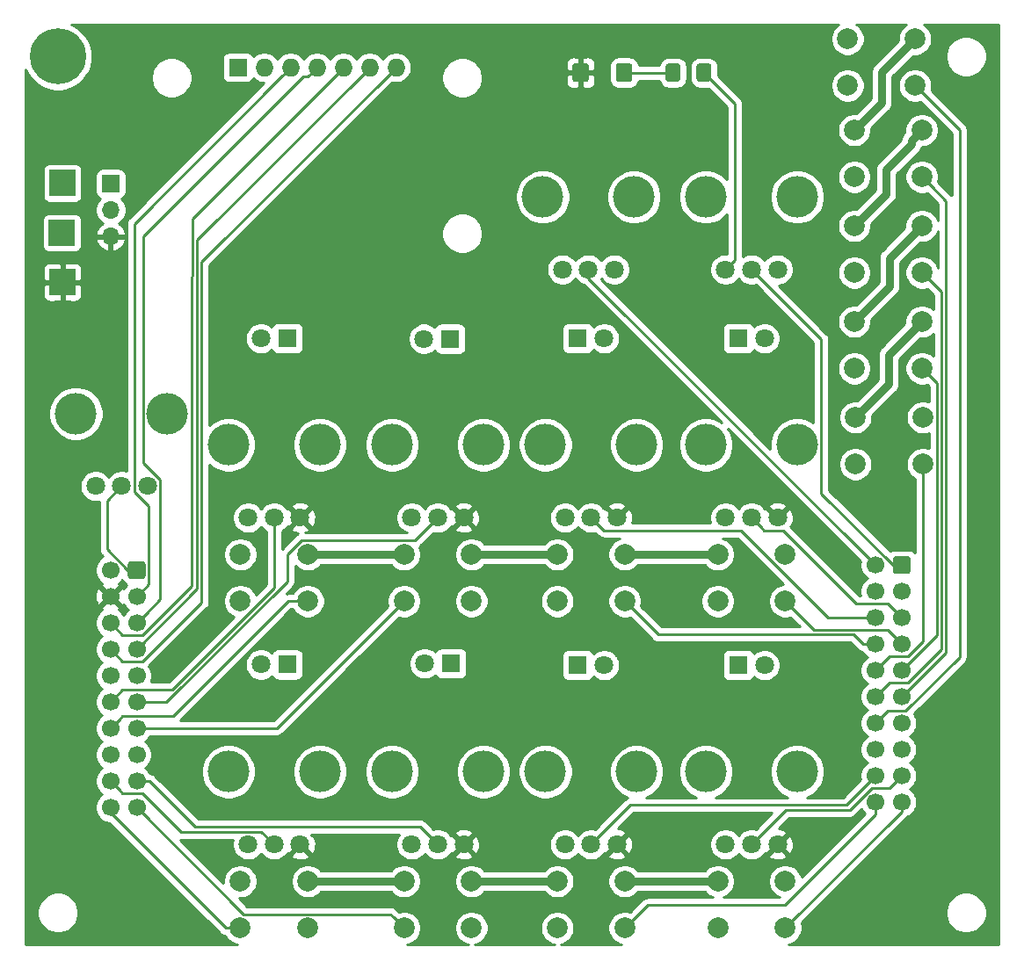
<source format=gbr>
%TF.GenerationSoftware,KiCad,Pcbnew,(5.1.6-0-10_14)*%
%TF.CreationDate,2020-08-30T21:59:18+02:00*%
%TF.ProjectId,sequencer-pcb,73657175-656e-4636-9572-2d7063622e6b,rev?*%
%TF.SameCoordinates,Original*%
%TF.FileFunction,Copper,L1,Top*%
%TF.FilePolarity,Positive*%
%FSLAX46Y46*%
G04 Gerber Fmt 4.6, Leading zero omitted, Abs format (unit mm)*
G04 Created by KiCad (PCBNEW (5.1.6-0-10_14)) date 2020-08-30 21:59:18*
%MOMM*%
%LPD*%
G01*
G04 APERTURE LIST*
%TA.AperFunction,ComponentPad*%
%ADD10R,2.500000X2.500000*%
%TD*%
%TA.AperFunction,ComponentPad*%
%ADD11O,1.700000X1.700000*%
%TD*%
%TA.AperFunction,ComponentPad*%
%ADD12R,1.700000X1.700000*%
%TD*%
%TA.AperFunction,ComponentPad*%
%ADD13C,1.800000*%
%TD*%
%TA.AperFunction,WasherPad*%
%ADD14C,4.000000*%
%TD*%
%TA.AperFunction,ComponentPad*%
%ADD15C,1.700000*%
%TD*%
%TA.AperFunction,ComponentPad*%
%ADD16O,1.727200X1.727200*%
%TD*%
%TA.AperFunction,ComponentPad*%
%ADD17R,1.727200X1.727200*%
%TD*%
%TA.AperFunction,ComponentPad*%
%ADD18C,2.000000*%
%TD*%
%TA.AperFunction,ComponentPad*%
%ADD19C,5.400000*%
%TD*%
%TA.AperFunction,ComponentPad*%
%ADD20R,1.800000X1.800000*%
%TD*%
%TA.AperFunction,Conductor*%
%ADD21C,0.250000*%
%TD*%
%TA.AperFunction,Conductor*%
%ADD22C,0.800000*%
%TD*%
%TA.AperFunction,Conductor*%
%ADD23C,0.254000*%
%TD*%
G04 APERTURE END LIST*
%TO.P,D9,2*%
%TO.N,Net-(D9-Pad2)*%
%TA.AperFunction,SMDPad,CuDef*%
G36*
G01*
X160475000Y-54425000D02*
X160475000Y-55675000D01*
G75*
G02*
X160225000Y-55925000I-250000J0D01*
G01*
X159300000Y-55925000D01*
G75*
G02*
X159050000Y-55675000I0J250000D01*
G01*
X159050000Y-54425000D01*
G75*
G02*
X159300000Y-54175000I250000J0D01*
G01*
X160225000Y-54175000D01*
G75*
G02*
X160475000Y-54425000I0J-250000D01*
G01*
G37*
%TD.AperFunction*%
%TO.P,D9,1*%
%TO.N,GND*%
%TA.AperFunction,SMDPad,CuDef*%
G36*
G01*
X163450000Y-54425000D02*
X163450000Y-55675000D01*
G75*
G02*
X163200000Y-55925000I-250000J0D01*
G01*
X162275000Y-55925000D01*
G75*
G02*
X162025000Y-55675000I0J250000D01*
G01*
X162025000Y-54425000D01*
G75*
G02*
X162275000Y-54175000I250000J0D01*
G01*
X163200000Y-54175000D01*
G75*
G02*
X163450000Y-54425000I0J-250000D01*
G01*
G37*
%TD.AperFunction*%
%TD*%
D10*
%TO.P,+5V,1*%
%TO.N,+5V*%
X100950000Y-75250000D03*
%TD*%
%TO.P,GND,1*%
%TO.N,GND*%
X100900000Y-70475000D03*
%TD*%
%TO.P,+3V3,1*%
%TO.N,+3V3*%
X100950000Y-65700000D03*
%TD*%
D11*
%TO.P,PWR,3*%
%TO.N,+5V*%
X105600000Y-70830000D03*
%TO.P,PWR,2*%
%TO.N,GND*%
X105600000Y-68290000D03*
D12*
%TO.P,PWR,1*%
%TO.N,+3V3*%
X105600000Y-65750000D03*
%TD*%
D13*
%TO.P,RV1,3*%
%TO.N,GND*%
X118838000Y-97930000D03*
%TO.P,RV1,2*%
%TO.N,R1*%
X121338000Y-97930000D03*
%TO.P,RV1,1*%
%TO.N,+5V*%
X123838000Y-97930000D03*
D14*
%TO.P,RV1,*%
%TO.N,*%
X116938000Y-90930000D03*
X125738000Y-90930000D03*
%TD*%
D15*
%TO.P,J2,20*%
%TO.N,B5*%
X105560000Y-125860000D03*
%TO.P,J2,18*%
%TO.N,R5*%
X105560000Y-123320000D03*
%TO.P,J2,16*%
%TO.N,L5*%
X105560000Y-120780000D03*
%TO.P,J2,14*%
%TO.N,B1*%
X105560000Y-118240000D03*
%TO.P,J2,12*%
%TO.N,R1*%
X105560000Y-115700000D03*
%TO.P,J2,10*%
%TO.N,L1*%
X105560000Y-113160000D03*
%TO.P,J2,8*%
%TO.N,CS*%
X105560000Y-110620000D03*
%TO.P,J2,6*%
%TO.N,RES*%
X105560000Y-108080000D03*
%TO.P,J2,4*%
%TO.N,+5V*%
X105560000Y-105540000D03*
%TO.P,J2,2*%
%TO.N,GND*%
X105560000Y-103000000D03*
%TO.P,J2,19*%
%TO.N,B6*%
X108100000Y-125860000D03*
%TO.P,J2,17*%
%TO.N,R6*%
X108100000Y-123320000D03*
%TO.P,J2,15*%
%TO.N,L6*%
X108100000Y-120780000D03*
%TO.P,J2,13*%
%TO.N,B2*%
X108100000Y-118240000D03*
%TO.P,J2,11*%
%TO.N,R2*%
X108100000Y-115700000D03*
%TO.P,J2,9*%
%TO.N,L2*%
X108100000Y-113160000D03*
%TO.P,J2,7*%
%TO.N,DC*%
X108100000Y-110620000D03*
%TO.P,J2,5*%
%TO.N,MOSI*%
X108100000Y-108080000D03*
%TO.P,J2,3*%
%TO.N,CLK*%
X108100000Y-105540000D03*
%TO.P,J2,1*%
%TO.N,SP3*%
%TA.AperFunction,ComponentPad*%
G36*
G01*
X108950000Y-102400000D02*
X108950000Y-103600000D01*
G75*
G02*
X108700000Y-103850000I-250000J0D01*
G01*
X107500000Y-103850000D01*
G75*
G02*
X107250000Y-103600000I0J250000D01*
G01*
X107250000Y-102400000D01*
G75*
G02*
X107500000Y-102150000I250000J0D01*
G01*
X108700000Y-102150000D01*
G75*
G02*
X108950000Y-102400000I0J-250000D01*
G01*
G37*
%TD.AperFunction*%
%TD*%
%TO.P,J1,1*%
%TO.N,SP2*%
%TA.AperFunction,ComponentPad*%
G36*
G01*
X182646000Y-101902000D02*
X182646000Y-103102000D01*
G75*
G02*
X182396000Y-103352000I-250000J0D01*
G01*
X181196000Y-103352000D01*
G75*
G02*
X180946000Y-103102000I0J250000D01*
G01*
X180946000Y-101902000D01*
G75*
G02*
X181196000Y-101652000I250000J0D01*
G01*
X182396000Y-101652000D01*
G75*
G02*
X182646000Y-101902000I0J-250000D01*
G01*
G37*
%TD.AperFunction*%
%TO.P,J1,3*%
%TO.N,L4*%
X181796000Y-105042000D03*
%TO.P,J1,5*%
%TO.N,R4*%
X181796000Y-107582000D03*
%TO.P,J1,7*%
%TO.N,B4*%
X181796000Y-110122000D03*
%TO.P,J1,9*%
%TO.N,SSW4*%
X181796000Y-112662000D03*
%TO.P,J1,11*%
%TO.N,SSW5*%
X181796000Y-115202000D03*
%TO.P,J1,13*%
%TO.N,+3V3*%
X181796000Y-117742000D03*
%TO.P,J1,15*%
%TO.N,L8*%
X181796000Y-120282000D03*
%TO.P,J1,17*%
%TO.N,R8*%
X181796000Y-122822000D03*
%TO.P,J1,19*%
%TO.N,B8*%
X181796000Y-125362000D03*
%TO.P,J1,2*%
%TO.N,SP1*%
X179256000Y-102502000D03*
%TO.P,J1,4*%
%TO.N,L3*%
X179256000Y-105042000D03*
%TO.P,J1,6*%
%TO.N,R3*%
X179256000Y-107582000D03*
%TO.P,J1,8*%
%TO.N,B3*%
X179256000Y-110122000D03*
%TO.P,J1,10*%
%TO.N,SSW1*%
X179256000Y-112662000D03*
%TO.P,J1,12*%
%TO.N,SSW3*%
X179256000Y-115202000D03*
%TO.P,J1,14*%
%TO.N,SSW2*%
X179256000Y-117742000D03*
%TO.P,J1,16*%
%TO.N,L7*%
X179256000Y-120282000D03*
%TO.P,J1,18*%
%TO.N,R7*%
X179256000Y-122822000D03*
%TO.P,J1,20*%
%TO.N,B7*%
X179256000Y-125362000D03*
%TD*%
D16*
%TO.P,OLED Display,7*%
%TO.N,CS*%
X133090000Y-54550000D03*
%TO.P,OLED Display,5*%
%TO.N,RES*%
X128010000Y-54550000D03*
%TO.P,OLED Display,6*%
%TO.N,DC*%
X130550000Y-54550000D03*
D17*
%TO.P,OLED Display,1*%
%TO.N,GND*%
X117850000Y-54550000D03*
D16*
%TO.P,OLED Display,4*%
%TO.N,MOSI*%
X125470000Y-54550000D03*
%TO.P,OLED Display,2*%
%TO.N,+3V3*%
X120390000Y-54550000D03*
%TO.P,OLED Display,3*%
%TO.N,CLK*%
X122930000Y-54550000D03*
%TD*%
D13*
%TO.P,SP3,3*%
%TO.N,GND*%
X104150000Y-94900000D03*
%TO.P,SP3,2*%
%TO.N,SP3*%
X106650000Y-94900000D03*
%TO.P,SP3,1*%
%TO.N,+3V3*%
X109150000Y-94900000D03*
D14*
%TO.P,SP3,*%
%TO.N,*%
X102250000Y-87900000D03*
X111050000Y-87900000D03*
%TD*%
%TO.P,SP2,*%
%TO.N,*%
X171723000Y-67026000D03*
X162923000Y-67026000D03*
D13*
%TO.P,SP2,1*%
%TO.N,+3V3*%
X169823000Y-74026000D03*
%TO.P,SP2,2*%
%TO.N,SP2*%
X167323000Y-74026000D03*
%TO.P,SP2,3*%
%TO.N,GND*%
X164823000Y-74026000D03*
%TD*%
%TO.P,SP1,3*%
%TO.N,GND*%
X149110000Y-74026000D03*
%TO.P,SP1,2*%
%TO.N,SP1*%
X151610000Y-74026000D03*
%TO.P,SP1,1*%
%TO.N,+3V3*%
X154110000Y-74026000D03*
D14*
%TO.P,SP1,*%
%TO.N,*%
X147210000Y-67026000D03*
X156010000Y-67026000D03*
%TD*%
%TO.P,RV8,*%
%TO.N,*%
X171723000Y-122426000D03*
X162923000Y-122426000D03*
D13*
%TO.P,RV8,1*%
%TO.N,+5V*%
X169823000Y-129426000D03*
%TO.P,RV8,2*%
%TO.N,R8*%
X167323000Y-129426000D03*
%TO.P,RV8,3*%
%TO.N,GND*%
X164823000Y-129426000D03*
%TD*%
%TO.P,RV7,3*%
%TO.N,GND*%
X149364000Y-129426000D03*
%TO.P,RV7,2*%
%TO.N,R7*%
X151864000Y-129426000D03*
%TO.P,RV7,1*%
%TO.N,+5V*%
X154364000Y-129426000D03*
D14*
%TO.P,RV7,*%
%TO.N,*%
X147464000Y-122426000D03*
X156264000Y-122426000D03*
%TD*%
D13*
%TO.P,RV6,3*%
%TO.N,GND*%
X134597000Y-129426000D03*
%TO.P,RV6,2*%
%TO.N,R6*%
X137097000Y-129426000D03*
%TO.P,RV6,1*%
%TO.N,+5V*%
X139597000Y-129426000D03*
D14*
%TO.P,RV6,*%
%TO.N,*%
X132697000Y-122426000D03*
X141497000Y-122426000D03*
%TD*%
D13*
%TO.P,RV5,3*%
%TO.N,GND*%
X118838000Y-129426000D03*
%TO.P,RV5,2*%
%TO.N,R5*%
X121338000Y-129426000D03*
%TO.P,RV5,1*%
%TO.N,+5V*%
X123838000Y-129426000D03*
D14*
%TO.P,RV5,*%
%TO.N,*%
X116938000Y-122426000D03*
X125738000Y-122426000D03*
%TD*%
%TO.P,RV4,*%
%TO.N,*%
X171723000Y-90930000D03*
X162923000Y-90930000D03*
D13*
%TO.P,RV4,1*%
%TO.N,+5V*%
X169823000Y-97930000D03*
%TO.P,RV4,2*%
%TO.N,R4*%
X167323000Y-97930000D03*
%TO.P,RV4,3*%
%TO.N,GND*%
X164823000Y-97930000D03*
%TD*%
%TO.P,RV3,3*%
%TO.N,GND*%
X149364000Y-97930000D03*
%TO.P,RV3,2*%
%TO.N,R3*%
X151864000Y-97930000D03*
%TO.P,RV3,1*%
%TO.N,+5V*%
X154364000Y-97930000D03*
D14*
%TO.P,RV3,*%
%TO.N,*%
X147464000Y-90930000D03*
X156264000Y-90930000D03*
%TD*%
D13*
%TO.P,RV2,3*%
%TO.N,GND*%
X134597000Y-97930000D03*
%TO.P,RV2,2*%
%TO.N,R2*%
X137097000Y-97930000D03*
%TO.P,RV2,1*%
%TO.N,+5V*%
X139597000Y-97930000D03*
D14*
%TO.P,RV2,*%
%TO.N,*%
X132697000Y-90930000D03*
X141497000Y-90930000D03*
%TD*%
D18*
%TO.P,SSW5,2*%
%TO.N,+3V3*%
X183073000Y-51800000D03*
%TO.P,SSW5,1*%
%TO.N,SSW2*%
X183073000Y-56300000D03*
%TO.P,SSW5,2*%
%TO.N,+3V3*%
X176573000Y-51800000D03*
%TO.P,SSW5,1*%
%TO.N,SSW2*%
X176573000Y-56300000D03*
%TD*%
%TO.P,SSW1,1*%
%TO.N,+3V3*%
X183828000Y-88278000D03*
%TO.P,SSW1,2*%
%TO.N,SSW1*%
X183828000Y-92778000D03*
%TO.P,SSW1,1*%
%TO.N,+3V3*%
X177328000Y-88278000D03*
%TO.P,SSW1,2*%
%TO.N,SSW1*%
X177328000Y-92778000D03*
%TD*%
%TO.P,SSW3,1*%
%TO.N,+3V3*%
X183724000Y-69820666D03*
%TO.P,SSW3,2*%
%TO.N,SSW3*%
X183724000Y-74320666D03*
%TO.P,SSW3,1*%
%TO.N,+3V3*%
X177224000Y-69820666D03*
%TO.P,SSW3,2*%
%TO.N,SSW3*%
X177224000Y-74320666D03*
%TD*%
%TO.P,SSW2,1*%
%TO.N,+3V3*%
X183724000Y-79049332D03*
%TO.P,SSW2,2*%
%TO.N,SSW4*%
X183724000Y-83549332D03*
%TO.P,SSW2,1*%
%TO.N,+3V3*%
X177224000Y-79049332D03*
%TO.P,SSW2,2*%
%TO.N,SSW4*%
X177224000Y-83549332D03*
%TD*%
%TO.P,SSW4,1*%
%TO.N,+3V3*%
X183724000Y-60592000D03*
%TO.P,SSW4,2*%
%TO.N,SSW5*%
X183724000Y-65092000D03*
%TO.P,SSW4,1*%
%TO.N,+3V3*%
X177224000Y-60592000D03*
%TO.P,SSW4,2*%
%TO.N,SSW5*%
X177224000Y-65092000D03*
%TD*%
%TO.P,SW8,2*%
%TO.N,B8*%
X164073000Y-137482000D03*
%TO.P,SW8,1*%
%TO.N,+3V3*%
X164073000Y-132982000D03*
%TO.P,SW8,2*%
%TO.N,B8*%
X170573000Y-137482000D03*
%TO.P,SW8,1*%
%TO.N,+3V3*%
X170573000Y-132982000D03*
%TD*%
%TO.P,SW7,1*%
%TO.N,+3V3*%
X155114000Y-132982000D03*
%TO.P,SW7,2*%
%TO.N,B7*%
X155114000Y-137482000D03*
%TO.P,SW7,1*%
%TO.N,+3V3*%
X148614000Y-132982000D03*
%TO.P,SW7,2*%
%TO.N,B7*%
X148614000Y-137482000D03*
%TD*%
%TO.P,SW6,1*%
%TO.N,+3V3*%
X140347000Y-132982000D03*
%TO.P,SW6,2*%
%TO.N,B6*%
X140347000Y-137482000D03*
%TO.P,SW6,1*%
%TO.N,+3V3*%
X133847000Y-132982000D03*
%TO.P,SW6,2*%
%TO.N,B6*%
X133847000Y-137482000D03*
%TD*%
%TO.P,SW5,1*%
%TO.N,+3V3*%
X124588000Y-132982000D03*
%TO.P,SW5,2*%
%TO.N,B5*%
X124588000Y-137482000D03*
%TO.P,SW5,1*%
%TO.N,+3V3*%
X118088000Y-132982000D03*
%TO.P,SW5,2*%
%TO.N,B5*%
X118088000Y-137482000D03*
%TD*%
%TO.P,SW4,2*%
%TO.N,B4*%
X164073000Y-105986000D03*
%TO.P,SW4,1*%
%TO.N,+3V3*%
X164073000Y-101486000D03*
%TO.P,SW4,2*%
%TO.N,B4*%
X170573000Y-105986000D03*
%TO.P,SW4,1*%
%TO.N,+3V3*%
X170573000Y-101486000D03*
%TD*%
%TO.P,SW3,1*%
%TO.N,+3V3*%
X155114000Y-101486000D03*
%TO.P,SW3,2*%
%TO.N,B3*%
X155114000Y-105986000D03*
%TO.P,SW3,1*%
%TO.N,+3V3*%
X148614000Y-101486000D03*
%TO.P,SW3,2*%
%TO.N,B3*%
X148614000Y-105986000D03*
%TD*%
%TO.P,SW2,1*%
%TO.N,+3V3*%
X140347000Y-101486000D03*
%TO.P,SW2,2*%
%TO.N,B2*%
X140347000Y-105986000D03*
%TO.P,SW2,1*%
%TO.N,+3V3*%
X133847000Y-101486000D03*
%TO.P,SW2,2*%
%TO.N,B2*%
X133847000Y-105986000D03*
%TD*%
%TO.P,SW1,1*%
%TO.N,+3V3*%
X124588000Y-101486000D03*
%TO.P,SW1,2*%
%TO.N,B1*%
X124588000Y-105986000D03*
%TO.P,SW1,1*%
%TO.N,+3V3*%
X118088000Y-101486000D03*
%TO.P,SW1,2*%
%TO.N,B1*%
X118088000Y-105986000D03*
%TD*%
%TO.P,R9,2*%
%TO.N,+5V*%
%TA.AperFunction,SMDPad,CuDef*%
G36*
G01*
X151650000Y-54399999D02*
X151650000Y-55700001D01*
G75*
G02*
X151400001Y-55950000I-249999J0D01*
G01*
X150324999Y-55950000D01*
G75*
G02*
X150075000Y-55700001I0J249999D01*
G01*
X150075000Y-54399999D01*
G75*
G02*
X150324999Y-54150000I249999J0D01*
G01*
X151400001Y-54150000D01*
G75*
G02*
X151650000Y-54399999I0J-249999D01*
G01*
G37*
%TD.AperFunction*%
%TO.P,R9,1*%
%TO.N,Net-(D9-Pad2)*%
%TA.AperFunction,SMDPad,CuDef*%
G36*
G01*
X155825000Y-54399999D02*
X155825000Y-55700001D01*
G75*
G02*
X155575001Y-55950000I-249999J0D01*
G01*
X154499999Y-55950000D01*
G75*
G02*
X154250000Y-55700001I0J249999D01*
G01*
X154250000Y-54399999D01*
G75*
G02*
X154499999Y-54150000I249999J0D01*
G01*
X155575001Y-54150000D01*
G75*
G02*
X155825000Y-54399999I0J-249999D01*
G01*
G37*
%TD.AperFunction*%
%TD*%
D19*
%TO.P,GND,1*%
%TO.N,GND*%
X100500000Y-53500000D03*
%TD*%
D13*
%TO.P,D8,2*%
%TO.N,Net-(D8-Pad2)*%
X168588000Y-112154000D03*
D20*
%TO.P,D8,1*%
%TO.N,GND*%
X166048000Y-112154000D03*
%TD*%
%TO.P,D7,1*%
%TO.N,GND*%
X150589000Y-112154000D03*
D13*
%TO.P,D7,2*%
%TO.N,Net-(D7-Pad2)*%
X153129000Y-112154000D03*
%TD*%
D20*
%TO.P,D6,1*%
%TO.N,GND*%
X138372000Y-112000000D03*
D13*
%TO.P,D6,2*%
%TO.N,Net-(D6-Pad2)*%
X135832000Y-112000000D03*
%TD*%
D20*
%TO.P,D5,1*%
%TO.N,GND*%
X122613000Y-112100000D03*
D13*
%TO.P,D5,2*%
%TO.N,Net-(D5-Pad2)*%
X120073000Y-112100000D03*
%TD*%
%TO.P,D4,2*%
%TO.N,Net-(D4-Pad2)*%
X168588000Y-80658000D03*
D20*
%TO.P,D4,1*%
%TO.N,GND*%
X166048000Y-80658000D03*
%TD*%
%TO.P,D3,1*%
%TO.N,GND*%
X150589000Y-80658000D03*
D13*
%TO.P,D3,2*%
%TO.N,Net-(D3-Pad2)*%
X153129000Y-80658000D03*
%TD*%
D20*
%TO.P,D2,1*%
%TO.N,GND*%
X138300000Y-80700000D03*
D13*
%TO.P,D2,2*%
%TO.N,Net-(D2-Pad2)*%
X135760000Y-80700000D03*
%TD*%
D20*
%TO.P,D1,1*%
%TO.N,GND*%
X122613000Y-80658000D03*
D13*
%TO.P,D1,2*%
%TO.N,Net-(D1-Pad2)*%
X120073000Y-80658000D03*
%TD*%
D21*
%TO.N,GND*%
X165722999Y-58035499D02*
X162737500Y-55050000D01*
X165722999Y-73126001D02*
X165722999Y-58035499D01*
X164823000Y-74026000D02*
X165722999Y-73126001D01*
%TO.N,Net-(D9-Pad2)*%
X155037500Y-55050000D02*
X159762500Y-55050000D01*
%TO.N,R8*%
X167323000Y-129426000D02*
X170649000Y-126100000D01*
X180946001Y-123671999D02*
X181796000Y-122822000D01*
X180620999Y-123997001D02*
X180946001Y-123671999D01*
X178881997Y-123997001D02*
X180620999Y-123997001D01*
X176778998Y-126100000D02*
X178881997Y-123997001D01*
X170649000Y-126100000D02*
X176778998Y-126100000D01*
%TO.N,R6*%
X109302081Y-123320000D02*
X108100000Y-123320000D01*
X113733070Y-127750989D02*
X109302081Y-123320000D01*
X135421989Y-127750989D02*
X113733070Y-127750989D01*
X137097000Y-129426000D02*
X135421989Y-127750989D01*
%TO.N,R4*%
X168222999Y-98829999D02*
X167323000Y-97930000D01*
X168548001Y-99155001D02*
X168222999Y-98829999D01*
X170355001Y-99155001D02*
X168548001Y-99155001D01*
X177417001Y-106217001D02*
X170355001Y-99155001D01*
X180431001Y-106217001D02*
X177417001Y-106217001D01*
X181796000Y-107582000D02*
X180431001Y-106217001D01*
%TO.N,R2*%
X123951999Y-100160999D02*
X122600000Y-101512998D01*
X134866001Y-100160999D02*
X123951999Y-100160999D01*
X137097000Y-97930000D02*
X134866001Y-100160999D01*
X109302081Y-115700000D02*
X108100000Y-115700000D01*
X110971412Y-115700000D02*
X109302081Y-115700000D01*
X122600000Y-104071412D02*
X110971412Y-115700000D01*
X122600000Y-101512998D02*
X122600000Y-104071412D01*
%TO.N,R7*%
X178406001Y-123671999D02*
X179256000Y-122822000D01*
X176428010Y-125649990D02*
X178406001Y-123671999D01*
X155640010Y-125649990D02*
X176428010Y-125649990D01*
X151864000Y-129426000D02*
X155640010Y-125649990D01*
%TO.N,R5*%
X108664001Y-124495001D02*
X106735001Y-124495001D01*
X112369999Y-128200999D02*
X108664001Y-124495001D01*
X106409999Y-124169999D02*
X105560000Y-123320000D01*
X106735001Y-124495001D02*
X106409999Y-124169999D01*
X120112999Y-128200999D02*
X112369999Y-128200999D01*
X121338000Y-129426000D02*
X120112999Y-128200999D01*
%TO.N,R3*%
X178053919Y-107582000D02*
X179256000Y-107582000D01*
X174707998Y-107582000D02*
X178053919Y-107582000D01*
X166280999Y-99155001D02*
X174707998Y-107582000D01*
X153089001Y-99155001D02*
X166280999Y-99155001D01*
X151864000Y-97930000D02*
X153089001Y-99155001D01*
%TO.N,R1*%
X121338000Y-99202792D02*
X121338000Y-97930000D01*
X121338000Y-104697002D02*
X121338000Y-99202792D01*
X111510003Y-114524999D02*
X121338000Y-104697002D01*
X106735001Y-114524999D02*
X111510003Y-114524999D01*
X105560000Y-115700000D02*
X106735001Y-114524999D01*
%TO.N,B8*%
X181796000Y-126259000D02*
X181796000Y-125362000D01*
X170573000Y-137482000D02*
X181796000Y-126259000D01*
%TO.N,B6*%
X132847001Y-136482001D02*
X133847000Y-137482000D01*
X132521999Y-136156999D02*
X132847001Y-136482001D01*
X118396999Y-136156999D02*
X132521999Y-136156999D01*
X108100000Y-125860000D02*
X118396999Y-136156999D01*
%TO.N,B4*%
X171572999Y-106985999D02*
X170573000Y-105986000D01*
X173344001Y-108757001D02*
X171572999Y-106985999D01*
X180431001Y-108757001D02*
X173344001Y-108757001D01*
X181796000Y-110122000D02*
X180431001Y-108757001D01*
%TO.N,B2*%
X121593000Y-118240000D02*
X133847000Y-105986000D01*
X108100000Y-118240000D02*
X121593000Y-118240000D01*
%TO.N,B7*%
X156113999Y-136482001D02*
X156117999Y-136482001D01*
X155114000Y-137482000D02*
X156113999Y-136482001D01*
X156117999Y-136482001D02*
X157300000Y-135300000D01*
X179256000Y-126564081D02*
X179256000Y-125362000D01*
X170520081Y-135300000D02*
X179256000Y-126564081D01*
X157300000Y-135300000D02*
X170520081Y-135300000D01*
%TO.N,B5*%
X105560000Y-126368213D02*
X105560000Y-125860000D01*
X116673787Y-137482000D02*
X105560000Y-126368213D01*
X118088000Y-137482000D02*
X116673787Y-137482000D01*
%TO.N,B3*%
X156113999Y-106985999D02*
X155114000Y-105986000D01*
X158335011Y-109207011D02*
X156113999Y-106985999D01*
X177138930Y-109207011D02*
X158335011Y-109207011D01*
X178053919Y-110122000D02*
X177138930Y-109207011D01*
X179256000Y-110122000D02*
X178053919Y-110122000D01*
%TO.N,B1*%
X106735001Y-117064999D02*
X106409999Y-117390001D01*
X111606413Y-117064999D02*
X106735001Y-117064999D01*
X106409999Y-117390001D02*
X105560000Y-118240000D01*
X122685412Y-105986000D02*
X111606413Y-117064999D01*
X124588000Y-105986000D02*
X122685412Y-105986000D01*
%TO.N,CLK*%
X122066401Y-55413599D02*
X122930000Y-54550000D01*
X107875001Y-69604999D02*
X122066401Y-55413599D01*
X107875001Y-95438003D02*
X107875001Y-69604999D01*
X109275010Y-96838012D02*
X107875001Y-95438003D01*
X109275010Y-104364990D02*
X109275010Y-96838012D01*
X108100000Y-105540000D02*
X109275010Y-104364990D01*
D22*
%TO.N,+3V3*%
X183073000Y-51800000D02*
X179850000Y-55023000D01*
X179850000Y-57966000D02*
X177224000Y-60592000D01*
X179850000Y-55023000D02*
X179850000Y-57966000D01*
X182724001Y-61591999D02*
X182724001Y-61975999D01*
X183724000Y-60592000D02*
X182724001Y-61591999D01*
X182724001Y-61975999D02*
X180300000Y-64400000D01*
X180300000Y-66744666D02*
X177224000Y-69820666D01*
X180300000Y-64400000D02*
X180300000Y-66744666D01*
X183724000Y-69820666D02*
X180600000Y-72944666D01*
X180600000Y-75673332D02*
X177224000Y-79049332D01*
X180600000Y-72944666D02*
X180600000Y-75673332D01*
X183724000Y-79049332D02*
X180523332Y-82250000D01*
X180523332Y-85082668D02*
X177328000Y-88278000D01*
X180523332Y-82250000D02*
X180523332Y-85082668D01*
X124588000Y-101486000D02*
X133847000Y-101486000D01*
X140347000Y-101486000D02*
X148614000Y-101486000D01*
X155114000Y-101486000D02*
X164073000Y-101486000D01*
X124588000Y-132982000D02*
X133847000Y-132982000D01*
X140347000Y-132982000D02*
X148614000Y-132982000D01*
X155114000Y-132982000D02*
X164073000Y-132982000D01*
D21*
%TO.N,MOSI*%
X108949999Y-107230001D02*
X108100000Y-108080000D01*
X110375001Y-105804999D02*
X108949999Y-107230001D01*
X110375001Y-94311999D02*
X110375001Y-105804999D01*
X108724999Y-92661997D02*
X110375001Y-94311999D01*
X108724999Y-70795999D02*
X108724999Y-92661997D01*
X124107399Y-55413599D02*
X108724999Y-70795999D01*
X124606401Y-55413599D02*
X124107399Y-55413599D01*
X125470000Y-54550000D02*
X124606401Y-55413599D01*
%TO.N,DC*%
X130550000Y-54550000D02*
X113900010Y-71199990D01*
X113900010Y-104819990D02*
X108100000Y-110620000D01*
X113900010Y-71199990D02*
X113900010Y-104819990D01*
%TO.N,RES*%
X113375001Y-104544001D02*
X113375001Y-74725001D01*
X108664001Y-109255001D02*
X113375001Y-104544001D01*
X106735001Y-109255001D02*
X108664001Y-109255001D01*
X105560000Y-108080000D02*
X106735001Y-109255001D01*
X113375001Y-74725001D02*
X113450000Y-74650002D01*
X113450000Y-69110000D02*
X128010000Y-54550000D01*
X113450000Y-74650002D02*
X113450000Y-69110000D01*
%TO.N,CS*%
X108664001Y-111795001D02*
X114350020Y-106108982D01*
X106735001Y-111795001D02*
X108664001Y-111795001D01*
X105560000Y-110620000D02*
X106735001Y-111795001D01*
X114350020Y-73289980D02*
X133500000Y-54140000D01*
X114350020Y-106108982D02*
X114350020Y-73289980D01*
%TO.N,SP3*%
X107250000Y-103000000D02*
X105250000Y-101000000D01*
X108100000Y-103000000D02*
X107250000Y-103000000D01*
X105250000Y-96300000D02*
X106650000Y-94900000D01*
X105250000Y-101000000D02*
X105250000Y-96300000D01*
%TO.N,SP1*%
X151610000Y-74856000D02*
X151610000Y-74026000D01*
X179256000Y-102502000D02*
X151610000Y-74856000D01*
%TO.N,SP2*%
X174048001Y-80751001D02*
X174048001Y-95604001D01*
X180946000Y-102502000D02*
X181796000Y-102502000D01*
X174048001Y-95604001D02*
X180946000Y-102502000D01*
X167323000Y-74026000D02*
X174048001Y-80751001D01*
%TO.N,SSW1*%
X183828000Y-94192213D02*
X183828000Y-92778000D01*
X183828000Y-109829002D02*
X183828000Y-94192213D01*
X182360001Y-111297001D02*
X183828000Y-109829002D01*
X180620999Y-111297001D02*
X182360001Y-111297001D01*
X179256000Y-112662000D02*
X180620999Y-111297001D01*
%TO.N,SSW5*%
X186053020Y-67421020D02*
X184723999Y-66091999D01*
X184723999Y-66091999D02*
X183724000Y-65092000D01*
X186053020Y-110944980D02*
X186053020Y-67421020D01*
X181796000Y-115202000D02*
X186053020Y-110944980D01*
%TO.N,SSW3*%
X184723999Y-75320665D02*
X183724000Y-74320666D01*
X185603010Y-76199676D02*
X184723999Y-75320665D01*
X185603010Y-110593992D02*
X185603010Y-76199676D01*
X180620999Y-113837001D02*
X182360001Y-113837001D01*
X182360001Y-113837001D02*
X185603010Y-110593992D01*
X179256000Y-115202000D02*
X180620999Y-113837001D01*
%TO.N,SSW4*%
X184723999Y-84549331D02*
X183724000Y-83549332D01*
X185153001Y-84978333D02*
X184723999Y-84549331D01*
X185153001Y-109304999D02*
X185153001Y-84978333D01*
X181796000Y-112662000D02*
X185153001Y-109304999D01*
%TO.N,SSW2*%
X180105999Y-116892001D02*
X179256000Y-117742000D01*
X180431001Y-116566999D02*
X180105999Y-116892001D01*
X182170003Y-116566999D02*
X180431001Y-116566999D01*
X187350000Y-111387002D02*
X182170003Y-116566999D01*
X187350000Y-60577000D02*
X187350000Y-111387002D01*
X183073000Y-56300000D02*
X187350000Y-60577000D01*
%TD*%
D23*
%TO.N,+5V*%
G36*
X175530748Y-50530013D02*
G01*
X175303013Y-50757748D01*
X175124082Y-51025537D01*
X175000832Y-51323088D01*
X174938000Y-51638967D01*
X174938000Y-51961033D01*
X175000832Y-52276912D01*
X175124082Y-52574463D01*
X175303013Y-52842252D01*
X175530748Y-53069987D01*
X175798537Y-53248918D01*
X176096088Y-53372168D01*
X176411967Y-53435000D01*
X176734033Y-53435000D01*
X177049912Y-53372168D01*
X177347463Y-53248918D01*
X177615252Y-53069987D01*
X177842987Y-52842252D01*
X178021918Y-52574463D01*
X178145168Y-52276912D01*
X178208000Y-51961033D01*
X178208000Y-51638967D01*
X178145168Y-51323088D01*
X178021918Y-51025537D01*
X177842987Y-50757748D01*
X177615252Y-50530013D01*
X177435640Y-50410000D01*
X182210360Y-50410000D01*
X182030748Y-50530013D01*
X181803013Y-50757748D01*
X181624082Y-51025537D01*
X181500832Y-51323088D01*
X181438000Y-51638967D01*
X181438000Y-51961033D01*
X181439702Y-51969588D01*
X179154097Y-54255193D01*
X179114604Y-54287604D01*
X178985266Y-54445203D01*
X178889159Y-54625008D01*
X178829976Y-54820106D01*
X178815000Y-54972163D01*
X178815000Y-54972172D01*
X178809994Y-55023000D01*
X178815000Y-55073828D01*
X178815001Y-57537288D01*
X177393588Y-58958702D01*
X177385033Y-58957000D01*
X177062967Y-58957000D01*
X176747088Y-59019832D01*
X176449537Y-59143082D01*
X176181748Y-59322013D01*
X175954013Y-59549748D01*
X175775082Y-59817537D01*
X175651832Y-60115088D01*
X175589000Y-60430967D01*
X175589000Y-60753033D01*
X175651832Y-61068912D01*
X175775082Y-61366463D01*
X175954013Y-61634252D01*
X176181748Y-61861987D01*
X176449537Y-62040918D01*
X176747088Y-62164168D01*
X177062967Y-62227000D01*
X177385033Y-62227000D01*
X177700912Y-62164168D01*
X177998463Y-62040918D01*
X178266252Y-61861987D01*
X178493987Y-61634252D01*
X178672918Y-61366463D01*
X178796168Y-61068912D01*
X178859000Y-60753033D01*
X178859000Y-60430967D01*
X178857298Y-60422412D01*
X180545908Y-58733803D01*
X180585396Y-58701396D01*
X180669186Y-58599298D01*
X180714734Y-58543798D01*
X180810840Y-58363994D01*
X180810841Y-58363993D01*
X180870024Y-58168895D01*
X180885000Y-58016838D01*
X180885000Y-58016835D01*
X180890007Y-57966000D01*
X180885000Y-57915165D01*
X180885000Y-55451710D01*
X182903412Y-53433298D01*
X182911967Y-53435000D01*
X183234033Y-53435000D01*
X183549912Y-53372168D01*
X183713288Y-53304495D01*
X186015000Y-53304495D01*
X186015000Y-53695505D01*
X186091282Y-54079003D01*
X186240915Y-54440250D01*
X186458149Y-54765364D01*
X186734636Y-55041851D01*
X187059750Y-55259085D01*
X187420997Y-55408718D01*
X187804495Y-55485000D01*
X188195505Y-55485000D01*
X188579003Y-55408718D01*
X188940250Y-55259085D01*
X189265364Y-55041851D01*
X189541851Y-54765364D01*
X189759085Y-54440250D01*
X189908718Y-54079003D01*
X189985000Y-53695505D01*
X189985000Y-53304495D01*
X189908718Y-52920997D01*
X189759085Y-52559750D01*
X189541851Y-52234636D01*
X189265364Y-51958149D01*
X188940250Y-51740915D01*
X188579003Y-51591282D01*
X188195505Y-51515000D01*
X187804495Y-51515000D01*
X187420997Y-51591282D01*
X187059750Y-51740915D01*
X186734636Y-51958149D01*
X186458149Y-52234636D01*
X186240915Y-52559750D01*
X186091282Y-52920997D01*
X186015000Y-53304495D01*
X183713288Y-53304495D01*
X183847463Y-53248918D01*
X184115252Y-53069987D01*
X184342987Y-52842252D01*
X184521918Y-52574463D01*
X184645168Y-52276912D01*
X184708000Y-51961033D01*
X184708000Y-51638967D01*
X184645168Y-51323088D01*
X184521918Y-51025537D01*
X184342987Y-50757748D01*
X184115252Y-50530013D01*
X183935640Y-50410000D01*
X191090001Y-50410000D01*
X191090000Y-139090000D01*
X170869772Y-139090000D01*
X171049912Y-139054168D01*
X171347463Y-138930918D01*
X171615252Y-138751987D01*
X171842987Y-138524252D01*
X172021918Y-138256463D01*
X172145168Y-137958912D01*
X172208000Y-137643033D01*
X172208000Y-137320967D01*
X172145168Y-137005088D01*
X172139177Y-136990624D01*
X173325306Y-135804495D01*
X186015000Y-135804495D01*
X186015000Y-136195505D01*
X186091282Y-136579003D01*
X186240915Y-136940250D01*
X186458149Y-137265364D01*
X186734636Y-137541851D01*
X187059750Y-137759085D01*
X187420997Y-137908718D01*
X187804495Y-137985000D01*
X188195505Y-137985000D01*
X188579003Y-137908718D01*
X188940250Y-137759085D01*
X189265364Y-137541851D01*
X189541851Y-137265364D01*
X189759085Y-136940250D01*
X189908718Y-136579003D01*
X189985000Y-136195505D01*
X189985000Y-135804495D01*
X189908718Y-135420997D01*
X189759085Y-135059750D01*
X189541851Y-134734636D01*
X189265364Y-134458149D01*
X188940250Y-134240915D01*
X188579003Y-134091282D01*
X188195505Y-134015000D01*
X187804495Y-134015000D01*
X187420997Y-134091282D01*
X187059750Y-134240915D01*
X186734636Y-134458149D01*
X186458149Y-134734636D01*
X186240915Y-135059750D01*
X186091282Y-135420997D01*
X186015000Y-135804495D01*
X173325306Y-135804495D01*
X182307004Y-126822798D01*
X182336001Y-126799001D01*
X182402301Y-126718214D01*
X182499411Y-126677990D01*
X182742632Y-126515475D01*
X182949475Y-126308632D01*
X183111990Y-126065411D01*
X183223932Y-125795158D01*
X183281000Y-125508260D01*
X183281000Y-125215740D01*
X183223932Y-124928842D01*
X183111990Y-124658589D01*
X182949475Y-124415368D01*
X182742632Y-124208525D01*
X182568240Y-124092000D01*
X182742632Y-123975475D01*
X182949475Y-123768632D01*
X183111990Y-123525411D01*
X183223932Y-123255158D01*
X183281000Y-122968260D01*
X183281000Y-122675740D01*
X183223932Y-122388842D01*
X183111990Y-122118589D01*
X182949475Y-121875368D01*
X182742632Y-121668525D01*
X182568240Y-121552000D01*
X182742632Y-121435475D01*
X182949475Y-121228632D01*
X183111990Y-120985411D01*
X183223932Y-120715158D01*
X183281000Y-120428260D01*
X183281000Y-120135740D01*
X183223932Y-119848842D01*
X183111990Y-119578589D01*
X182949475Y-119335368D01*
X182742632Y-119128525D01*
X182568240Y-119012000D01*
X182742632Y-118895475D01*
X182949475Y-118688632D01*
X183111990Y-118445411D01*
X183223932Y-118175158D01*
X183281000Y-117888260D01*
X183281000Y-117595740D01*
X183223932Y-117308842D01*
X183111990Y-117038589D01*
X182976295Y-116835508D01*
X187861003Y-111950801D01*
X187890001Y-111927003D01*
X187916332Y-111894919D01*
X187984974Y-111811279D01*
X188055546Y-111679249D01*
X188065627Y-111646015D01*
X188099003Y-111535988D01*
X188110000Y-111424335D01*
X188110000Y-111424325D01*
X188113676Y-111387003D01*
X188110000Y-111349680D01*
X188110000Y-60614322D01*
X188113676Y-60576999D01*
X188110000Y-60539676D01*
X188110000Y-60539667D01*
X188099003Y-60428014D01*
X188055546Y-60284753D01*
X187984974Y-60152724D01*
X187954087Y-60115088D01*
X187913799Y-60065996D01*
X187913795Y-60065992D01*
X187890001Y-60036999D01*
X187861009Y-60013206D01*
X184639177Y-56791376D01*
X184645168Y-56776912D01*
X184708000Y-56461033D01*
X184708000Y-56138967D01*
X184645168Y-55823088D01*
X184521918Y-55525537D01*
X184342987Y-55257748D01*
X184115252Y-55030013D01*
X183847463Y-54851082D01*
X183549912Y-54727832D01*
X183234033Y-54665000D01*
X182911967Y-54665000D01*
X182596088Y-54727832D01*
X182298537Y-54851082D01*
X182030748Y-55030013D01*
X181803013Y-55257748D01*
X181624082Y-55525537D01*
X181500832Y-55823088D01*
X181438000Y-56138967D01*
X181438000Y-56461033D01*
X181500832Y-56776912D01*
X181624082Y-57074463D01*
X181803013Y-57342252D01*
X182030748Y-57569987D01*
X182298537Y-57748918D01*
X182596088Y-57872168D01*
X182911967Y-57935000D01*
X183234033Y-57935000D01*
X183549912Y-57872168D01*
X183564376Y-57866177D01*
X186590000Y-60891803D01*
X186590000Y-66878540D01*
X186564023Y-66857221D01*
X185290177Y-65583376D01*
X185296168Y-65568912D01*
X185359000Y-65253033D01*
X185359000Y-64930967D01*
X185296168Y-64615088D01*
X185172918Y-64317537D01*
X184993987Y-64049748D01*
X184766252Y-63822013D01*
X184498463Y-63643082D01*
X184200912Y-63519832D01*
X183885033Y-63457000D01*
X183562967Y-63457000D01*
X183247088Y-63519832D01*
X182949537Y-63643082D01*
X182681748Y-63822013D01*
X182454013Y-64049748D01*
X182275082Y-64317537D01*
X182151832Y-64615088D01*
X182089000Y-64930967D01*
X182089000Y-65253033D01*
X182151832Y-65568912D01*
X182275082Y-65866463D01*
X182454013Y-66134252D01*
X182681748Y-66361987D01*
X182949537Y-66540918D01*
X183247088Y-66664168D01*
X183562967Y-66727000D01*
X183885033Y-66727000D01*
X184200912Y-66664168D01*
X184215376Y-66658177D01*
X185293021Y-67735823D01*
X185293021Y-69336156D01*
X185172918Y-69046203D01*
X184993987Y-68778414D01*
X184766252Y-68550679D01*
X184498463Y-68371748D01*
X184200912Y-68248498D01*
X183885033Y-68185666D01*
X183562967Y-68185666D01*
X183247088Y-68248498D01*
X182949537Y-68371748D01*
X182681748Y-68550679D01*
X182454013Y-68778414D01*
X182275082Y-69046203D01*
X182151832Y-69343754D01*
X182089000Y-69659633D01*
X182089000Y-69981699D01*
X182090702Y-69990254D01*
X179904097Y-72176859D01*
X179864604Y-72209270D01*
X179735266Y-72366869D01*
X179639159Y-72546674D01*
X179579976Y-72741772D01*
X179565000Y-72893829D01*
X179565000Y-72893838D01*
X179559994Y-72944666D01*
X179565000Y-72995494D01*
X179565001Y-75244620D01*
X177393588Y-77416034D01*
X177385033Y-77414332D01*
X177062967Y-77414332D01*
X176747088Y-77477164D01*
X176449537Y-77600414D01*
X176181748Y-77779345D01*
X175954013Y-78007080D01*
X175775082Y-78274869D01*
X175651832Y-78572420D01*
X175589000Y-78888299D01*
X175589000Y-79210365D01*
X175651832Y-79526244D01*
X175775082Y-79823795D01*
X175954013Y-80091584D01*
X176181748Y-80319319D01*
X176449537Y-80498250D01*
X176747088Y-80621500D01*
X177062967Y-80684332D01*
X177385033Y-80684332D01*
X177700912Y-80621500D01*
X177998463Y-80498250D01*
X178266252Y-80319319D01*
X178493987Y-80091584D01*
X178672918Y-79823795D01*
X178796168Y-79526244D01*
X178859000Y-79210365D01*
X178859000Y-78888299D01*
X178857298Y-78879744D01*
X181295908Y-76441135D01*
X181335396Y-76408728D01*
X181384692Y-76348661D01*
X181464734Y-76251130D01*
X181516104Y-76155023D01*
X181560841Y-76071325D01*
X181620024Y-75876227D01*
X181635000Y-75724170D01*
X181635000Y-75724168D01*
X181640007Y-75673332D01*
X181635000Y-75622497D01*
X181635000Y-73373376D01*
X183554412Y-71453964D01*
X183562967Y-71455666D01*
X183885033Y-71455666D01*
X184200912Y-71392834D01*
X184498463Y-71269584D01*
X184766252Y-71090653D01*
X184993987Y-70862918D01*
X185172918Y-70595129D01*
X185293021Y-70305176D01*
X185293021Y-73836156D01*
X185172918Y-73546203D01*
X184993987Y-73278414D01*
X184766252Y-73050679D01*
X184498463Y-72871748D01*
X184200912Y-72748498D01*
X183885033Y-72685666D01*
X183562967Y-72685666D01*
X183247088Y-72748498D01*
X182949537Y-72871748D01*
X182681748Y-73050679D01*
X182454013Y-73278414D01*
X182275082Y-73546203D01*
X182151832Y-73843754D01*
X182089000Y-74159633D01*
X182089000Y-74481699D01*
X182151832Y-74797578D01*
X182275082Y-75095129D01*
X182454013Y-75362918D01*
X182681748Y-75590653D01*
X182949537Y-75769584D01*
X183247088Y-75892834D01*
X183562967Y-75955666D01*
X183885033Y-75955666D01*
X184200912Y-75892834D01*
X184215376Y-75886843D01*
X184843011Y-76514479D01*
X184843011Y-77856104D01*
X184766252Y-77779345D01*
X184498463Y-77600414D01*
X184200912Y-77477164D01*
X183885033Y-77414332D01*
X183562967Y-77414332D01*
X183247088Y-77477164D01*
X182949537Y-77600414D01*
X182681748Y-77779345D01*
X182454013Y-78007080D01*
X182275082Y-78274869D01*
X182151832Y-78572420D01*
X182089000Y-78888299D01*
X182089000Y-79210365D01*
X182090702Y-79218920D01*
X179827429Y-81482193D01*
X179787936Y-81514604D01*
X179658598Y-81672203D01*
X179562491Y-81852008D01*
X179503308Y-82047106D01*
X179488332Y-82199163D01*
X179488332Y-82199172D01*
X179483326Y-82250000D01*
X179488332Y-82300828D01*
X179488333Y-84653956D01*
X177497588Y-86644702D01*
X177489033Y-86643000D01*
X177166967Y-86643000D01*
X176851088Y-86705832D01*
X176553537Y-86829082D01*
X176285748Y-87008013D01*
X176058013Y-87235748D01*
X175879082Y-87503537D01*
X175755832Y-87801088D01*
X175693000Y-88116967D01*
X175693000Y-88439033D01*
X175755832Y-88754912D01*
X175879082Y-89052463D01*
X176058013Y-89320252D01*
X176285748Y-89547987D01*
X176553537Y-89726918D01*
X176851088Y-89850168D01*
X177166967Y-89913000D01*
X177489033Y-89913000D01*
X177804912Y-89850168D01*
X178102463Y-89726918D01*
X178370252Y-89547987D01*
X178597987Y-89320252D01*
X178776918Y-89052463D01*
X178900168Y-88754912D01*
X178963000Y-88439033D01*
X178963000Y-88116967D01*
X178961298Y-88108412D01*
X181219240Y-85850471D01*
X181258728Y-85818064D01*
X181321145Y-85742009D01*
X181388066Y-85660466D01*
X181484172Y-85480662D01*
X181484173Y-85480661D01*
X181543356Y-85285563D01*
X181558332Y-85133506D01*
X181558332Y-85133503D01*
X181563339Y-85082668D01*
X181558332Y-85031833D01*
X181558332Y-82678710D01*
X183554412Y-80682630D01*
X183562967Y-80684332D01*
X183885033Y-80684332D01*
X184200912Y-80621500D01*
X184498463Y-80498250D01*
X184766252Y-80319319D01*
X184843011Y-80242560D01*
X184843011Y-82356104D01*
X184766252Y-82279345D01*
X184498463Y-82100414D01*
X184200912Y-81977164D01*
X183885033Y-81914332D01*
X183562967Y-81914332D01*
X183247088Y-81977164D01*
X182949537Y-82100414D01*
X182681748Y-82279345D01*
X182454013Y-82507080D01*
X182275082Y-82774869D01*
X182151832Y-83072420D01*
X182089000Y-83388299D01*
X182089000Y-83710365D01*
X182151832Y-84026244D01*
X182275082Y-84323795D01*
X182454013Y-84591584D01*
X182681748Y-84819319D01*
X182949537Y-84998250D01*
X183247088Y-85121500D01*
X183562967Y-85184332D01*
X183885033Y-85184332D01*
X184200912Y-85121500D01*
X184215376Y-85115509D01*
X184393002Y-85293135D01*
X184393002Y-86742320D01*
X184304912Y-86705832D01*
X183989033Y-86643000D01*
X183666967Y-86643000D01*
X183351088Y-86705832D01*
X183053537Y-86829082D01*
X182785748Y-87008013D01*
X182558013Y-87235748D01*
X182379082Y-87503537D01*
X182255832Y-87801088D01*
X182193000Y-88116967D01*
X182193000Y-88439033D01*
X182255832Y-88754912D01*
X182379082Y-89052463D01*
X182558013Y-89320252D01*
X182785748Y-89547987D01*
X183053537Y-89726918D01*
X183351088Y-89850168D01*
X183666967Y-89913000D01*
X183989033Y-89913000D01*
X184304912Y-89850168D01*
X184393002Y-89813680D01*
X184393002Y-91242320D01*
X184304912Y-91205832D01*
X183989033Y-91143000D01*
X183666967Y-91143000D01*
X183351088Y-91205832D01*
X183053537Y-91329082D01*
X182785748Y-91508013D01*
X182558013Y-91735748D01*
X182379082Y-92003537D01*
X182255832Y-92301088D01*
X182193000Y-92616967D01*
X182193000Y-92939033D01*
X182255832Y-93254912D01*
X182379082Y-93552463D01*
X182558013Y-93820252D01*
X182785748Y-94047987D01*
X183053537Y-94226918D01*
X183068001Y-94232909D01*
X183068001Y-101327699D01*
X183023962Y-101274038D01*
X182889386Y-101163595D01*
X182735850Y-101081528D01*
X182569254Y-101030992D01*
X182396000Y-101013928D01*
X181196000Y-101013928D01*
X181022746Y-101030992D01*
X180856150Y-101081528D01*
X180702614Y-101163595D01*
X180691510Y-101172708D01*
X174808001Y-95289200D01*
X174808001Y-92616967D01*
X175693000Y-92616967D01*
X175693000Y-92939033D01*
X175755832Y-93254912D01*
X175879082Y-93552463D01*
X176058013Y-93820252D01*
X176285748Y-94047987D01*
X176553537Y-94226918D01*
X176851088Y-94350168D01*
X177166967Y-94413000D01*
X177489033Y-94413000D01*
X177804912Y-94350168D01*
X178102463Y-94226918D01*
X178370252Y-94047987D01*
X178597987Y-93820252D01*
X178776918Y-93552463D01*
X178900168Y-93254912D01*
X178963000Y-92939033D01*
X178963000Y-92616967D01*
X178900168Y-92301088D01*
X178776918Y-92003537D01*
X178597987Y-91735748D01*
X178370252Y-91508013D01*
X178102463Y-91329082D01*
X177804912Y-91205832D01*
X177489033Y-91143000D01*
X177166967Y-91143000D01*
X176851088Y-91205832D01*
X176553537Y-91329082D01*
X176285748Y-91508013D01*
X176058013Y-91735748D01*
X175879082Y-92003537D01*
X175755832Y-92301088D01*
X175693000Y-92616967D01*
X174808001Y-92616967D01*
X174808001Y-83388299D01*
X175589000Y-83388299D01*
X175589000Y-83710365D01*
X175651832Y-84026244D01*
X175775082Y-84323795D01*
X175954013Y-84591584D01*
X176181748Y-84819319D01*
X176449537Y-84998250D01*
X176747088Y-85121500D01*
X177062967Y-85184332D01*
X177385033Y-85184332D01*
X177700912Y-85121500D01*
X177998463Y-84998250D01*
X178266252Y-84819319D01*
X178493987Y-84591584D01*
X178672918Y-84323795D01*
X178796168Y-84026244D01*
X178859000Y-83710365D01*
X178859000Y-83388299D01*
X178796168Y-83072420D01*
X178672918Y-82774869D01*
X178493987Y-82507080D01*
X178266252Y-82279345D01*
X177998463Y-82100414D01*
X177700912Y-81977164D01*
X177385033Y-81914332D01*
X177062967Y-81914332D01*
X176747088Y-81977164D01*
X176449537Y-82100414D01*
X176181748Y-82279345D01*
X175954013Y-82507080D01*
X175775082Y-82774869D01*
X175651832Y-83072420D01*
X175589000Y-83388299D01*
X174808001Y-83388299D01*
X174808001Y-80788334D01*
X174811678Y-80751001D01*
X174797004Y-80602015D01*
X174753547Y-80458754D01*
X174682975Y-80326725D01*
X174611800Y-80239998D01*
X174588002Y-80211000D01*
X174559005Y-80187203D01*
X169932801Y-75561000D01*
X169974184Y-75561000D01*
X170270743Y-75502011D01*
X170550095Y-75386299D01*
X170801505Y-75218312D01*
X171015312Y-75004505D01*
X171183299Y-74753095D01*
X171299011Y-74473743D01*
X171358000Y-74177184D01*
X171358000Y-74159633D01*
X175589000Y-74159633D01*
X175589000Y-74481699D01*
X175651832Y-74797578D01*
X175775082Y-75095129D01*
X175954013Y-75362918D01*
X176181748Y-75590653D01*
X176449537Y-75769584D01*
X176747088Y-75892834D01*
X177062967Y-75955666D01*
X177385033Y-75955666D01*
X177700912Y-75892834D01*
X177998463Y-75769584D01*
X178266252Y-75590653D01*
X178493987Y-75362918D01*
X178672918Y-75095129D01*
X178796168Y-74797578D01*
X178859000Y-74481699D01*
X178859000Y-74159633D01*
X178796168Y-73843754D01*
X178672918Y-73546203D01*
X178493987Y-73278414D01*
X178266252Y-73050679D01*
X177998463Y-72871748D01*
X177700912Y-72748498D01*
X177385033Y-72685666D01*
X177062967Y-72685666D01*
X176747088Y-72748498D01*
X176449537Y-72871748D01*
X176181748Y-73050679D01*
X175954013Y-73278414D01*
X175775082Y-73546203D01*
X175651832Y-73843754D01*
X175589000Y-74159633D01*
X171358000Y-74159633D01*
X171358000Y-73874816D01*
X171299011Y-73578257D01*
X171183299Y-73298905D01*
X171015312Y-73047495D01*
X170801505Y-72833688D01*
X170550095Y-72665701D01*
X170270743Y-72549989D01*
X169974184Y-72491000D01*
X169671816Y-72491000D01*
X169375257Y-72549989D01*
X169095905Y-72665701D01*
X168844495Y-72833688D01*
X168630688Y-73047495D01*
X168573000Y-73133831D01*
X168515312Y-73047495D01*
X168301505Y-72833688D01*
X168050095Y-72665701D01*
X167770743Y-72549989D01*
X167474184Y-72491000D01*
X167171816Y-72491000D01*
X166875257Y-72549989D01*
X166595905Y-72665701D01*
X166482999Y-72741142D01*
X166482999Y-66766475D01*
X169088000Y-66766475D01*
X169088000Y-67285525D01*
X169189261Y-67794601D01*
X169387893Y-68274141D01*
X169676262Y-68705715D01*
X170043285Y-69072738D01*
X170474859Y-69361107D01*
X170954399Y-69559739D01*
X171463475Y-69661000D01*
X171982525Y-69661000D01*
X171989397Y-69659633D01*
X175589000Y-69659633D01*
X175589000Y-69981699D01*
X175651832Y-70297578D01*
X175775082Y-70595129D01*
X175954013Y-70862918D01*
X176181748Y-71090653D01*
X176449537Y-71269584D01*
X176747088Y-71392834D01*
X177062967Y-71455666D01*
X177385033Y-71455666D01*
X177700912Y-71392834D01*
X177998463Y-71269584D01*
X178266252Y-71090653D01*
X178493987Y-70862918D01*
X178672918Y-70595129D01*
X178796168Y-70297578D01*
X178859000Y-69981699D01*
X178859000Y-69659633D01*
X178857298Y-69651078D01*
X180995908Y-67512469D01*
X181035396Y-67480062D01*
X181067803Y-67440574D01*
X181164734Y-67322464D01*
X181216395Y-67225812D01*
X181260841Y-67142659D01*
X181320024Y-66947561D01*
X181335000Y-66795504D01*
X181335000Y-66795502D01*
X181340007Y-66744666D01*
X181335000Y-66693831D01*
X181335000Y-64828710D01*
X183419909Y-62743802D01*
X183459397Y-62711395D01*
X183524551Y-62632005D01*
X183588735Y-62553797D01*
X183684841Y-62373993D01*
X183698977Y-62327395D01*
X183729432Y-62227000D01*
X183885033Y-62227000D01*
X184200912Y-62164168D01*
X184498463Y-62040918D01*
X184766252Y-61861987D01*
X184993987Y-61634252D01*
X185172918Y-61366463D01*
X185296168Y-61068912D01*
X185359000Y-60753033D01*
X185359000Y-60430967D01*
X185296168Y-60115088D01*
X185172918Y-59817537D01*
X184993987Y-59549748D01*
X184766252Y-59322013D01*
X184498463Y-59143082D01*
X184200912Y-59019832D01*
X183885033Y-58957000D01*
X183562967Y-58957000D01*
X183247088Y-59019832D01*
X182949537Y-59143082D01*
X182681748Y-59322013D01*
X182454013Y-59549748D01*
X182275082Y-59817537D01*
X182151832Y-60115088D01*
X182089000Y-60430967D01*
X182089000Y-60753033D01*
X182090702Y-60761588D01*
X182028098Y-60824192D01*
X181988605Y-60856603D01*
X181859267Y-61014202D01*
X181763160Y-61194007D01*
X181703977Y-61389105D01*
X181689001Y-61541162D01*
X181689001Y-61541171D01*
X181688333Y-61547956D01*
X179604097Y-63632193D01*
X179564604Y-63664604D01*
X179435266Y-63822203D01*
X179339159Y-64002008D01*
X179279976Y-64197106D01*
X179265000Y-64349163D01*
X179265000Y-64349172D01*
X179259994Y-64400000D01*
X179265000Y-64450828D01*
X179265001Y-66315954D01*
X177393588Y-68187368D01*
X177385033Y-68185666D01*
X177062967Y-68185666D01*
X176747088Y-68248498D01*
X176449537Y-68371748D01*
X176181748Y-68550679D01*
X175954013Y-68778414D01*
X175775082Y-69046203D01*
X175651832Y-69343754D01*
X175589000Y-69659633D01*
X171989397Y-69659633D01*
X172491601Y-69559739D01*
X172971141Y-69361107D01*
X173402715Y-69072738D01*
X173769738Y-68705715D01*
X174058107Y-68274141D01*
X174256739Y-67794601D01*
X174358000Y-67285525D01*
X174358000Y-66766475D01*
X174256739Y-66257399D01*
X174058107Y-65777859D01*
X173769738Y-65346285D01*
X173402715Y-64979262D01*
X173330437Y-64930967D01*
X175589000Y-64930967D01*
X175589000Y-65253033D01*
X175651832Y-65568912D01*
X175775082Y-65866463D01*
X175954013Y-66134252D01*
X176181748Y-66361987D01*
X176449537Y-66540918D01*
X176747088Y-66664168D01*
X177062967Y-66727000D01*
X177385033Y-66727000D01*
X177700912Y-66664168D01*
X177998463Y-66540918D01*
X178266252Y-66361987D01*
X178493987Y-66134252D01*
X178672918Y-65866463D01*
X178796168Y-65568912D01*
X178859000Y-65253033D01*
X178859000Y-64930967D01*
X178796168Y-64615088D01*
X178672918Y-64317537D01*
X178493987Y-64049748D01*
X178266252Y-63822013D01*
X177998463Y-63643082D01*
X177700912Y-63519832D01*
X177385033Y-63457000D01*
X177062967Y-63457000D01*
X176747088Y-63519832D01*
X176449537Y-63643082D01*
X176181748Y-63822013D01*
X175954013Y-64049748D01*
X175775082Y-64317537D01*
X175651832Y-64615088D01*
X175589000Y-64930967D01*
X173330437Y-64930967D01*
X172971141Y-64690893D01*
X172491601Y-64492261D01*
X171982525Y-64391000D01*
X171463475Y-64391000D01*
X170954399Y-64492261D01*
X170474859Y-64690893D01*
X170043285Y-64979262D01*
X169676262Y-65346285D01*
X169387893Y-65777859D01*
X169189261Y-66257399D01*
X169088000Y-66766475D01*
X166482999Y-66766475D01*
X166482999Y-58072821D01*
X166486675Y-58035498D01*
X166482999Y-57998175D01*
X166482999Y-57998166D01*
X166472002Y-57886513D01*
X166428545Y-57743252D01*
X166357973Y-57611223D01*
X166263000Y-57495498D01*
X166234002Y-57471700D01*
X164901269Y-56138967D01*
X174938000Y-56138967D01*
X174938000Y-56461033D01*
X175000832Y-56776912D01*
X175124082Y-57074463D01*
X175303013Y-57342252D01*
X175530748Y-57569987D01*
X175798537Y-57748918D01*
X176096088Y-57872168D01*
X176411967Y-57935000D01*
X176734033Y-57935000D01*
X177049912Y-57872168D01*
X177347463Y-57748918D01*
X177615252Y-57569987D01*
X177842987Y-57342252D01*
X178021918Y-57074463D01*
X178145168Y-56776912D01*
X178208000Y-56461033D01*
X178208000Y-56138967D01*
X178145168Y-55823088D01*
X178021918Y-55525537D01*
X177842987Y-55257748D01*
X177615252Y-55030013D01*
X177347463Y-54851082D01*
X177049912Y-54727832D01*
X176734033Y-54665000D01*
X176411967Y-54665000D01*
X176096088Y-54727832D01*
X175798537Y-54851082D01*
X175530748Y-55030013D01*
X175303013Y-55257748D01*
X175124082Y-55525537D01*
X175000832Y-55823088D01*
X174938000Y-56138967D01*
X164901269Y-56138967D01*
X164088072Y-55325771D01*
X164088072Y-54425000D01*
X164071008Y-54251746D01*
X164020472Y-54085150D01*
X163938405Y-53931614D01*
X163827962Y-53797038D01*
X163693386Y-53686595D01*
X163539850Y-53604528D01*
X163373254Y-53553992D01*
X163200000Y-53536928D01*
X162275000Y-53536928D01*
X162101746Y-53553992D01*
X161935150Y-53604528D01*
X161781614Y-53686595D01*
X161647038Y-53797038D01*
X161536595Y-53931614D01*
X161454528Y-54085150D01*
X161403992Y-54251746D01*
X161386928Y-54425000D01*
X161386928Y-55675000D01*
X161403992Y-55848254D01*
X161454528Y-56014850D01*
X161536595Y-56168386D01*
X161647038Y-56302962D01*
X161781614Y-56413405D01*
X161935150Y-56495472D01*
X162101746Y-56546008D01*
X162275000Y-56563072D01*
X163175771Y-56563072D01*
X164963000Y-58350302D01*
X164963000Y-65339547D01*
X164602715Y-64979262D01*
X164171141Y-64690893D01*
X163691601Y-64492261D01*
X163182525Y-64391000D01*
X162663475Y-64391000D01*
X162154399Y-64492261D01*
X161674859Y-64690893D01*
X161243285Y-64979262D01*
X160876262Y-65346285D01*
X160587893Y-65777859D01*
X160389261Y-66257399D01*
X160288000Y-66766475D01*
X160288000Y-67285525D01*
X160389261Y-67794601D01*
X160587893Y-68274141D01*
X160876262Y-68705715D01*
X161243285Y-69072738D01*
X161674859Y-69361107D01*
X162154399Y-69559739D01*
X162663475Y-69661000D01*
X163182525Y-69661000D01*
X163691601Y-69559739D01*
X164171141Y-69361107D01*
X164602715Y-69072738D01*
X164962999Y-68712454D01*
X164962999Y-72491000D01*
X164671816Y-72491000D01*
X164375257Y-72549989D01*
X164095905Y-72665701D01*
X163844495Y-72833688D01*
X163630688Y-73047495D01*
X163462701Y-73298905D01*
X163346989Y-73578257D01*
X163288000Y-73874816D01*
X163288000Y-74177184D01*
X163346989Y-74473743D01*
X163462701Y-74753095D01*
X163630688Y-75004505D01*
X163844495Y-75218312D01*
X164095905Y-75386299D01*
X164375257Y-75502011D01*
X164671816Y-75561000D01*
X164974184Y-75561000D01*
X165270743Y-75502011D01*
X165550095Y-75386299D01*
X165801505Y-75218312D01*
X166015312Y-75004505D01*
X166073000Y-74918169D01*
X166130688Y-75004505D01*
X166344495Y-75218312D01*
X166595905Y-75386299D01*
X166875257Y-75502011D01*
X167171816Y-75561000D01*
X167474184Y-75561000D01*
X167731930Y-75509731D01*
X173288001Y-81065803D01*
X173288002Y-88806613D01*
X172971141Y-88594893D01*
X172491601Y-88396261D01*
X171982525Y-88295000D01*
X171463475Y-88295000D01*
X170954399Y-88396261D01*
X170474859Y-88594893D01*
X170043285Y-88883262D01*
X169676262Y-89250285D01*
X169387893Y-89681859D01*
X169189261Y-90161399D01*
X169088000Y-90670475D01*
X169088000Y-91189525D01*
X169105300Y-91276498D01*
X157586802Y-79758000D01*
X164509928Y-79758000D01*
X164509928Y-81558000D01*
X164522188Y-81682482D01*
X164558498Y-81802180D01*
X164617463Y-81912494D01*
X164696815Y-82009185D01*
X164793506Y-82088537D01*
X164903820Y-82147502D01*
X165023518Y-82183812D01*
X165148000Y-82196072D01*
X166948000Y-82196072D01*
X167072482Y-82183812D01*
X167192180Y-82147502D01*
X167302494Y-82088537D01*
X167399185Y-82009185D01*
X167478537Y-81912494D01*
X167537502Y-81802180D01*
X167543056Y-81783873D01*
X167609495Y-81850312D01*
X167860905Y-82018299D01*
X168140257Y-82134011D01*
X168436816Y-82193000D01*
X168739184Y-82193000D01*
X169035743Y-82134011D01*
X169315095Y-82018299D01*
X169566505Y-81850312D01*
X169780312Y-81636505D01*
X169948299Y-81385095D01*
X170064011Y-81105743D01*
X170123000Y-80809184D01*
X170123000Y-80506816D01*
X170064011Y-80210257D01*
X169948299Y-79930905D01*
X169780312Y-79679495D01*
X169566505Y-79465688D01*
X169315095Y-79297701D01*
X169035743Y-79181989D01*
X168739184Y-79123000D01*
X168436816Y-79123000D01*
X168140257Y-79181989D01*
X167860905Y-79297701D01*
X167609495Y-79465688D01*
X167543056Y-79532127D01*
X167537502Y-79513820D01*
X167478537Y-79403506D01*
X167399185Y-79306815D01*
X167302494Y-79227463D01*
X167192180Y-79168498D01*
X167072482Y-79132188D01*
X166948000Y-79119928D01*
X165148000Y-79119928D01*
X165023518Y-79132188D01*
X164903820Y-79168498D01*
X164793506Y-79227463D01*
X164696815Y-79306815D01*
X164617463Y-79403506D01*
X164558498Y-79513820D01*
X164522188Y-79633518D01*
X164509928Y-79758000D01*
X157586802Y-79758000D01*
X152814726Y-74985925D01*
X152860000Y-74918169D01*
X152917688Y-75004505D01*
X153131495Y-75218312D01*
X153382905Y-75386299D01*
X153662257Y-75502011D01*
X153958816Y-75561000D01*
X154261184Y-75561000D01*
X154557743Y-75502011D01*
X154837095Y-75386299D01*
X155088505Y-75218312D01*
X155302312Y-75004505D01*
X155470299Y-74753095D01*
X155586011Y-74473743D01*
X155645000Y-74177184D01*
X155645000Y-73874816D01*
X155586011Y-73578257D01*
X155470299Y-73298905D01*
X155302312Y-73047495D01*
X155088505Y-72833688D01*
X154837095Y-72665701D01*
X154557743Y-72549989D01*
X154261184Y-72491000D01*
X153958816Y-72491000D01*
X153662257Y-72549989D01*
X153382905Y-72665701D01*
X153131495Y-72833688D01*
X152917688Y-73047495D01*
X152860000Y-73133831D01*
X152802312Y-73047495D01*
X152588505Y-72833688D01*
X152337095Y-72665701D01*
X152057743Y-72549989D01*
X151761184Y-72491000D01*
X151458816Y-72491000D01*
X151162257Y-72549989D01*
X150882905Y-72665701D01*
X150631495Y-72833688D01*
X150417688Y-73047495D01*
X150360000Y-73133831D01*
X150302312Y-73047495D01*
X150088505Y-72833688D01*
X149837095Y-72665701D01*
X149557743Y-72549989D01*
X149261184Y-72491000D01*
X148958816Y-72491000D01*
X148662257Y-72549989D01*
X148382905Y-72665701D01*
X148131495Y-72833688D01*
X147917688Y-73047495D01*
X147749701Y-73298905D01*
X147633989Y-73578257D01*
X147575000Y-73874816D01*
X147575000Y-74177184D01*
X147633989Y-74473743D01*
X147749701Y-74753095D01*
X147917688Y-75004505D01*
X148131495Y-75218312D01*
X148382905Y-75386299D01*
X148662257Y-75502011D01*
X148958816Y-75561000D01*
X149261184Y-75561000D01*
X149557743Y-75502011D01*
X149837095Y-75386299D01*
X150088505Y-75218312D01*
X150302312Y-75004505D01*
X150360000Y-74918169D01*
X150417688Y-75004505D01*
X150631495Y-75218312D01*
X150882905Y-75386299D01*
X151162257Y-75502011D01*
X151185916Y-75506717D01*
X164481401Y-88802202D01*
X164171141Y-88594893D01*
X163691601Y-88396261D01*
X163182525Y-88295000D01*
X162663475Y-88295000D01*
X162154399Y-88396261D01*
X161674859Y-88594893D01*
X161243285Y-88883262D01*
X160876262Y-89250285D01*
X160587893Y-89681859D01*
X160389261Y-90161399D01*
X160288000Y-90670475D01*
X160288000Y-91189525D01*
X160389261Y-91698601D01*
X160587893Y-92178141D01*
X160876262Y-92609715D01*
X161243285Y-92976738D01*
X161674859Y-93265107D01*
X162154399Y-93463739D01*
X162663475Y-93565000D01*
X163182525Y-93565000D01*
X163691601Y-93463739D01*
X164171141Y-93265107D01*
X164602715Y-92976738D01*
X164969738Y-92609715D01*
X165258107Y-92178141D01*
X165456739Y-91698601D01*
X165558000Y-91189525D01*
X165558000Y-90670475D01*
X165456739Y-90161399D01*
X165258107Y-89681859D01*
X165050798Y-89371599D01*
X177814790Y-102135592D01*
X177771000Y-102355740D01*
X177771000Y-102648260D01*
X177828068Y-102935158D01*
X177940010Y-103205411D01*
X178102525Y-103448632D01*
X178309368Y-103655475D01*
X178483760Y-103772000D01*
X178309368Y-103888525D01*
X178102525Y-104095368D01*
X177940010Y-104338589D01*
X177828068Y-104608842D01*
X177771000Y-104895740D01*
X177771000Y-105188260D01*
X177824456Y-105457001D01*
X177731803Y-105457001D01*
X171039196Y-98764395D01*
X171141261Y-98730792D01*
X171272158Y-98458225D01*
X171347365Y-98165358D01*
X171363991Y-97863447D01*
X171321397Y-97564093D01*
X171221222Y-97278801D01*
X171141261Y-97129208D01*
X170887080Y-97045525D01*
X170002605Y-97930000D01*
X170016748Y-97944143D01*
X169837143Y-98123748D01*
X169823000Y-98109605D01*
X169808858Y-98123748D01*
X169629253Y-97944143D01*
X169643395Y-97930000D01*
X168758920Y-97045525D01*
X168610738Y-97094310D01*
X168515312Y-96951495D01*
X168429737Y-96865920D01*
X168938525Y-96865920D01*
X169823000Y-97750395D01*
X170707475Y-96865920D01*
X170623792Y-96611739D01*
X170351225Y-96480842D01*
X170058358Y-96405635D01*
X169756447Y-96389009D01*
X169457093Y-96431603D01*
X169171801Y-96531778D01*
X169022208Y-96611739D01*
X168938525Y-96865920D01*
X168429737Y-96865920D01*
X168301505Y-96737688D01*
X168050095Y-96569701D01*
X167770743Y-96453989D01*
X167474184Y-96395000D01*
X167171816Y-96395000D01*
X166875257Y-96453989D01*
X166595905Y-96569701D01*
X166344495Y-96737688D01*
X166130688Y-96951495D01*
X166073000Y-97037831D01*
X166015312Y-96951495D01*
X165801505Y-96737688D01*
X165550095Y-96569701D01*
X165270743Y-96453989D01*
X164974184Y-96395000D01*
X164671816Y-96395000D01*
X164375257Y-96453989D01*
X164095905Y-96569701D01*
X163844495Y-96737688D01*
X163630688Y-96951495D01*
X163462701Y-97202905D01*
X163346989Y-97482257D01*
X163288000Y-97778816D01*
X163288000Y-98081184D01*
X163346989Y-98377743D01*
X163354138Y-98395001D01*
X155829394Y-98395001D01*
X155888365Y-98165358D01*
X155904991Y-97863447D01*
X155862397Y-97564093D01*
X155762222Y-97278801D01*
X155682261Y-97129208D01*
X155428080Y-97045525D01*
X154543605Y-97930000D01*
X154557748Y-97944143D01*
X154378143Y-98123748D01*
X154364000Y-98109605D01*
X154349858Y-98123748D01*
X154170253Y-97944143D01*
X154184395Y-97930000D01*
X153299920Y-97045525D01*
X153151738Y-97094310D01*
X153056312Y-96951495D01*
X152970737Y-96865920D01*
X153479525Y-96865920D01*
X154364000Y-97750395D01*
X155248475Y-96865920D01*
X155164792Y-96611739D01*
X154892225Y-96480842D01*
X154599358Y-96405635D01*
X154297447Y-96389009D01*
X153998093Y-96431603D01*
X153712801Y-96531778D01*
X153563208Y-96611739D01*
X153479525Y-96865920D01*
X152970737Y-96865920D01*
X152842505Y-96737688D01*
X152591095Y-96569701D01*
X152311743Y-96453989D01*
X152015184Y-96395000D01*
X151712816Y-96395000D01*
X151416257Y-96453989D01*
X151136905Y-96569701D01*
X150885495Y-96737688D01*
X150671688Y-96951495D01*
X150614000Y-97037831D01*
X150556312Y-96951495D01*
X150342505Y-96737688D01*
X150091095Y-96569701D01*
X149811743Y-96453989D01*
X149515184Y-96395000D01*
X149212816Y-96395000D01*
X148916257Y-96453989D01*
X148636905Y-96569701D01*
X148385495Y-96737688D01*
X148171688Y-96951495D01*
X148003701Y-97202905D01*
X147887989Y-97482257D01*
X147829000Y-97778816D01*
X147829000Y-98081184D01*
X147887989Y-98377743D01*
X148003701Y-98657095D01*
X148171688Y-98908505D01*
X148385495Y-99122312D01*
X148636905Y-99290299D01*
X148916257Y-99406011D01*
X149212816Y-99465000D01*
X149515184Y-99465000D01*
X149811743Y-99406011D01*
X150091095Y-99290299D01*
X150342505Y-99122312D01*
X150556312Y-98908505D01*
X150614000Y-98822169D01*
X150671688Y-98908505D01*
X150885495Y-99122312D01*
X151136905Y-99290299D01*
X151416257Y-99406011D01*
X151712816Y-99465000D01*
X152015184Y-99465000D01*
X152272930Y-99413731D01*
X152525201Y-99666003D01*
X152549000Y-99695002D01*
X152577998Y-99718800D01*
X152664724Y-99789975D01*
X152754134Y-99837766D01*
X152796754Y-99860547D01*
X152940015Y-99904004D01*
X153051668Y-99915001D01*
X153051677Y-99915001D01*
X153089000Y-99918677D01*
X153126323Y-99915001D01*
X154634266Y-99915001D01*
X154339537Y-100037082D01*
X154071748Y-100216013D01*
X153844013Y-100443748D01*
X153665082Y-100711537D01*
X153541832Y-101009088D01*
X153479000Y-101324967D01*
X153479000Y-101647033D01*
X153541832Y-101962912D01*
X153665082Y-102260463D01*
X153844013Y-102528252D01*
X154071748Y-102755987D01*
X154339537Y-102934918D01*
X154637088Y-103058168D01*
X154952967Y-103121000D01*
X155275033Y-103121000D01*
X155590912Y-103058168D01*
X155888463Y-102934918D01*
X156156252Y-102755987D01*
X156383987Y-102528252D01*
X156388833Y-102521000D01*
X162798167Y-102521000D01*
X162803013Y-102528252D01*
X163030748Y-102755987D01*
X163298537Y-102934918D01*
X163596088Y-103058168D01*
X163911967Y-103121000D01*
X164234033Y-103121000D01*
X164549912Y-103058168D01*
X164847463Y-102934918D01*
X165115252Y-102755987D01*
X165342987Y-102528252D01*
X165521918Y-102260463D01*
X165645168Y-101962912D01*
X165708000Y-101647033D01*
X165708000Y-101324967D01*
X165645168Y-101009088D01*
X165521918Y-100711537D01*
X165342987Y-100443748D01*
X165115252Y-100216013D01*
X164847463Y-100037082D01*
X164552734Y-99915001D01*
X165966198Y-99915001D01*
X170403817Y-104352621D01*
X170096088Y-104413832D01*
X169798537Y-104537082D01*
X169530748Y-104716013D01*
X169303013Y-104943748D01*
X169124082Y-105211537D01*
X169000832Y-105509088D01*
X168938000Y-105824967D01*
X168938000Y-106147033D01*
X169000832Y-106462912D01*
X169124082Y-106760463D01*
X169303013Y-107028252D01*
X169530748Y-107255987D01*
X169798537Y-107434918D01*
X170096088Y-107558168D01*
X170411967Y-107621000D01*
X170734033Y-107621000D01*
X171049912Y-107558168D01*
X171064376Y-107552177D01*
X171959209Y-108447011D01*
X158649813Y-108447011D01*
X156680177Y-106477376D01*
X156686168Y-106462912D01*
X156749000Y-106147033D01*
X156749000Y-105824967D01*
X162438000Y-105824967D01*
X162438000Y-106147033D01*
X162500832Y-106462912D01*
X162624082Y-106760463D01*
X162803013Y-107028252D01*
X163030748Y-107255987D01*
X163298537Y-107434918D01*
X163596088Y-107558168D01*
X163911967Y-107621000D01*
X164234033Y-107621000D01*
X164549912Y-107558168D01*
X164847463Y-107434918D01*
X165115252Y-107255987D01*
X165342987Y-107028252D01*
X165521918Y-106760463D01*
X165645168Y-106462912D01*
X165708000Y-106147033D01*
X165708000Y-105824967D01*
X165645168Y-105509088D01*
X165521918Y-105211537D01*
X165342987Y-104943748D01*
X165115252Y-104716013D01*
X164847463Y-104537082D01*
X164549912Y-104413832D01*
X164234033Y-104351000D01*
X163911967Y-104351000D01*
X163596088Y-104413832D01*
X163298537Y-104537082D01*
X163030748Y-104716013D01*
X162803013Y-104943748D01*
X162624082Y-105211537D01*
X162500832Y-105509088D01*
X162438000Y-105824967D01*
X156749000Y-105824967D01*
X156686168Y-105509088D01*
X156562918Y-105211537D01*
X156383987Y-104943748D01*
X156156252Y-104716013D01*
X155888463Y-104537082D01*
X155590912Y-104413832D01*
X155275033Y-104351000D01*
X154952967Y-104351000D01*
X154637088Y-104413832D01*
X154339537Y-104537082D01*
X154071748Y-104716013D01*
X153844013Y-104943748D01*
X153665082Y-105211537D01*
X153541832Y-105509088D01*
X153479000Y-105824967D01*
X153479000Y-106147033D01*
X153541832Y-106462912D01*
X153665082Y-106760463D01*
X153844013Y-107028252D01*
X154071748Y-107255987D01*
X154339537Y-107434918D01*
X154637088Y-107558168D01*
X154952967Y-107621000D01*
X155275033Y-107621000D01*
X155590912Y-107558168D01*
X155605376Y-107552177D01*
X157771211Y-109718013D01*
X157795010Y-109747012D01*
X157910735Y-109841985D01*
X158042764Y-109912557D01*
X158186025Y-109956014D01*
X158297678Y-109967011D01*
X158297687Y-109967011D01*
X158335010Y-109970687D01*
X158372333Y-109967011D01*
X176824129Y-109967011D01*
X177490120Y-110633003D01*
X177513918Y-110662001D01*
X177629643Y-110756974D01*
X177761672Y-110827546D01*
X177904933Y-110871003D01*
X177975091Y-110877913D01*
X178102525Y-111068632D01*
X178309368Y-111275475D01*
X178483760Y-111392000D01*
X178309368Y-111508525D01*
X178102525Y-111715368D01*
X177940010Y-111958589D01*
X177828068Y-112228842D01*
X177771000Y-112515740D01*
X177771000Y-112808260D01*
X177828068Y-113095158D01*
X177940010Y-113365411D01*
X178102525Y-113608632D01*
X178309368Y-113815475D01*
X178483760Y-113932000D01*
X178309368Y-114048525D01*
X178102525Y-114255368D01*
X177940010Y-114498589D01*
X177828068Y-114768842D01*
X177771000Y-115055740D01*
X177771000Y-115348260D01*
X177828068Y-115635158D01*
X177940010Y-115905411D01*
X178102525Y-116148632D01*
X178309368Y-116355475D01*
X178483760Y-116472000D01*
X178309368Y-116588525D01*
X178102525Y-116795368D01*
X177940010Y-117038589D01*
X177828068Y-117308842D01*
X177771000Y-117595740D01*
X177771000Y-117888260D01*
X177828068Y-118175158D01*
X177940010Y-118445411D01*
X178102525Y-118688632D01*
X178309368Y-118895475D01*
X178483760Y-119012000D01*
X178309368Y-119128525D01*
X178102525Y-119335368D01*
X177940010Y-119578589D01*
X177828068Y-119848842D01*
X177771000Y-120135740D01*
X177771000Y-120428260D01*
X177828068Y-120715158D01*
X177940010Y-120985411D01*
X178102525Y-121228632D01*
X178309368Y-121435475D01*
X178483760Y-121552000D01*
X178309368Y-121668525D01*
X178102525Y-121875368D01*
X177940010Y-122118589D01*
X177828068Y-122388842D01*
X177771000Y-122675740D01*
X177771000Y-122968260D01*
X177814790Y-123188408D01*
X176113209Y-124889990D01*
X172659990Y-124889990D01*
X172971141Y-124761107D01*
X173402715Y-124472738D01*
X173769738Y-124105715D01*
X174058107Y-123674141D01*
X174256739Y-123194601D01*
X174358000Y-122685525D01*
X174358000Y-122166475D01*
X174256739Y-121657399D01*
X174058107Y-121177859D01*
X173769738Y-120746285D01*
X173402715Y-120379262D01*
X172971141Y-120090893D01*
X172491601Y-119892261D01*
X171982525Y-119791000D01*
X171463475Y-119791000D01*
X170954399Y-119892261D01*
X170474859Y-120090893D01*
X170043285Y-120379262D01*
X169676262Y-120746285D01*
X169387893Y-121177859D01*
X169189261Y-121657399D01*
X169088000Y-122166475D01*
X169088000Y-122685525D01*
X169189261Y-123194601D01*
X169387893Y-123674141D01*
X169676262Y-124105715D01*
X170043285Y-124472738D01*
X170474859Y-124761107D01*
X170786010Y-124889990D01*
X163859990Y-124889990D01*
X164171141Y-124761107D01*
X164602715Y-124472738D01*
X164969738Y-124105715D01*
X165258107Y-123674141D01*
X165456739Y-123194601D01*
X165558000Y-122685525D01*
X165558000Y-122166475D01*
X165456739Y-121657399D01*
X165258107Y-121177859D01*
X164969738Y-120746285D01*
X164602715Y-120379262D01*
X164171141Y-120090893D01*
X163691601Y-119892261D01*
X163182525Y-119791000D01*
X162663475Y-119791000D01*
X162154399Y-119892261D01*
X161674859Y-120090893D01*
X161243285Y-120379262D01*
X160876262Y-120746285D01*
X160587893Y-121177859D01*
X160389261Y-121657399D01*
X160288000Y-122166475D01*
X160288000Y-122685525D01*
X160389261Y-123194601D01*
X160587893Y-123674141D01*
X160876262Y-124105715D01*
X161243285Y-124472738D01*
X161674859Y-124761107D01*
X161986010Y-124889990D01*
X157200990Y-124889990D01*
X157512141Y-124761107D01*
X157943715Y-124472738D01*
X158310738Y-124105715D01*
X158599107Y-123674141D01*
X158797739Y-123194601D01*
X158899000Y-122685525D01*
X158899000Y-122166475D01*
X158797739Y-121657399D01*
X158599107Y-121177859D01*
X158310738Y-120746285D01*
X157943715Y-120379262D01*
X157512141Y-120090893D01*
X157032601Y-119892261D01*
X156523525Y-119791000D01*
X156004475Y-119791000D01*
X155495399Y-119892261D01*
X155015859Y-120090893D01*
X154584285Y-120379262D01*
X154217262Y-120746285D01*
X153928893Y-121177859D01*
X153730261Y-121657399D01*
X153629000Y-122166475D01*
X153629000Y-122685525D01*
X153730261Y-123194601D01*
X153928893Y-123674141D01*
X154217262Y-124105715D01*
X154584285Y-124472738D01*
X155015859Y-124761107D01*
X155411671Y-124925058D01*
X155347763Y-124944444D01*
X155215734Y-125015016D01*
X155100009Y-125109989D01*
X155076211Y-125138987D01*
X152272930Y-127942269D01*
X152015184Y-127891000D01*
X151712816Y-127891000D01*
X151416257Y-127949989D01*
X151136905Y-128065701D01*
X150885495Y-128233688D01*
X150671688Y-128447495D01*
X150614000Y-128533831D01*
X150556312Y-128447495D01*
X150342505Y-128233688D01*
X150091095Y-128065701D01*
X149811743Y-127949989D01*
X149515184Y-127891000D01*
X149212816Y-127891000D01*
X148916257Y-127949989D01*
X148636905Y-128065701D01*
X148385495Y-128233688D01*
X148171688Y-128447495D01*
X148003701Y-128698905D01*
X147887989Y-128978257D01*
X147829000Y-129274816D01*
X147829000Y-129577184D01*
X147887989Y-129873743D01*
X148003701Y-130153095D01*
X148171688Y-130404505D01*
X148385495Y-130618312D01*
X148636905Y-130786299D01*
X148916257Y-130902011D01*
X149212816Y-130961000D01*
X149515184Y-130961000D01*
X149811743Y-130902011D01*
X150091095Y-130786299D01*
X150342505Y-130618312D01*
X150556312Y-130404505D01*
X150614000Y-130318169D01*
X150671688Y-130404505D01*
X150885495Y-130618312D01*
X151136905Y-130786299D01*
X151416257Y-130902011D01*
X151712816Y-130961000D01*
X152015184Y-130961000D01*
X152311743Y-130902011D01*
X152591095Y-130786299D01*
X152842505Y-130618312D01*
X152970737Y-130490080D01*
X153479525Y-130490080D01*
X153563208Y-130744261D01*
X153835775Y-130875158D01*
X154128642Y-130950365D01*
X154430553Y-130966991D01*
X154729907Y-130924397D01*
X155015199Y-130824222D01*
X155164792Y-130744261D01*
X155248475Y-130490080D01*
X154364000Y-129605605D01*
X153479525Y-130490080D01*
X152970737Y-130490080D01*
X153056312Y-130404505D01*
X153151738Y-130261690D01*
X153299920Y-130310475D01*
X154184395Y-129426000D01*
X154543605Y-129426000D01*
X155428080Y-130310475D01*
X155682261Y-130226792D01*
X155813158Y-129954225D01*
X155888365Y-129661358D01*
X155904991Y-129359447D01*
X155862397Y-129060093D01*
X155762222Y-128774801D01*
X155682261Y-128625208D01*
X155428080Y-128541525D01*
X154543605Y-129426000D01*
X154184395Y-129426000D01*
X154170253Y-129411858D01*
X154349858Y-129232253D01*
X154364000Y-129246395D01*
X155248475Y-128361920D01*
X155164792Y-128107739D01*
X154892225Y-127976842D01*
X154599358Y-127901635D01*
X154470275Y-127894527D01*
X155954812Y-126409990D01*
X169264208Y-126409990D01*
X167731930Y-127942269D01*
X167474184Y-127891000D01*
X167171816Y-127891000D01*
X166875257Y-127949989D01*
X166595905Y-128065701D01*
X166344495Y-128233688D01*
X166130688Y-128447495D01*
X166073000Y-128533831D01*
X166015312Y-128447495D01*
X165801505Y-128233688D01*
X165550095Y-128065701D01*
X165270743Y-127949989D01*
X164974184Y-127891000D01*
X164671816Y-127891000D01*
X164375257Y-127949989D01*
X164095905Y-128065701D01*
X163844495Y-128233688D01*
X163630688Y-128447495D01*
X163462701Y-128698905D01*
X163346989Y-128978257D01*
X163288000Y-129274816D01*
X163288000Y-129577184D01*
X163346989Y-129873743D01*
X163462701Y-130153095D01*
X163630688Y-130404505D01*
X163844495Y-130618312D01*
X164095905Y-130786299D01*
X164375257Y-130902011D01*
X164671816Y-130961000D01*
X164974184Y-130961000D01*
X165270743Y-130902011D01*
X165550095Y-130786299D01*
X165801505Y-130618312D01*
X166015312Y-130404505D01*
X166073000Y-130318169D01*
X166130688Y-130404505D01*
X166344495Y-130618312D01*
X166595905Y-130786299D01*
X166875257Y-130902011D01*
X167171816Y-130961000D01*
X167474184Y-130961000D01*
X167770743Y-130902011D01*
X168050095Y-130786299D01*
X168301505Y-130618312D01*
X168429737Y-130490080D01*
X168938525Y-130490080D01*
X169022208Y-130744261D01*
X169294775Y-130875158D01*
X169587642Y-130950365D01*
X169889553Y-130966991D01*
X170188907Y-130924397D01*
X170474199Y-130824222D01*
X170623792Y-130744261D01*
X170707475Y-130490080D01*
X169823000Y-129605605D01*
X168938525Y-130490080D01*
X168429737Y-130490080D01*
X168515312Y-130404505D01*
X168610738Y-130261690D01*
X168758920Y-130310475D01*
X169643395Y-129426000D01*
X170002605Y-129426000D01*
X170887080Y-130310475D01*
X171141261Y-130226792D01*
X171272158Y-129954225D01*
X171347365Y-129661358D01*
X171363991Y-129359447D01*
X171321397Y-129060093D01*
X171221222Y-128774801D01*
X171141261Y-128625208D01*
X170887080Y-128541525D01*
X170002605Y-129426000D01*
X169643395Y-129426000D01*
X169629253Y-129411858D01*
X169808858Y-129232253D01*
X169823000Y-129246395D01*
X170707475Y-128361920D01*
X170623792Y-128107739D01*
X170351225Y-127976842D01*
X170058358Y-127901635D01*
X169929275Y-127894527D01*
X170963802Y-126860000D01*
X176741676Y-126860000D01*
X176778998Y-126863676D01*
X176816320Y-126860000D01*
X176816331Y-126860000D01*
X176927984Y-126849003D01*
X177071245Y-126805546D01*
X177203274Y-126734974D01*
X177318999Y-126640001D01*
X177342802Y-126610997D01*
X177924890Y-126028909D01*
X177940010Y-126065411D01*
X178102525Y-126308632D01*
X178269586Y-126475693D01*
X172160933Y-132584346D01*
X172145168Y-132505088D01*
X172021918Y-132207537D01*
X171842987Y-131939748D01*
X171615252Y-131712013D01*
X171347463Y-131533082D01*
X171049912Y-131409832D01*
X170734033Y-131347000D01*
X170411967Y-131347000D01*
X170096088Y-131409832D01*
X169798537Y-131533082D01*
X169530748Y-131712013D01*
X169303013Y-131939748D01*
X169124082Y-132207537D01*
X169000832Y-132505088D01*
X168938000Y-132820967D01*
X168938000Y-133143033D01*
X169000832Y-133458912D01*
X169124082Y-133756463D01*
X169303013Y-134024252D01*
X169530748Y-134251987D01*
X169798537Y-134430918D01*
X170061884Y-134540000D01*
X164584116Y-134540000D01*
X164847463Y-134430918D01*
X165115252Y-134251987D01*
X165342987Y-134024252D01*
X165521918Y-133756463D01*
X165645168Y-133458912D01*
X165708000Y-133143033D01*
X165708000Y-132820967D01*
X165645168Y-132505088D01*
X165521918Y-132207537D01*
X165342987Y-131939748D01*
X165115252Y-131712013D01*
X164847463Y-131533082D01*
X164549912Y-131409832D01*
X164234033Y-131347000D01*
X163911967Y-131347000D01*
X163596088Y-131409832D01*
X163298537Y-131533082D01*
X163030748Y-131712013D01*
X162803013Y-131939748D01*
X162798167Y-131947000D01*
X156388833Y-131947000D01*
X156383987Y-131939748D01*
X156156252Y-131712013D01*
X155888463Y-131533082D01*
X155590912Y-131409832D01*
X155275033Y-131347000D01*
X154952967Y-131347000D01*
X154637088Y-131409832D01*
X154339537Y-131533082D01*
X154071748Y-131712013D01*
X153844013Y-131939748D01*
X153665082Y-132207537D01*
X153541832Y-132505088D01*
X153479000Y-132820967D01*
X153479000Y-133143033D01*
X153541832Y-133458912D01*
X153665082Y-133756463D01*
X153844013Y-134024252D01*
X154071748Y-134251987D01*
X154339537Y-134430918D01*
X154637088Y-134554168D01*
X154952967Y-134617000D01*
X155275033Y-134617000D01*
X155590912Y-134554168D01*
X155888463Y-134430918D01*
X156156252Y-134251987D01*
X156383987Y-134024252D01*
X156388833Y-134017000D01*
X162798167Y-134017000D01*
X162803013Y-134024252D01*
X163030748Y-134251987D01*
X163298537Y-134430918D01*
X163561884Y-134540000D01*
X157337323Y-134540000D01*
X157300000Y-134536324D01*
X157262677Y-134540000D01*
X157262667Y-134540000D01*
X157151014Y-134550997D01*
X157007753Y-134594454D01*
X156875724Y-134665026D01*
X156759999Y-134759999D01*
X156736201Y-134788997D01*
X155625309Y-135899890D01*
X155613195Y-135909832D01*
X155605721Y-135915966D01*
X155590912Y-135909832D01*
X155275033Y-135847000D01*
X154952967Y-135847000D01*
X154637088Y-135909832D01*
X154339537Y-136033082D01*
X154071748Y-136212013D01*
X153844013Y-136439748D01*
X153665082Y-136707537D01*
X153541832Y-137005088D01*
X153479000Y-137320967D01*
X153479000Y-137643033D01*
X153541832Y-137958912D01*
X153665082Y-138256463D01*
X153844013Y-138524252D01*
X154071748Y-138751987D01*
X154339537Y-138930918D01*
X154637088Y-139054168D01*
X154817228Y-139090000D01*
X148910772Y-139090000D01*
X149090912Y-139054168D01*
X149388463Y-138930918D01*
X149656252Y-138751987D01*
X149883987Y-138524252D01*
X150062918Y-138256463D01*
X150186168Y-137958912D01*
X150249000Y-137643033D01*
X150249000Y-137320967D01*
X150186168Y-137005088D01*
X150062918Y-136707537D01*
X149883987Y-136439748D01*
X149656252Y-136212013D01*
X149388463Y-136033082D01*
X149090912Y-135909832D01*
X148775033Y-135847000D01*
X148452967Y-135847000D01*
X148137088Y-135909832D01*
X147839537Y-136033082D01*
X147571748Y-136212013D01*
X147344013Y-136439748D01*
X147165082Y-136707537D01*
X147041832Y-137005088D01*
X146979000Y-137320967D01*
X146979000Y-137643033D01*
X147041832Y-137958912D01*
X147165082Y-138256463D01*
X147344013Y-138524252D01*
X147571748Y-138751987D01*
X147839537Y-138930918D01*
X148137088Y-139054168D01*
X148317228Y-139090000D01*
X140643772Y-139090000D01*
X140823912Y-139054168D01*
X141121463Y-138930918D01*
X141389252Y-138751987D01*
X141616987Y-138524252D01*
X141795918Y-138256463D01*
X141919168Y-137958912D01*
X141982000Y-137643033D01*
X141982000Y-137320967D01*
X141919168Y-137005088D01*
X141795918Y-136707537D01*
X141616987Y-136439748D01*
X141389252Y-136212013D01*
X141121463Y-136033082D01*
X140823912Y-135909832D01*
X140508033Y-135847000D01*
X140185967Y-135847000D01*
X139870088Y-135909832D01*
X139572537Y-136033082D01*
X139304748Y-136212013D01*
X139077013Y-136439748D01*
X138898082Y-136707537D01*
X138774832Y-137005088D01*
X138712000Y-137320967D01*
X138712000Y-137643033D01*
X138774832Y-137958912D01*
X138898082Y-138256463D01*
X139077013Y-138524252D01*
X139304748Y-138751987D01*
X139572537Y-138930918D01*
X139870088Y-139054168D01*
X140050228Y-139090000D01*
X134143772Y-139090000D01*
X134323912Y-139054168D01*
X134621463Y-138930918D01*
X134889252Y-138751987D01*
X135116987Y-138524252D01*
X135295918Y-138256463D01*
X135419168Y-137958912D01*
X135482000Y-137643033D01*
X135482000Y-137320967D01*
X135419168Y-137005088D01*
X135295918Y-136707537D01*
X135116987Y-136439748D01*
X134889252Y-136212013D01*
X134621463Y-136033082D01*
X134323912Y-135909832D01*
X134008033Y-135847000D01*
X133685967Y-135847000D01*
X133370088Y-135909832D01*
X133355624Y-135915823D01*
X133085803Y-135646002D01*
X133062000Y-135616998D01*
X132946275Y-135522025D01*
X132814246Y-135451453D01*
X132670985Y-135407996D01*
X132559332Y-135396999D01*
X132559321Y-135396999D01*
X132521999Y-135393323D01*
X132484677Y-135396999D01*
X118711801Y-135396999D01*
X117931802Y-134617000D01*
X118249033Y-134617000D01*
X118564912Y-134554168D01*
X118862463Y-134430918D01*
X119130252Y-134251987D01*
X119357987Y-134024252D01*
X119536918Y-133756463D01*
X119660168Y-133458912D01*
X119723000Y-133143033D01*
X119723000Y-132820967D01*
X122953000Y-132820967D01*
X122953000Y-133143033D01*
X123015832Y-133458912D01*
X123139082Y-133756463D01*
X123318013Y-134024252D01*
X123545748Y-134251987D01*
X123813537Y-134430918D01*
X124111088Y-134554168D01*
X124426967Y-134617000D01*
X124749033Y-134617000D01*
X125064912Y-134554168D01*
X125362463Y-134430918D01*
X125630252Y-134251987D01*
X125857987Y-134024252D01*
X125862833Y-134017000D01*
X132572167Y-134017000D01*
X132577013Y-134024252D01*
X132804748Y-134251987D01*
X133072537Y-134430918D01*
X133370088Y-134554168D01*
X133685967Y-134617000D01*
X134008033Y-134617000D01*
X134323912Y-134554168D01*
X134621463Y-134430918D01*
X134889252Y-134251987D01*
X135116987Y-134024252D01*
X135295918Y-133756463D01*
X135419168Y-133458912D01*
X135482000Y-133143033D01*
X135482000Y-132820967D01*
X138712000Y-132820967D01*
X138712000Y-133143033D01*
X138774832Y-133458912D01*
X138898082Y-133756463D01*
X139077013Y-134024252D01*
X139304748Y-134251987D01*
X139572537Y-134430918D01*
X139870088Y-134554168D01*
X140185967Y-134617000D01*
X140508033Y-134617000D01*
X140823912Y-134554168D01*
X141121463Y-134430918D01*
X141389252Y-134251987D01*
X141616987Y-134024252D01*
X141621833Y-134017000D01*
X147339167Y-134017000D01*
X147344013Y-134024252D01*
X147571748Y-134251987D01*
X147839537Y-134430918D01*
X148137088Y-134554168D01*
X148452967Y-134617000D01*
X148775033Y-134617000D01*
X149090912Y-134554168D01*
X149388463Y-134430918D01*
X149656252Y-134251987D01*
X149883987Y-134024252D01*
X150062918Y-133756463D01*
X150186168Y-133458912D01*
X150249000Y-133143033D01*
X150249000Y-132820967D01*
X150186168Y-132505088D01*
X150062918Y-132207537D01*
X149883987Y-131939748D01*
X149656252Y-131712013D01*
X149388463Y-131533082D01*
X149090912Y-131409832D01*
X148775033Y-131347000D01*
X148452967Y-131347000D01*
X148137088Y-131409832D01*
X147839537Y-131533082D01*
X147571748Y-131712013D01*
X147344013Y-131939748D01*
X147339167Y-131947000D01*
X141621833Y-131947000D01*
X141616987Y-131939748D01*
X141389252Y-131712013D01*
X141121463Y-131533082D01*
X140823912Y-131409832D01*
X140508033Y-131347000D01*
X140185967Y-131347000D01*
X139870088Y-131409832D01*
X139572537Y-131533082D01*
X139304748Y-131712013D01*
X139077013Y-131939748D01*
X138898082Y-132207537D01*
X138774832Y-132505088D01*
X138712000Y-132820967D01*
X135482000Y-132820967D01*
X135419168Y-132505088D01*
X135295918Y-132207537D01*
X135116987Y-131939748D01*
X134889252Y-131712013D01*
X134621463Y-131533082D01*
X134323912Y-131409832D01*
X134008033Y-131347000D01*
X133685967Y-131347000D01*
X133370088Y-131409832D01*
X133072537Y-131533082D01*
X132804748Y-131712013D01*
X132577013Y-131939748D01*
X132572167Y-131947000D01*
X125862833Y-131947000D01*
X125857987Y-131939748D01*
X125630252Y-131712013D01*
X125362463Y-131533082D01*
X125064912Y-131409832D01*
X124749033Y-131347000D01*
X124426967Y-131347000D01*
X124111088Y-131409832D01*
X123813537Y-131533082D01*
X123545748Y-131712013D01*
X123318013Y-131939748D01*
X123139082Y-132207537D01*
X123015832Y-132505088D01*
X122953000Y-132820967D01*
X119723000Y-132820967D01*
X119660168Y-132505088D01*
X119536918Y-132207537D01*
X119357987Y-131939748D01*
X119130252Y-131712013D01*
X118862463Y-131533082D01*
X118564912Y-131409832D01*
X118249033Y-131347000D01*
X117926967Y-131347000D01*
X117611088Y-131409832D01*
X117313537Y-131533082D01*
X117045748Y-131712013D01*
X116818013Y-131939748D01*
X116639082Y-132207537D01*
X116515832Y-132505088D01*
X116453000Y-132820967D01*
X116453000Y-133138198D01*
X112269588Y-128954786D01*
X112332666Y-128960999D01*
X112332674Y-128960999D01*
X112369999Y-128964675D01*
X112407324Y-128960999D01*
X117369138Y-128960999D01*
X117361989Y-128978257D01*
X117303000Y-129274816D01*
X117303000Y-129577184D01*
X117361989Y-129873743D01*
X117477701Y-130153095D01*
X117645688Y-130404505D01*
X117859495Y-130618312D01*
X118110905Y-130786299D01*
X118390257Y-130902011D01*
X118686816Y-130961000D01*
X118989184Y-130961000D01*
X119285743Y-130902011D01*
X119565095Y-130786299D01*
X119816505Y-130618312D01*
X120030312Y-130404505D01*
X120088000Y-130318169D01*
X120145688Y-130404505D01*
X120359495Y-130618312D01*
X120610905Y-130786299D01*
X120890257Y-130902011D01*
X121186816Y-130961000D01*
X121489184Y-130961000D01*
X121785743Y-130902011D01*
X122065095Y-130786299D01*
X122316505Y-130618312D01*
X122444737Y-130490080D01*
X122953525Y-130490080D01*
X123037208Y-130744261D01*
X123309775Y-130875158D01*
X123602642Y-130950365D01*
X123904553Y-130966991D01*
X124203907Y-130924397D01*
X124489199Y-130824222D01*
X124638792Y-130744261D01*
X124722475Y-130490080D01*
X123838000Y-129605605D01*
X122953525Y-130490080D01*
X122444737Y-130490080D01*
X122530312Y-130404505D01*
X122625738Y-130261690D01*
X122773920Y-130310475D01*
X123658395Y-129426000D01*
X123644253Y-129411858D01*
X123823858Y-129232253D01*
X123838000Y-129246395D01*
X123852143Y-129232253D01*
X124031748Y-129411858D01*
X124017605Y-129426000D01*
X124902080Y-130310475D01*
X125156261Y-130226792D01*
X125287158Y-129954225D01*
X125362365Y-129661358D01*
X125378991Y-129359447D01*
X125336397Y-129060093D01*
X125236222Y-128774801D01*
X125156261Y-128625208D01*
X124902082Y-128541526D01*
X124932619Y-128510989D01*
X133362263Y-128510989D01*
X133236701Y-128698905D01*
X133120989Y-128978257D01*
X133062000Y-129274816D01*
X133062000Y-129577184D01*
X133120989Y-129873743D01*
X133236701Y-130153095D01*
X133404688Y-130404505D01*
X133618495Y-130618312D01*
X133869905Y-130786299D01*
X134149257Y-130902011D01*
X134445816Y-130961000D01*
X134748184Y-130961000D01*
X135044743Y-130902011D01*
X135324095Y-130786299D01*
X135575505Y-130618312D01*
X135789312Y-130404505D01*
X135847000Y-130318169D01*
X135904688Y-130404505D01*
X136118495Y-130618312D01*
X136369905Y-130786299D01*
X136649257Y-130902011D01*
X136945816Y-130961000D01*
X137248184Y-130961000D01*
X137544743Y-130902011D01*
X137824095Y-130786299D01*
X138075505Y-130618312D01*
X138203737Y-130490080D01*
X138712525Y-130490080D01*
X138796208Y-130744261D01*
X139068775Y-130875158D01*
X139361642Y-130950365D01*
X139663553Y-130966991D01*
X139962907Y-130924397D01*
X140248199Y-130824222D01*
X140397792Y-130744261D01*
X140481475Y-130490080D01*
X139597000Y-129605605D01*
X138712525Y-130490080D01*
X138203737Y-130490080D01*
X138289312Y-130404505D01*
X138384738Y-130261690D01*
X138532920Y-130310475D01*
X139417395Y-129426000D01*
X139776605Y-129426000D01*
X140661080Y-130310475D01*
X140915261Y-130226792D01*
X141046158Y-129954225D01*
X141121365Y-129661358D01*
X141137991Y-129359447D01*
X141095397Y-129060093D01*
X140995222Y-128774801D01*
X140915261Y-128625208D01*
X140661080Y-128541525D01*
X139776605Y-129426000D01*
X139417395Y-129426000D01*
X138532920Y-128541525D01*
X138384738Y-128590310D01*
X138289312Y-128447495D01*
X138203737Y-128361920D01*
X138712525Y-128361920D01*
X139597000Y-129246395D01*
X140481475Y-128361920D01*
X140397792Y-128107739D01*
X140125225Y-127976842D01*
X139832358Y-127901635D01*
X139530447Y-127885009D01*
X139231093Y-127927603D01*
X138945801Y-128027778D01*
X138796208Y-128107739D01*
X138712525Y-128361920D01*
X138203737Y-128361920D01*
X138075505Y-128233688D01*
X137824095Y-128065701D01*
X137544743Y-127949989D01*
X137248184Y-127891000D01*
X136945816Y-127891000D01*
X136688070Y-127942269D01*
X135985793Y-127239992D01*
X135961990Y-127210988D01*
X135846265Y-127116015D01*
X135714236Y-127045443D01*
X135570975Y-127001986D01*
X135459322Y-126990989D01*
X135459311Y-126990989D01*
X135421989Y-126987313D01*
X135384667Y-126990989D01*
X114047872Y-126990989D01*
X109865885Y-122809003D01*
X109842082Y-122779999D01*
X109726357Y-122685026D01*
X109594328Y-122614454D01*
X109451067Y-122570997D01*
X109380909Y-122564087D01*
X109253475Y-122373368D01*
X109046632Y-122166525D01*
X109046558Y-122166475D01*
X114303000Y-122166475D01*
X114303000Y-122685525D01*
X114404261Y-123194601D01*
X114602893Y-123674141D01*
X114891262Y-124105715D01*
X115258285Y-124472738D01*
X115689859Y-124761107D01*
X116169399Y-124959739D01*
X116678475Y-125061000D01*
X117197525Y-125061000D01*
X117706601Y-124959739D01*
X118186141Y-124761107D01*
X118617715Y-124472738D01*
X118984738Y-124105715D01*
X119273107Y-123674141D01*
X119471739Y-123194601D01*
X119573000Y-122685525D01*
X119573000Y-122166475D01*
X123103000Y-122166475D01*
X123103000Y-122685525D01*
X123204261Y-123194601D01*
X123402893Y-123674141D01*
X123691262Y-124105715D01*
X124058285Y-124472738D01*
X124489859Y-124761107D01*
X124969399Y-124959739D01*
X125478475Y-125061000D01*
X125997525Y-125061000D01*
X126506601Y-124959739D01*
X126986141Y-124761107D01*
X127417715Y-124472738D01*
X127784738Y-124105715D01*
X128073107Y-123674141D01*
X128271739Y-123194601D01*
X128373000Y-122685525D01*
X128373000Y-122166475D01*
X130062000Y-122166475D01*
X130062000Y-122685525D01*
X130163261Y-123194601D01*
X130361893Y-123674141D01*
X130650262Y-124105715D01*
X131017285Y-124472738D01*
X131448859Y-124761107D01*
X131928399Y-124959739D01*
X132437475Y-125061000D01*
X132956525Y-125061000D01*
X133465601Y-124959739D01*
X133945141Y-124761107D01*
X134376715Y-124472738D01*
X134743738Y-124105715D01*
X135032107Y-123674141D01*
X135230739Y-123194601D01*
X135332000Y-122685525D01*
X135332000Y-122166475D01*
X138862000Y-122166475D01*
X138862000Y-122685525D01*
X138963261Y-123194601D01*
X139161893Y-123674141D01*
X139450262Y-124105715D01*
X139817285Y-124472738D01*
X140248859Y-124761107D01*
X140728399Y-124959739D01*
X141237475Y-125061000D01*
X141756525Y-125061000D01*
X142265601Y-124959739D01*
X142745141Y-124761107D01*
X143176715Y-124472738D01*
X143543738Y-124105715D01*
X143832107Y-123674141D01*
X144030739Y-123194601D01*
X144132000Y-122685525D01*
X144132000Y-122166475D01*
X144829000Y-122166475D01*
X144829000Y-122685525D01*
X144930261Y-123194601D01*
X145128893Y-123674141D01*
X145417262Y-124105715D01*
X145784285Y-124472738D01*
X146215859Y-124761107D01*
X146695399Y-124959739D01*
X147204475Y-125061000D01*
X147723525Y-125061000D01*
X148232601Y-124959739D01*
X148712141Y-124761107D01*
X149143715Y-124472738D01*
X149510738Y-124105715D01*
X149799107Y-123674141D01*
X149997739Y-123194601D01*
X150099000Y-122685525D01*
X150099000Y-122166475D01*
X149997739Y-121657399D01*
X149799107Y-121177859D01*
X149510738Y-120746285D01*
X149143715Y-120379262D01*
X148712141Y-120090893D01*
X148232601Y-119892261D01*
X147723525Y-119791000D01*
X147204475Y-119791000D01*
X146695399Y-119892261D01*
X146215859Y-120090893D01*
X145784285Y-120379262D01*
X145417262Y-120746285D01*
X145128893Y-121177859D01*
X144930261Y-121657399D01*
X144829000Y-122166475D01*
X144132000Y-122166475D01*
X144030739Y-121657399D01*
X143832107Y-121177859D01*
X143543738Y-120746285D01*
X143176715Y-120379262D01*
X142745141Y-120090893D01*
X142265601Y-119892261D01*
X141756525Y-119791000D01*
X141237475Y-119791000D01*
X140728399Y-119892261D01*
X140248859Y-120090893D01*
X139817285Y-120379262D01*
X139450262Y-120746285D01*
X139161893Y-121177859D01*
X138963261Y-121657399D01*
X138862000Y-122166475D01*
X135332000Y-122166475D01*
X135230739Y-121657399D01*
X135032107Y-121177859D01*
X134743738Y-120746285D01*
X134376715Y-120379262D01*
X133945141Y-120090893D01*
X133465601Y-119892261D01*
X132956525Y-119791000D01*
X132437475Y-119791000D01*
X131928399Y-119892261D01*
X131448859Y-120090893D01*
X131017285Y-120379262D01*
X130650262Y-120746285D01*
X130361893Y-121177859D01*
X130163261Y-121657399D01*
X130062000Y-122166475D01*
X128373000Y-122166475D01*
X128271739Y-121657399D01*
X128073107Y-121177859D01*
X127784738Y-120746285D01*
X127417715Y-120379262D01*
X126986141Y-120090893D01*
X126506601Y-119892261D01*
X125997525Y-119791000D01*
X125478475Y-119791000D01*
X124969399Y-119892261D01*
X124489859Y-120090893D01*
X124058285Y-120379262D01*
X123691262Y-120746285D01*
X123402893Y-121177859D01*
X123204261Y-121657399D01*
X123103000Y-122166475D01*
X119573000Y-122166475D01*
X119471739Y-121657399D01*
X119273107Y-121177859D01*
X118984738Y-120746285D01*
X118617715Y-120379262D01*
X118186141Y-120090893D01*
X117706601Y-119892261D01*
X117197525Y-119791000D01*
X116678475Y-119791000D01*
X116169399Y-119892261D01*
X115689859Y-120090893D01*
X115258285Y-120379262D01*
X114891262Y-120746285D01*
X114602893Y-121177859D01*
X114404261Y-121657399D01*
X114303000Y-122166475D01*
X109046558Y-122166475D01*
X108872240Y-122050000D01*
X109046632Y-121933475D01*
X109253475Y-121726632D01*
X109415990Y-121483411D01*
X109527932Y-121213158D01*
X109585000Y-120926260D01*
X109585000Y-120633740D01*
X109527932Y-120346842D01*
X109415990Y-120076589D01*
X109253475Y-119833368D01*
X109046632Y-119626525D01*
X108872240Y-119510000D01*
X109046632Y-119393475D01*
X109253475Y-119186632D01*
X109378178Y-119000000D01*
X121555678Y-119000000D01*
X121593000Y-119003676D01*
X121630322Y-119000000D01*
X121630333Y-119000000D01*
X121741986Y-118989003D01*
X121885247Y-118945546D01*
X122017276Y-118874974D01*
X122133001Y-118780001D01*
X122156804Y-118750997D01*
X129058985Y-111848816D01*
X134297000Y-111848816D01*
X134297000Y-112151184D01*
X134355989Y-112447743D01*
X134471701Y-112727095D01*
X134639688Y-112978505D01*
X134853495Y-113192312D01*
X135104905Y-113360299D01*
X135384257Y-113476011D01*
X135680816Y-113535000D01*
X135983184Y-113535000D01*
X136279743Y-113476011D01*
X136559095Y-113360299D01*
X136810505Y-113192312D01*
X136876944Y-113125873D01*
X136882498Y-113144180D01*
X136941463Y-113254494D01*
X137020815Y-113351185D01*
X137117506Y-113430537D01*
X137227820Y-113489502D01*
X137347518Y-113525812D01*
X137472000Y-113538072D01*
X139272000Y-113538072D01*
X139396482Y-113525812D01*
X139516180Y-113489502D01*
X139626494Y-113430537D01*
X139723185Y-113351185D01*
X139802537Y-113254494D01*
X139861502Y-113144180D01*
X139897812Y-113024482D01*
X139910072Y-112900000D01*
X139910072Y-111254000D01*
X149050928Y-111254000D01*
X149050928Y-113054000D01*
X149063188Y-113178482D01*
X149099498Y-113298180D01*
X149158463Y-113408494D01*
X149237815Y-113505185D01*
X149334506Y-113584537D01*
X149444820Y-113643502D01*
X149564518Y-113679812D01*
X149689000Y-113692072D01*
X151489000Y-113692072D01*
X151613482Y-113679812D01*
X151733180Y-113643502D01*
X151843494Y-113584537D01*
X151940185Y-113505185D01*
X152019537Y-113408494D01*
X152078502Y-113298180D01*
X152084056Y-113279873D01*
X152150495Y-113346312D01*
X152401905Y-113514299D01*
X152681257Y-113630011D01*
X152977816Y-113689000D01*
X153280184Y-113689000D01*
X153576743Y-113630011D01*
X153856095Y-113514299D01*
X154107505Y-113346312D01*
X154321312Y-113132505D01*
X154489299Y-112881095D01*
X154605011Y-112601743D01*
X154664000Y-112305184D01*
X154664000Y-112002816D01*
X154605011Y-111706257D01*
X154489299Y-111426905D01*
X154373768Y-111254000D01*
X164509928Y-111254000D01*
X164509928Y-113054000D01*
X164522188Y-113178482D01*
X164558498Y-113298180D01*
X164617463Y-113408494D01*
X164696815Y-113505185D01*
X164793506Y-113584537D01*
X164903820Y-113643502D01*
X165023518Y-113679812D01*
X165148000Y-113692072D01*
X166948000Y-113692072D01*
X167072482Y-113679812D01*
X167192180Y-113643502D01*
X167302494Y-113584537D01*
X167399185Y-113505185D01*
X167478537Y-113408494D01*
X167537502Y-113298180D01*
X167543056Y-113279873D01*
X167609495Y-113346312D01*
X167860905Y-113514299D01*
X168140257Y-113630011D01*
X168436816Y-113689000D01*
X168739184Y-113689000D01*
X169035743Y-113630011D01*
X169315095Y-113514299D01*
X169566505Y-113346312D01*
X169780312Y-113132505D01*
X169948299Y-112881095D01*
X170064011Y-112601743D01*
X170123000Y-112305184D01*
X170123000Y-112002816D01*
X170064011Y-111706257D01*
X169948299Y-111426905D01*
X169780312Y-111175495D01*
X169566505Y-110961688D01*
X169315095Y-110793701D01*
X169035743Y-110677989D01*
X168739184Y-110619000D01*
X168436816Y-110619000D01*
X168140257Y-110677989D01*
X167860905Y-110793701D01*
X167609495Y-110961688D01*
X167543056Y-111028127D01*
X167537502Y-111009820D01*
X167478537Y-110899506D01*
X167399185Y-110802815D01*
X167302494Y-110723463D01*
X167192180Y-110664498D01*
X167072482Y-110628188D01*
X166948000Y-110615928D01*
X165148000Y-110615928D01*
X165023518Y-110628188D01*
X164903820Y-110664498D01*
X164793506Y-110723463D01*
X164696815Y-110802815D01*
X164617463Y-110899506D01*
X164558498Y-111009820D01*
X164522188Y-111129518D01*
X164509928Y-111254000D01*
X154373768Y-111254000D01*
X154321312Y-111175495D01*
X154107505Y-110961688D01*
X153856095Y-110793701D01*
X153576743Y-110677989D01*
X153280184Y-110619000D01*
X152977816Y-110619000D01*
X152681257Y-110677989D01*
X152401905Y-110793701D01*
X152150495Y-110961688D01*
X152084056Y-111028127D01*
X152078502Y-111009820D01*
X152019537Y-110899506D01*
X151940185Y-110802815D01*
X151843494Y-110723463D01*
X151733180Y-110664498D01*
X151613482Y-110628188D01*
X151489000Y-110615928D01*
X149689000Y-110615928D01*
X149564518Y-110628188D01*
X149444820Y-110664498D01*
X149334506Y-110723463D01*
X149237815Y-110802815D01*
X149158463Y-110899506D01*
X149099498Y-111009820D01*
X149063188Y-111129518D01*
X149050928Y-111254000D01*
X139910072Y-111254000D01*
X139910072Y-111100000D01*
X139897812Y-110975518D01*
X139861502Y-110855820D01*
X139802537Y-110745506D01*
X139723185Y-110648815D01*
X139626494Y-110569463D01*
X139516180Y-110510498D01*
X139396482Y-110474188D01*
X139272000Y-110461928D01*
X137472000Y-110461928D01*
X137347518Y-110474188D01*
X137227820Y-110510498D01*
X137117506Y-110569463D01*
X137020815Y-110648815D01*
X136941463Y-110745506D01*
X136882498Y-110855820D01*
X136876944Y-110874127D01*
X136810505Y-110807688D01*
X136559095Y-110639701D01*
X136279743Y-110523989D01*
X135983184Y-110465000D01*
X135680816Y-110465000D01*
X135384257Y-110523989D01*
X135104905Y-110639701D01*
X134853495Y-110807688D01*
X134639688Y-111021495D01*
X134471701Y-111272905D01*
X134355989Y-111552257D01*
X134297000Y-111848816D01*
X129058985Y-111848816D01*
X133355625Y-107552177D01*
X133370088Y-107558168D01*
X133685967Y-107621000D01*
X134008033Y-107621000D01*
X134323912Y-107558168D01*
X134621463Y-107434918D01*
X134889252Y-107255987D01*
X135116987Y-107028252D01*
X135295918Y-106760463D01*
X135419168Y-106462912D01*
X135482000Y-106147033D01*
X135482000Y-105824967D01*
X138712000Y-105824967D01*
X138712000Y-106147033D01*
X138774832Y-106462912D01*
X138898082Y-106760463D01*
X139077013Y-107028252D01*
X139304748Y-107255987D01*
X139572537Y-107434918D01*
X139870088Y-107558168D01*
X140185967Y-107621000D01*
X140508033Y-107621000D01*
X140823912Y-107558168D01*
X141121463Y-107434918D01*
X141389252Y-107255987D01*
X141616987Y-107028252D01*
X141795918Y-106760463D01*
X141919168Y-106462912D01*
X141982000Y-106147033D01*
X141982000Y-105824967D01*
X146979000Y-105824967D01*
X146979000Y-106147033D01*
X147041832Y-106462912D01*
X147165082Y-106760463D01*
X147344013Y-107028252D01*
X147571748Y-107255987D01*
X147839537Y-107434918D01*
X148137088Y-107558168D01*
X148452967Y-107621000D01*
X148775033Y-107621000D01*
X149090912Y-107558168D01*
X149388463Y-107434918D01*
X149656252Y-107255987D01*
X149883987Y-107028252D01*
X150062918Y-106760463D01*
X150186168Y-106462912D01*
X150249000Y-106147033D01*
X150249000Y-105824967D01*
X150186168Y-105509088D01*
X150062918Y-105211537D01*
X149883987Y-104943748D01*
X149656252Y-104716013D01*
X149388463Y-104537082D01*
X149090912Y-104413832D01*
X148775033Y-104351000D01*
X148452967Y-104351000D01*
X148137088Y-104413832D01*
X147839537Y-104537082D01*
X147571748Y-104716013D01*
X147344013Y-104943748D01*
X147165082Y-105211537D01*
X147041832Y-105509088D01*
X146979000Y-105824967D01*
X141982000Y-105824967D01*
X141919168Y-105509088D01*
X141795918Y-105211537D01*
X141616987Y-104943748D01*
X141389252Y-104716013D01*
X141121463Y-104537082D01*
X140823912Y-104413832D01*
X140508033Y-104351000D01*
X140185967Y-104351000D01*
X139870088Y-104413832D01*
X139572537Y-104537082D01*
X139304748Y-104716013D01*
X139077013Y-104943748D01*
X138898082Y-105211537D01*
X138774832Y-105509088D01*
X138712000Y-105824967D01*
X135482000Y-105824967D01*
X135419168Y-105509088D01*
X135295918Y-105211537D01*
X135116987Y-104943748D01*
X134889252Y-104716013D01*
X134621463Y-104537082D01*
X134323912Y-104413832D01*
X134008033Y-104351000D01*
X133685967Y-104351000D01*
X133370088Y-104413832D01*
X133072537Y-104537082D01*
X132804748Y-104716013D01*
X132577013Y-104943748D01*
X132398082Y-105211537D01*
X132274832Y-105509088D01*
X132212000Y-105824967D01*
X132212000Y-106147033D01*
X132274832Y-106462912D01*
X132280823Y-106477375D01*
X121278199Y-117480000D01*
X112266213Y-117480000D01*
X117797397Y-111948816D01*
X118538000Y-111948816D01*
X118538000Y-112251184D01*
X118596989Y-112547743D01*
X118712701Y-112827095D01*
X118880688Y-113078505D01*
X119094495Y-113292312D01*
X119345905Y-113460299D01*
X119625257Y-113576011D01*
X119921816Y-113635000D01*
X120224184Y-113635000D01*
X120520743Y-113576011D01*
X120800095Y-113460299D01*
X121051505Y-113292312D01*
X121117944Y-113225873D01*
X121123498Y-113244180D01*
X121182463Y-113354494D01*
X121261815Y-113451185D01*
X121358506Y-113530537D01*
X121468820Y-113589502D01*
X121588518Y-113625812D01*
X121713000Y-113638072D01*
X123513000Y-113638072D01*
X123637482Y-113625812D01*
X123757180Y-113589502D01*
X123867494Y-113530537D01*
X123964185Y-113451185D01*
X124043537Y-113354494D01*
X124102502Y-113244180D01*
X124138812Y-113124482D01*
X124151072Y-113000000D01*
X124151072Y-111200000D01*
X124138812Y-111075518D01*
X124102502Y-110955820D01*
X124043537Y-110845506D01*
X123964185Y-110748815D01*
X123867494Y-110669463D01*
X123757180Y-110610498D01*
X123637482Y-110574188D01*
X123513000Y-110561928D01*
X121713000Y-110561928D01*
X121588518Y-110574188D01*
X121468820Y-110610498D01*
X121358506Y-110669463D01*
X121261815Y-110748815D01*
X121182463Y-110845506D01*
X121123498Y-110955820D01*
X121117944Y-110974127D01*
X121051505Y-110907688D01*
X120800095Y-110739701D01*
X120520743Y-110623989D01*
X120224184Y-110565000D01*
X119921816Y-110565000D01*
X119625257Y-110623989D01*
X119345905Y-110739701D01*
X119094495Y-110907688D01*
X118880688Y-111121495D01*
X118712701Y-111372905D01*
X118596989Y-111652257D01*
X118538000Y-111948816D01*
X117797397Y-111948816D01*
X123000214Y-106746000D01*
X123133091Y-106746000D01*
X123139082Y-106760463D01*
X123318013Y-107028252D01*
X123545748Y-107255987D01*
X123813537Y-107434918D01*
X124111088Y-107558168D01*
X124426967Y-107621000D01*
X124749033Y-107621000D01*
X125064912Y-107558168D01*
X125362463Y-107434918D01*
X125630252Y-107255987D01*
X125857987Y-107028252D01*
X126036918Y-106760463D01*
X126160168Y-106462912D01*
X126223000Y-106147033D01*
X126223000Y-105824967D01*
X126160168Y-105509088D01*
X126036918Y-105211537D01*
X125857987Y-104943748D01*
X125630252Y-104716013D01*
X125362463Y-104537082D01*
X125064912Y-104413832D01*
X124749033Y-104351000D01*
X124426967Y-104351000D01*
X124111088Y-104413832D01*
X123813537Y-104537082D01*
X123545748Y-104716013D01*
X123318013Y-104943748D01*
X123139082Y-105211537D01*
X123133091Y-105226000D01*
X122722737Y-105226000D01*
X122685412Y-105222324D01*
X122648087Y-105226000D01*
X122648079Y-105226000D01*
X122536426Y-105236997D01*
X122497369Y-105248844D01*
X123111003Y-104635211D01*
X123140001Y-104611413D01*
X123234974Y-104495688D01*
X123305546Y-104363659D01*
X123349003Y-104220398D01*
X123360000Y-104108745D01*
X123360000Y-104108735D01*
X123363676Y-104071412D01*
X123360000Y-104034089D01*
X123360000Y-102570239D01*
X123545748Y-102755987D01*
X123813537Y-102934918D01*
X124111088Y-103058168D01*
X124426967Y-103121000D01*
X124749033Y-103121000D01*
X125064912Y-103058168D01*
X125362463Y-102934918D01*
X125630252Y-102755987D01*
X125857987Y-102528252D01*
X125862833Y-102521000D01*
X132572167Y-102521000D01*
X132577013Y-102528252D01*
X132804748Y-102755987D01*
X133072537Y-102934918D01*
X133370088Y-103058168D01*
X133685967Y-103121000D01*
X134008033Y-103121000D01*
X134323912Y-103058168D01*
X134621463Y-102934918D01*
X134889252Y-102755987D01*
X135116987Y-102528252D01*
X135295918Y-102260463D01*
X135419168Y-101962912D01*
X135482000Y-101647033D01*
X135482000Y-101324967D01*
X138712000Y-101324967D01*
X138712000Y-101647033D01*
X138774832Y-101962912D01*
X138898082Y-102260463D01*
X139077013Y-102528252D01*
X139304748Y-102755987D01*
X139572537Y-102934918D01*
X139870088Y-103058168D01*
X140185967Y-103121000D01*
X140508033Y-103121000D01*
X140823912Y-103058168D01*
X141121463Y-102934918D01*
X141389252Y-102755987D01*
X141616987Y-102528252D01*
X141621833Y-102521000D01*
X147339167Y-102521000D01*
X147344013Y-102528252D01*
X147571748Y-102755987D01*
X147839537Y-102934918D01*
X148137088Y-103058168D01*
X148452967Y-103121000D01*
X148775033Y-103121000D01*
X149090912Y-103058168D01*
X149388463Y-102934918D01*
X149656252Y-102755987D01*
X149883987Y-102528252D01*
X150062918Y-102260463D01*
X150186168Y-101962912D01*
X150249000Y-101647033D01*
X150249000Y-101324967D01*
X150186168Y-101009088D01*
X150062918Y-100711537D01*
X149883987Y-100443748D01*
X149656252Y-100216013D01*
X149388463Y-100037082D01*
X149090912Y-99913832D01*
X148775033Y-99851000D01*
X148452967Y-99851000D01*
X148137088Y-99913832D01*
X147839537Y-100037082D01*
X147571748Y-100216013D01*
X147344013Y-100443748D01*
X147339167Y-100451000D01*
X141621833Y-100451000D01*
X141616987Y-100443748D01*
X141389252Y-100216013D01*
X141121463Y-100037082D01*
X140823912Y-99913832D01*
X140508033Y-99851000D01*
X140185967Y-99851000D01*
X139870088Y-99913832D01*
X139572537Y-100037082D01*
X139304748Y-100216013D01*
X139077013Y-100443748D01*
X138898082Y-100711537D01*
X138774832Y-101009088D01*
X138712000Y-101324967D01*
X135482000Y-101324967D01*
X135419168Y-101009088D01*
X135320589Y-100771097D01*
X135406002Y-100701000D01*
X135429805Y-100671996D01*
X136688070Y-99413731D01*
X136945816Y-99465000D01*
X137248184Y-99465000D01*
X137544743Y-99406011D01*
X137824095Y-99290299D01*
X138075505Y-99122312D01*
X138203737Y-98994080D01*
X138712525Y-98994080D01*
X138796208Y-99248261D01*
X139068775Y-99379158D01*
X139361642Y-99454365D01*
X139663553Y-99470991D01*
X139962907Y-99428397D01*
X140248199Y-99328222D01*
X140397792Y-99248261D01*
X140481475Y-98994080D01*
X139597000Y-98109605D01*
X138712525Y-98994080D01*
X138203737Y-98994080D01*
X138289312Y-98908505D01*
X138384738Y-98765690D01*
X138532920Y-98814475D01*
X139417395Y-97930000D01*
X139776605Y-97930000D01*
X140661080Y-98814475D01*
X140915261Y-98730792D01*
X141046158Y-98458225D01*
X141121365Y-98165358D01*
X141137991Y-97863447D01*
X141095397Y-97564093D01*
X140995222Y-97278801D01*
X140915261Y-97129208D01*
X140661080Y-97045525D01*
X139776605Y-97930000D01*
X139417395Y-97930000D01*
X138532920Y-97045525D01*
X138384738Y-97094310D01*
X138289312Y-96951495D01*
X138203737Y-96865920D01*
X138712525Y-96865920D01*
X139597000Y-97750395D01*
X140481475Y-96865920D01*
X140397792Y-96611739D01*
X140125225Y-96480842D01*
X139832358Y-96405635D01*
X139530447Y-96389009D01*
X139231093Y-96431603D01*
X138945801Y-96531778D01*
X138796208Y-96611739D01*
X138712525Y-96865920D01*
X138203737Y-96865920D01*
X138075505Y-96737688D01*
X137824095Y-96569701D01*
X137544743Y-96453989D01*
X137248184Y-96395000D01*
X136945816Y-96395000D01*
X136649257Y-96453989D01*
X136369905Y-96569701D01*
X136118495Y-96737688D01*
X135904688Y-96951495D01*
X135847000Y-97037831D01*
X135789312Y-96951495D01*
X135575505Y-96737688D01*
X135324095Y-96569701D01*
X135044743Y-96453989D01*
X134748184Y-96395000D01*
X134445816Y-96395000D01*
X134149257Y-96453989D01*
X133869905Y-96569701D01*
X133618495Y-96737688D01*
X133404688Y-96951495D01*
X133236701Y-97202905D01*
X133120989Y-97482257D01*
X133062000Y-97778816D01*
X133062000Y-98081184D01*
X133120989Y-98377743D01*
X133236701Y-98657095D01*
X133404688Y-98908505D01*
X133618495Y-99122312D01*
X133869905Y-99290299D01*
X134137157Y-99400999D01*
X124281935Y-99400999D01*
X124489199Y-99328222D01*
X124638792Y-99248261D01*
X124722475Y-98994080D01*
X123838000Y-98109605D01*
X122953525Y-98994080D01*
X123037208Y-99248261D01*
X123309775Y-99379158D01*
X123602642Y-99454365D01*
X123656263Y-99457318D01*
X123527723Y-99526025D01*
X123411998Y-99620998D01*
X123388200Y-99649996D01*
X122098000Y-100940197D01*
X122098000Y-99268313D01*
X122316505Y-99122312D01*
X122530312Y-98908505D01*
X122625738Y-98765690D01*
X122773920Y-98814475D01*
X123658395Y-97930000D01*
X124017605Y-97930000D01*
X124902080Y-98814475D01*
X125156261Y-98730792D01*
X125287158Y-98458225D01*
X125362365Y-98165358D01*
X125378991Y-97863447D01*
X125336397Y-97564093D01*
X125236222Y-97278801D01*
X125156261Y-97129208D01*
X124902080Y-97045525D01*
X124017605Y-97930000D01*
X123658395Y-97930000D01*
X122773920Y-97045525D01*
X122625738Y-97094310D01*
X122530312Y-96951495D01*
X122444737Y-96865920D01*
X122953525Y-96865920D01*
X123838000Y-97750395D01*
X124722475Y-96865920D01*
X124638792Y-96611739D01*
X124366225Y-96480842D01*
X124073358Y-96405635D01*
X123771447Y-96389009D01*
X123472093Y-96431603D01*
X123186801Y-96531778D01*
X123037208Y-96611739D01*
X122953525Y-96865920D01*
X122444737Y-96865920D01*
X122316505Y-96737688D01*
X122065095Y-96569701D01*
X121785743Y-96453989D01*
X121489184Y-96395000D01*
X121186816Y-96395000D01*
X120890257Y-96453989D01*
X120610905Y-96569701D01*
X120359495Y-96737688D01*
X120145688Y-96951495D01*
X120088000Y-97037831D01*
X120030312Y-96951495D01*
X119816505Y-96737688D01*
X119565095Y-96569701D01*
X119285743Y-96453989D01*
X118989184Y-96395000D01*
X118686816Y-96395000D01*
X118390257Y-96453989D01*
X118110905Y-96569701D01*
X117859495Y-96737688D01*
X117645688Y-96951495D01*
X117477701Y-97202905D01*
X117361989Y-97482257D01*
X117303000Y-97778816D01*
X117303000Y-98081184D01*
X117361989Y-98377743D01*
X117477701Y-98657095D01*
X117645688Y-98908505D01*
X117859495Y-99122312D01*
X118110905Y-99290299D01*
X118390257Y-99406011D01*
X118686816Y-99465000D01*
X118989184Y-99465000D01*
X119285743Y-99406011D01*
X119565095Y-99290299D01*
X119816505Y-99122312D01*
X120030312Y-98908505D01*
X120088000Y-98822169D01*
X120145688Y-98908505D01*
X120359495Y-99122312D01*
X120578001Y-99268313D01*
X120578000Y-104382200D01*
X119598937Y-105361263D01*
X119536918Y-105211537D01*
X119357987Y-104943748D01*
X119130252Y-104716013D01*
X118862463Y-104537082D01*
X118564912Y-104413832D01*
X118249033Y-104351000D01*
X117926967Y-104351000D01*
X117611088Y-104413832D01*
X117313537Y-104537082D01*
X117045748Y-104716013D01*
X116818013Y-104943748D01*
X116639082Y-105211537D01*
X116515832Y-105509088D01*
X116453000Y-105824967D01*
X116453000Y-106147033D01*
X116515832Y-106462912D01*
X116639082Y-106760463D01*
X116818013Y-107028252D01*
X117045748Y-107255987D01*
X117313537Y-107434918D01*
X117463263Y-107496937D01*
X111195202Y-113764999D01*
X109456753Y-113764999D01*
X109527932Y-113593158D01*
X109585000Y-113306260D01*
X109585000Y-113013740D01*
X109527932Y-112726842D01*
X109415990Y-112456589D01*
X109280295Y-112253508D01*
X114861024Y-106672780D01*
X114890021Y-106648983D01*
X114984994Y-106533258D01*
X115055566Y-106401229D01*
X115099023Y-106257968D01*
X115110020Y-106146315D01*
X115110020Y-106146306D01*
X115113696Y-106108983D01*
X115110020Y-106071660D01*
X115110020Y-101324967D01*
X116453000Y-101324967D01*
X116453000Y-101647033D01*
X116515832Y-101962912D01*
X116639082Y-102260463D01*
X116818013Y-102528252D01*
X117045748Y-102755987D01*
X117313537Y-102934918D01*
X117611088Y-103058168D01*
X117926967Y-103121000D01*
X118249033Y-103121000D01*
X118564912Y-103058168D01*
X118862463Y-102934918D01*
X119130252Y-102755987D01*
X119357987Y-102528252D01*
X119536918Y-102260463D01*
X119660168Y-101962912D01*
X119723000Y-101647033D01*
X119723000Y-101324967D01*
X119660168Y-101009088D01*
X119536918Y-100711537D01*
X119357987Y-100443748D01*
X119130252Y-100216013D01*
X118862463Y-100037082D01*
X118564912Y-99913832D01*
X118249033Y-99851000D01*
X117926967Y-99851000D01*
X117611088Y-99913832D01*
X117313537Y-100037082D01*
X117045748Y-100216013D01*
X116818013Y-100443748D01*
X116639082Y-100711537D01*
X116515832Y-101009088D01*
X116453000Y-101324967D01*
X115110020Y-101324967D01*
X115110020Y-92828473D01*
X115258285Y-92976738D01*
X115689859Y-93265107D01*
X116169399Y-93463739D01*
X116678475Y-93565000D01*
X117197525Y-93565000D01*
X117706601Y-93463739D01*
X118186141Y-93265107D01*
X118617715Y-92976738D01*
X118984738Y-92609715D01*
X119273107Y-92178141D01*
X119471739Y-91698601D01*
X119573000Y-91189525D01*
X119573000Y-90670475D01*
X123103000Y-90670475D01*
X123103000Y-91189525D01*
X123204261Y-91698601D01*
X123402893Y-92178141D01*
X123691262Y-92609715D01*
X124058285Y-92976738D01*
X124489859Y-93265107D01*
X124969399Y-93463739D01*
X125478475Y-93565000D01*
X125997525Y-93565000D01*
X126506601Y-93463739D01*
X126986141Y-93265107D01*
X127417715Y-92976738D01*
X127784738Y-92609715D01*
X128073107Y-92178141D01*
X128271739Y-91698601D01*
X128373000Y-91189525D01*
X128373000Y-90670475D01*
X130062000Y-90670475D01*
X130062000Y-91189525D01*
X130163261Y-91698601D01*
X130361893Y-92178141D01*
X130650262Y-92609715D01*
X131017285Y-92976738D01*
X131448859Y-93265107D01*
X131928399Y-93463739D01*
X132437475Y-93565000D01*
X132956525Y-93565000D01*
X133465601Y-93463739D01*
X133945141Y-93265107D01*
X134376715Y-92976738D01*
X134743738Y-92609715D01*
X135032107Y-92178141D01*
X135230739Y-91698601D01*
X135332000Y-91189525D01*
X135332000Y-90670475D01*
X138862000Y-90670475D01*
X138862000Y-91189525D01*
X138963261Y-91698601D01*
X139161893Y-92178141D01*
X139450262Y-92609715D01*
X139817285Y-92976738D01*
X140248859Y-93265107D01*
X140728399Y-93463739D01*
X141237475Y-93565000D01*
X141756525Y-93565000D01*
X142265601Y-93463739D01*
X142745141Y-93265107D01*
X143176715Y-92976738D01*
X143543738Y-92609715D01*
X143832107Y-92178141D01*
X144030739Y-91698601D01*
X144132000Y-91189525D01*
X144132000Y-90670475D01*
X144829000Y-90670475D01*
X144829000Y-91189525D01*
X144930261Y-91698601D01*
X145128893Y-92178141D01*
X145417262Y-92609715D01*
X145784285Y-92976738D01*
X146215859Y-93265107D01*
X146695399Y-93463739D01*
X147204475Y-93565000D01*
X147723525Y-93565000D01*
X148232601Y-93463739D01*
X148712141Y-93265107D01*
X149143715Y-92976738D01*
X149510738Y-92609715D01*
X149799107Y-92178141D01*
X149997739Y-91698601D01*
X150099000Y-91189525D01*
X150099000Y-90670475D01*
X153629000Y-90670475D01*
X153629000Y-91189525D01*
X153730261Y-91698601D01*
X153928893Y-92178141D01*
X154217262Y-92609715D01*
X154584285Y-92976738D01*
X155015859Y-93265107D01*
X155495399Y-93463739D01*
X156004475Y-93565000D01*
X156523525Y-93565000D01*
X157032601Y-93463739D01*
X157512141Y-93265107D01*
X157943715Y-92976738D01*
X158310738Y-92609715D01*
X158599107Y-92178141D01*
X158797739Y-91698601D01*
X158899000Y-91189525D01*
X158899000Y-90670475D01*
X158797739Y-90161399D01*
X158599107Y-89681859D01*
X158310738Y-89250285D01*
X157943715Y-88883262D01*
X157512141Y-88594893D01*
X157032601Y-88396261D01*
X156523525Y-88295000D01*
X156004475Y-88295000D01*
X155495399Y-88396261D01*
X155015859Y-88594893D01*
X154584285Y-88883262D01*
X154217262Y-89250285D01*
X153928893Y-89681859D01*
X153730261Y-90161399D01*
X153629000Y-90670475D01*
X150099000Y-90670475D01*
X149997739Y-90161399D01*
X149799107Y-89681859D01*
X149510738Y-89250285D01*
X149143715Y-88883262D01*
X148712141Y-88594893D01*
X148232601Y-88396261D01*
X147723525Y-88295000D01*
X147204475Y-88295000D01*
X146695399Y-88396261D01*
X146215859Y-88594893D01*
X145784285Y-88883262D01*
X145417262Y-89250285D01*
X145128893Y-89681859D01*
X144930261Y-90161399D01*
X144829000Y-90670475D01*
X144132000Y-90670475D01*
X144030739Y-90161399D01*
X143832107Y-89681859D01*
X143543738Y-89250285D01*
X143176715Y-88883262D01*
X142745141Y-88594893D01*
X142265601Y-88396261D01*
X141756525Y-88295000D01*
X141237475Y-88295000D01*
X140728399Y-88396261D01*
X140248859Y-88594893D01*
X139817285Y-88883262D01*
X139450262Y-89250285D01*
X139161893Y-89681859D01*
X138963261Y-90161399D01*
X138862000Y-90670475D01*
X135332000Y-90670475D01*
X135230739Y-90161399D01*
X135032107Y-89681859D01*
X134743738Y-89250285D01*
X134376715Y-88883262D01*
X133945141Y-88594893D01*
X133465601Y-88396261D01*
X132956525Y-88295000D01*
X132437475Y-88295000D01*
X131928399Y-88396261D01*
X131448859Y-88594893D01*
X131017285Y-88883262D01*
X130650262Y-89250285D01*
X130361893Y-89681859D01*
X130163261Y-90161399D01*
X130062000Y-90670475D01*
X128373000Y-90670475D01*
X128271739Y-90161399D01*
X128073107Y-89681859D01*
X127784738Y-89250285D01*
X127417715Y-88883262D01*
X126986141Y-88594893D01*
X126506601Y-88396261D01*
X125997525Y-88295000D01*
X125478475Y-88295000D01*
X124969399Y-88396261D01*
X124489859Y-88594893D01*
X124058285Y-88883262D01*
X123691262Y-89250285D01*
X123402893Y-89681859D01*
X123204261Y-90161399D01*
X123103000Y-90670475D01*
X119573000Y-90670475D01*
X119471739Y-90161399D01*
X119273107Y-89681859D01*
X118984738Y-89250285D01*
X118617715Y-88883262D01*
X118186141Y-88594893D01*
X117706601Y-88396261D01*
X117197525Y-88295000D01*
X116678475Y-88295000D01*
X116169399Y-88396261D01*
X115689859Y-88594893D01*
X115258285Y-88883262D01*
X115110020Y-89031527D01*
X115110020Y-80506816D01*
X118538000Y-80506816D01*
X118538000Y-80809184D01*
X118596989Y-81105743D01*
X118712701Y-81385095D01*
X118880688Y-81636505D01*
X119094495Y-81850312D01*
X119345905Y-82018299D01*
X119625257Y-82134011D01*
X119921816Y-82193000D01*
X120224184Y-82193000D01*
X120520743Y-82134011D01*
X120800095Y-82018299D01*
X121051505Y-81850312D01*
X121117944Y-81783873D01*
X121123498Y-81802180D01*
X121182463Y-81912494D01*
X121261815Y-82009185D01*
X121358506Y-82088537D01*
X121468820Y-82147502D01*
X121588518Y-82183812D01*
X121713000Y-82196072D01*
X123513000Y-82196072D01*
X123637482Y-82183812D01*
X123757180Y-82147502D01*
X123867494Y-82088537D01*
X123964185Y-82009185D01*
X124043537Y-81912494D01*
X124102502Y-81802180D01*
X124138812Y-81682482D01*
X124151072Y-81558000D01*
X124151072Y-80548816D01*
X134225000Y-80548816D01*
X134225000Y-80851184D01*
X134283989Y-81147743D01*
X134399701Y-81427095D01*
X134567688Y-81678505D01*
X134781495Y-81892312D01*
X135032905Y-82060299D01*
X135312257Y-82176011D01*
X135608816Y-82235000D01*
X135911184Y-82235000D01*
X136207743Y-82176011D01*
X136487095Y-82060299D01*
X136738505Y-81892312D01*
X136804944Y-81825873D01*
X136810498Y-81844180D01*
X136869463Y-81954494D01*
X136948815Y-82051185D01*
X137045506Y-82130537D01*
X137155820Y-82189502D01*
X137275518Y-82225812D01*
X137400000Y-82238072D01*
X139200000Y-82238072D01*
X139324482Y-82225812D01*
X139444180Y-82189502D01*
X139554494Y-82130537D01*
X139651185Y-82051185D01*
X139730537Y-81954494D01*
X139789502Y-81844180D01*
X139825812Y-81724482D01*
X139838072Y-81600000D01*
X139838072Y-79800000D01*
X139833936Y-79758000D01*
X149050928Y-79758000D01*
X149050928Y-81558000D01*
X149063188Y-81682482D01*
X149099498Y-81802180D01*
X149158463Y-81912494D01*
X149237815Y-82009185D01*
X149334506Y-82088537D01*
X149444820Y-82147502D01*
X149564518Y-82183812D01*
X149689000Y-82196072D01*
X151489000Y-82196072D01*
X151613482Y-82183812D01*
X151733180Y-82147502D01*
X151843494Y-82088537D01*
X151940185Y-82009185D01*
X152019537Y-81912494D01*
X152078502Y-81802180D01*
X152084056Y-81783873D01*
X152150495Y-81850312D01*
X152401905Y-82018299D01*
X152681257Y-82134011D01*
X152977816Y-82193000D01*
X153280184Y-82193000D01*
X153576743Y-82134011D01*
X153856095Y-82018299D01*
X154107505Y-81850312D01*
X154321312Y-81636505D01*
X154489299Y-81385095D01*
X154605011Y-81105743D01*
X154664000Y-80809184D01*
X154664000Y-80506816D01*
X154605011Y-80210257D01*
X154489299Y-79930905D01*
X154321312Y-79679495D01*
X154107505Y-79465688D01*
X153856095Y-79297701D01*
X153576743Y-79181989D01*
X153280184Y-79123000D01*
X152977816Y-79123000D01*
X152681257Y-79181989D01*
X152401905Y-79297701D01*
X152150495Y-79465688D01*
X152084056Y-79532127D01*
X152078502Y-79513820D01*
X152019537Y-79403506D01*
X151940185Y-79306815D01*
X151843494Y-79227463D01*
X151733180Y-79168498D01*
X151613482Y-79132188D01*
X151489000Y-79119928D01*
X149689000Y-79119928D01*
X149564518Y-79132188D01*
X149444820Y-79168498D01*
X149334506Y-79227463D01*
X149237815Y-79306815D01*
X149158463Y-79403506D01*
X149099498Y-79513820D01*
X149063188Y-79633518D01*
X149050928Y-79758000D01*
X139833936Y-79758000D01*
X139825812Y-79675518D01*
X139789502Y-79555820D01*
X139730537Y-79445506D01*
X139651185Y-79348815D01*
X139554494Y-79269463D01*
X139444180Y-79210498D01*
X139324482Y-79174188D01*
X139200000Y-79161928D01*
X137400000Y-79161928D01*
X137275518Y-79174188D01*
X137155820Y-79210498D01*
X137045506Y-79269463D01*
X136948815Y-79348815D01*
X136869463Y-79445506D01*
X136810498Y-79555820D01*
X136804944Y-79574127D01*
X136738505Y-79507688D01*
X136487095Y-79339701D01*
X136207743Y-79223989D01*
X135911184Y-79165000D01*
X135608816Y-79165000D01*
X135312257Y-79223989D01*
X135032905Y-79339701D01*
X134781495Y-79507688D01*
X134567688Y-79721495D01*
X134399701Y-79972905D01*
X134283989Y-80252257D01*
X134225000Y-80548816D01*
X124151072Y-80548816D01*
X124151072Y-79758000D01*
X124138812Y-79633518D01*
X124102502Y-79513820D01*
X124043537Y-79403506D01*
X123964185Y-79306815D01*
X123867494Y-79227463D01*
X123757180Y-79168498D01*
X123637482Y-79132188D01*
X123513000Y-79119928D01*
X121713000Y-79119928D01*
X121588518Y-79132188D01*
X121468820Y-79168498D01*
X121358506Y-79227463D01*
X121261815Y-79306815D01*
X121182463Y-79403506D01*
X121123498Y-79513820D01*
X121117944Y-79532127D01*
X121051505Y-79465688D01*
X120800095Y-79297701D01*
X120520743Y-79181989D01*
X120224184Y-79123000D01*
X119921816Y-79123000D01*
X119625257Y-79181989D01*
X119345905Y-79297701D01*
X119094495Y-79465688D01*
X118880688Y-79679495D01*
X118712701Y-79930905D01*
X118596989Y-80210257D01*
X118538000Y-80506816D01*
X115110020Y-80506816D01*
X115110020Y-73604781D01*
X118360306Y-70354495D01*
X137465000Y-70354495D01*
X137465000Y-70745505D01*
X137541282Y-71129003D01*
X137690915Y-71490250D01*
X137908149Y-71815364D01*
X138184636Y-72091851D01*
X138509750Y-72309085D01*
X138870997Y-72458718D01*
X139254495Y-72535000D01*
X139645505Y-72535000D01*
X140029003Y-72458718D01*
X140390250Y-72309085D01*
X140715364Y-72091851D01*
X140991851Y-71815364D01*
X141209085Y-71490250D01*
X141358718Y-71129003D01*
X141435000Y-70745505D01*
X141435000Y-70354495D01*
X141358718Y-69970997D01*
X141209085Y-69609750D01*
X140991851Y-69284636D01*
X140715364Y-69008149D01*
X140390250Y-68790915D01*
X140029003Y-68641282D01*
X139645505Y-68565000D01*
X139254495Y-68565000D01*
X138870997Y-68641282D01*
X138509750Y-68790915D01*
X138184636Y-69008149D01*
X137908149Y-69284636D01*
X137690915Y-69609750D01*
X137541282Y-69970997D01*
X137465000Y-70354495D01*
X118360306Y-70354495D01*
X121948326Y-66766475D01*
X144575000Y-66766475D01*
X144575000Y-67285525D01*
X144676261Y-67794601D01*
X144874893Y-68274141D01*
X145163262Y-68705715D01*
X145530285Y-69072738D01*
X145961859Y-69361107D01*
X146441399Y-69559739D01*
X146950475Y-69661000D01*
X147469525Y-69661000D01*
X147978601Y-69559739D01*
X148458141Y-69361107D01*
X148889715Y-69072738D01*
X149256738Y-68705715D01*
X149545107Y-68274141D01*
X149743739Y-67794601D01*
X149845000Y-67285525D01*
X149845000Y-66766475D01*
X153375000Y-66766475D01*
X153375000Y-67285525D01*
X153476261Y-67794601D01*
X153674893Y-68274141D01*
X153963262Y-68705715D01*
X154330285Y-69072738D01*
X154761859Y-69361107D01*
X155241399Y-69559739D01*
X155750475Y-69661000D01*
X156269525Y-69661000D01*
X156778601Y-69559739D01*
X157258141Y-69361107D01*
X157689715Y-69072738D01*
X158056738Y-68705715D01*
X158345107Y-68274141D01*
X158543739Y-67794601D01*
X158645000Y-67285525D01*
X158645000Y-66766475D01*
X158543739Y-66257399D01*
X158345107Y-65777859D01*
X158056738Y-65346285D01*
X157689715Y-64979262D01*
X157258141Y-64690893D01*
X156778601Y-64492261D01*
X156269525Y-64391000D01*
X155750475Y-64391000D01*
X155241399Y-64492261D01*
X154761859Y-64690893D01*
X154330285Y-64979262D01*
X153963262Y-65346285D01*
X153674893Y-65777859D01*
X153476261Y-66257399D01*
X153375000Y-66766475D01*
X149845000Y-66766475D01*
X149743739Y-66257399D01*
X149545107Y-65777859D01*
X149256738Y-65346285D01*
X148889715Y-64979262D01*
X148458141Y-64690893D01*
X147978601Y-64492261D01*
X147469525Y-64391000D01*
X146950475Y-64391000D01*
X146441399Y-64492261D01*
X145961859Y-64690893D01*
X145530285Y-64979262D01*
X145163262Y-65346285D01*
X144874893Y-65777859D01*
X144676261Y-66257399D01*
X144575000Y-66766475D01*
X121948326Y-66766475D01*
X132712027Y-56002776D01*
X132942401Y-56048600D01*
X133237599Y-56048600D01*
X133527125Y-55991010D01*
X133799853Y-55878042D01*
X134045302Y-55714039D01*
X134254039Y-55505302D01*
X134354804Y-55354495D01*
X137465000Y-55354495D01*
X137465000Y-55745505D01*
X137541282Y-56129003D01*
X137690915Y-56490250D01*
X137908149Y-56815364D01*
X138184636Y-57091851D01*
X138509750Y-57309085D01*
X138870997Y-57458718D01*
X139254495Y-57535000D01*
X139645505Y-57535000D01*
X140029003Y-57458718D01*
X140390250Y-57309085D01*
X140715364Y-57091851D01*
X140991851Y-56815364D01*
X141209085Y-56490250D01*
X141358718Y-56129003D01*
X141394323Y-55950000D01*
X149436928Y-55950000D01*
X149449188Y-56074482D01*
X149485498Y-56194180D01*
X149544463Y-56304494D01*
X149623815Y-56401185D01*
X149720506Y-56480537D01*
X149830820Y-56539502D01*
X149950518Y-56575812D01*
X150075000Y-56588072D01*
X150576750Y-56585000D01*
X150735500Y-56426250D01*
X150735500Y-55177000D01*
X150989500Y-55177000D01*
X150989500Y-56426250D01*
X151148250Y-56585000D01*
X151650000Y-56588072D01*
X151774482Y-56575812D01*
X151894180Y-56539502D01*
X152004494Y-56480537D01*
X152101185Y-56401185D01*
X152180537Y-56304494D01*
X152239502Y-56194180D01*
X152275812Y-56074482D01*
X152288072Y-55950000D01*
X152285000Y-55335750D01*
X152126250Y-55177000D01*
X150989500Y-55177000D01*
X150735500Y-55177000D01*
X149598750Y-55177000D01*
X149440000Y-55335750D01*
X149436928Y-55950000D01*
X141394323Y-55950000D01*
X141435000Y-55745505D01*
X141435000Y-55354495D01*
X141358718Y-54970997D01*
X141209085Y-54609750D01*
X140991851Y-54284636D01*
X140857215Y-54150000D01*
X149436928Y-54150000D01*
X149440000Y-54764250D01*
X149598750Y-54923000D01*
X150735500Y-54923000D01*
X150735500Y-53673750D01*
X150989500Y-53673750D01*
X150989500Y-54923000D01*
X152126250Y-54923000D01*
X152285000Y-54764250D01*
X152286821Y-54399999D01*
X153611928Y-54399999D01*
X153611928Y-55700001D01*
X153628992Y-55873255D01*
X153679528Y-56039851D01*
X153761595Y-56193387D01*
X153872038Y-56327962D01*
X154006613Y-56438405D01*
X154160149Y-56520472D01*
X154326745Y-56571008D01*
X154499999Y-56588072D01*
X155575001Y-56588072D01*
X155748255Y-56571008D01*
X155914851Y-56520472D01*
X156068387Y-56438405D01*
X156202962Y-56327962D01*
X156313405Y-56193387D01*
X156395472Y-56039851D01*
X156446008Y-55873255D01*
X156452238Y-55810000D01*
X158425224Y-55810000D01*
X158428992Y-55848254D01*
X158479528Y-56014850D01*
X158561595Y-56168386D01*
X158672038Y-56302962D01*
X158806614Y-56413405D01*
X158960150Y-56495472D01*
X159126746Y-56546008D01*
X159300000Y-56563072D01*
X160225000Y-56563072D01*
X160398254Y-56546008D01*
X160564850Y-56495472D01*
X160718386Y-56413405D01*
X160852962Y-56302962D01*
X160963405Y-56168386D01*
X161045472Y-56014850D01*
X161096008Y-55848254D01*
X161113072Y-55675000D01*
X161113072Y-54425000D01*
X161096008Y-54251746D01*
X161045472Y-54085150D01*
X160963405Y-53931614D01*
X160852962Y-53797038D01*
X160718386Y-53686595D01*
X160564850Y-53604528D01*
X160398254Y-53553992D01*
X160225000Y-53536928D01*
X159300000Y-53536928D01*
X159126746Y-53553992D01*
X158960150Y-53604528D01*
X158806614Y-53686595D01*
X158672038Y-53797038D01*
X158561595Y-53931614D01*
X158479528Y-54085150D01*
X158428992Y-54251746D01*
X158425224Y-54290000D01*
X156452238Y-54290000D01*
X156446008Y-54226745D01*
X156395472Y-54060149D01*
X156313405Y-53906613D01*
X156202962Y-53772038D01*
X156068387Y-53661595D01*
X155914851Y-53579528D01*
X155748255Y-53528992D01*
X155575001Y-53511928D01*
X154499999Y-53511928D01*
X154326745Y-53528992D01*
X154160149Y-53579528D01*
X154006613Y-53661595D01*
X153872038Y-53772038D01*
X153761595Y-53906613D01*
X153679528Y-54060149D01*
X153628992Y-54226745D01*
X153611928Y-54399999D01*
X152286821Y-54399999D01*
X152288072Y-54150000D01*
X152275812Y-54025518D01*
X152239502Y-53905820D01*
X152180537Y-53795506D01*
X152101185Y-53698815D01*
X152004494Y-53619463D01*
X151894180Y-53560498D01*
X151774482Y-53524188D01*
X151650000Y-53511928D01*
X151148250Y-53515000D01*
X150989500Y-53673750D01*
X150735500Y-53673750D01*
X150576750Y-53515000D01*
X150075000Y-53511928D01*
X149950518Y-53524188D01*
X149830820Y-53560498D01*
X149720506Y-53619463D01*
X149623815Y-53698815D01*
X149544463Y-53795506D01*
X149485498Y-53905820D01*
X149449188Y-54025518D01*
X149436928Y-54150000D01*
X140857215Y-54150000D01*
X140715364Y-54008149D01*
X140390250Y-53790915D01*
X140029003Y-53641282D01*
X139645505Y-53565000D01*
X139254495Y-53565000D01*
X138870997Y-53641282D01*
X138509750Y-53790915D01*
X138184636Y-54008149D01*
X137908149Y-54284636D01*
X137690915Y-54609750D01*
X137541282Y-54970997D01*
X137465000Y-55354495D01*
X134354804Y-55354495D01*
X134418042Y-55259853D01*
X134531010Y-54987125D01*
X134588600Y-54697599D01*
X134588600Y-54402401D01*
X134531010Y-54112875D01*
X134418042Y-53840147D01*
X134254039Y-53594698D01*
X134045302Y-53385961D01*
X133799853Y-53221958D01*
X133527125Y-53108990D01*
X133237599Y-53051400D01*
X132942401Y-53051400D01*
X132652875Y-53108990D01*
X132380147Y-53221958D01*
X132134698Y-53385961D01*
X131925961Y-53594698D01*
X131820000Y-53753281D01*
X131714039Y-53594698D01*
X131505302Y-53385961D01*
X131259853Y-53221958D01*
X130987125Y-53108990D01*
X130697599Y-53051400D01*
X130402401Y-53051400D01*
X130112875Y-53108990D01*
X129840147Y-53221958D01*
X129594698Y-53385961D01*
X129385961Y-53594698D01*
X129280000Y-53753281D01*
X129174039Y-53594698D01*
X128965302Y-53385961D01*
X128719853Y-53221958D01*
X128447125Y-53108990D01*
X128157599Y-53051400D01*
X127862401Y-53051400D01*
X127572875Y-53108990D01*
X127300147Y-53221958D01*
X127054698Y-53385961D01*
X126845961Y-53594698D01*
X126740000Y-53753281D01*
X126634039Y-53594698D01*
X126425302Y-53385961D01*
X126179853Y-53221958D01*
X125907125Y-53108990D01*
X125617599Y-53051400D01*
X125322401Y-53051400D01*
X125032875Y-53108990D01*
X124760147Y-53221958D01*
X124514698Y-53385961D01*
X124305961Y-53594698D01*
X124200000Y-53753281D01*
X124094039Y-53594698D01*
X123885302Y-53385961D01*
X123639853Y-53221958D01*
X123367125Y-53108990D01*
X123077599Y-53051400D01*
X122782401Y-53051400D01*
X122492875Y-53108990D01*
X122220147Y-53221958D01*
X121974698Y-53385961D01*
X121765961Y-53594698D01*
X121660000Y-53753281D01*
X121554039Y-53594698D01*
X121345302Y-53385961D01*
X121099853Y-53221958D01*
X120827125Y-53108990D01*
X120537599Y-53051400D01*
X120242401Y-53051400D01*
X119952875Y-53108990D01*
X119680147Y-53221958D01*
X119434698Y-53385961D01*
X119320636Y-53500023D01*
X119303102Y-53442220D01*
X119244137Y-53331906D01*
X119164785Y-53235215D01*
X119068094Y-53155863D01*
X118957780Y-53096898D01*
X118838082Y-53060588D01*
X118713600Y-53048328D01*
X116986400Y-53048328D01*
X116861918Y-53060588D01*
X116742220Y-53096898D01*
X116631906Y-53155863D01*
X116535215Y-53235215D01*
X116455863Y-53331906D01*
X116396898Y-53442220D01*
X116360588Y-53561918D01*
X116348328Y-53686400D01*
X116348328Y-55413600D01*
X116360588Y-55538082D01*
X116396898Y-55657780D01*
X116455863Y-55768094D01*
X116535215Y-55864785D01*
X116631906Y-55944137D01*
X116742220Y-56003102D01*
X116861918Y-56039412D01*
X116986400Y-56051672D01*
X118713600Y-56051672D01*
X118838082Y-56039412D01*
X118957780Y-56003102D01*
X119068094Y-55944137D01*
X119164785Y-55864785D01*
X119244137Y-55768094D01*
X119303102Y-55657780D01*
X119320636Y-55599977D01*
X119434698Y-55714039D01*
X119680147Y-55878042D01*
X119952875Y-55991010D01*
X120242401Y-56048600D01*
X120356598Y-56048600D01*
X107363999Y-69041200D01*
X107335001Y-69064998D01*
X107311203Y-69093996D01*
X107311202Y-69093997D01*
X107240027Y-69180723D01*
X107169455Y-69312753D01*
X107154788Y-69361107D01*
X107129803Y-69443475D01*
X107125999Y-69456014D01*
X107111325Y-69604999D01*
X107115002Y-69642332D01*
X107115001Y-93431138D01*
X107097743Y-93423989D01*
X106801184Y-93365000D01*
X106498816Y-93365000D01*
X106202257Y-93423989D01*
X105922905Y-93539701D01*
X105671495Y-93707688D01*
X105457688Y-93921495D01*
X105400000Y-94007831D01*
X105342312Y-93921495D01*
X105128505Y-93707688D01*
X104877095Y-93539701D01*
X104597743Y-93423989D01*
X104301184Y-93365000D01*
X103998816Y-93365000D01*
X103702257Y-93423989D01*
X103422905Y-93539701D01*
X103171495Y-93707688D01*
X102957688Y-93921495D01*
X102789701Y-94172905D01*
X102673989Y-94452257D01*
X102615000Y-94748816D01*
X102615000Y-95051184D01*
X102673989Y-95347743D01*
X102789701Y-95627095D01*
X102957688Y-95878505D01*
X103171495Y-96092312D01*
X103422905Y-96260299D01*
X103702257Y-96376011D01*
X103998816Y-96435000D01*
X104301184Y-96435000D01*
X104490001Y-96397442D01*
X104490000Y-100962677D01*
X104486324Y-101000000D01*
X104490000Y-101037322D01*
X104490000Y-101037332D01*
X104500997Y-101148985D01*
X104522767Y-101220751D01*
X104544454Y-101292246D01*
X104615026Y-101424276D01*
X104654871Y-101472826D01*
X104709999Y-101540001D01*
X104739003Y-101563804D01*
X104858442Y-101683243D01*
X104856589Y-101684010D01*
X104613368Y-101846525D01*
X104406525Y-102053368D01*
X104244010Y-102296589D01*
X104132068Y-102566842D01*
X104075000Y-102853740D01*
X104075000Y-103146260D01*
X104132068Y-103433158D01*
X104244010Y-103703411D01*
X104406525Y-103946632D01*
X104613368Y-104153475D01*
X104786729Y-104269311D01*
X104711208Y-104511603D01*
X105560000Y-105360395D01*
X106408792Y-104511603D01*
X106333271Y-104269311D01*
X106506632Y-104153475D01*
X106693715Y-103966392D01*
X106761595Y-104093386D01*
X106872038Y-104227962D01*
X107006614Y-104338405D01*
X107133608Y-104406285D01*
X106946525Y-104593368D01*
X106830689Y-104766729D01*
X106588397Y-104691208D01*
X105739605Y-105540000D01*
X106588397Y-106388792D01*
X106830689Y-106313271D01*
X106946525Y-106486632D01*
X107153368Y-106693475D01*
X107327760Y-106810000D01*
X107153368Y-106926525D01*
X106946525Y-107133368D01*
X106830000Y-107307760D01*
X106713475Y-107133368D01*
X106506632Y-106926525D01*
X106333271Y-106810689D01*
X106408792Y-106568397D01*
X105560000Y-105719605D01*
X104711208Y-106568397D01*
X104786729Y-106810689D01*
X104613368Y-106926525D01*
X104406525Y-107133368D01*
X104244010Y-107376589D01*
X104132068Y-107646842D01*
X104075000Y-107933740D01*
X104075000Y-108226260D01*
X104132068Y-108513158D01*
X104244010Y-108783411D01*
X104406525Y-109026632D01*
X104613368Y-109233475D01*
X104787760Y-109350000D01*
X104613368Y-109466525D01*
X104406525Y-109673368D01*
X104244010Y-109916589D01*
X104132068Y-110186842D01*
X104075000Y-110473740D01*
X104075000Y-110766260D01*
X104132068Y-111053158D01*
X104244010Y-111323411D01*
X104406525Y-111566632D01*
X104613368Y-111773475D01*
X104787760Y-111890000D01*
X104613368Y-112006525D01*
X104406525Y-112213368D01*
X104244010Y-112456589D01*
X104132068Y-112726842D01*
X104075000Y-113013740D01*
X104075000Y-113306260D01*
X104132068Y-113593158D01*
X104244010Y-113863411D01*
X104406525Y-114106632D01*
X104613368Y-114313475D01*
X104787760Y-114430000D01*
X104613368Y-114546525D01*
X104406525Y-114753368D01*
X104244010Y-114996589D01*
X104132068Y-115266842D01*
X104075000Y-115553740D01*
X104075000Y-115846260D01*
X104132068Y-116133158D01*
X104244010Y-116403411D01*
X104406525Y-116646632D01*
X104613368Y-116853475D01*
X104787760Y-116970000D01*
X104613368Y-117086525D01*
X104406525Y-117293368D01*
X104244010Y-117536589D01*
X104132068Y-117806842D01*
X104075000Y-118093740D01*
X104075000Y-118386260D01*
X104132068Y-118673158D01*
X104244010Y-118943411D01*
X104406525Y-119186632D01*
X104613368Y-119393475D01*
X104787760Y-119510000D01*
X104613368Y-119626525D01*
X104406525Y-119833368D01*
X104244010Y-120076589D01*
X104132068Y-120346842D01*
X104075000Y-120633740D01*
X104075000Y-120926260D01*
X104132068Y-121213158D01*
X104244010Y-121483411D01*
X104406525Y-121726632D01*
X104613368Y-121933475D01*
X104787760Y-122050000D01*
X104613368Y-122166525D01*
X104406525Y-122373368D01*
X104244010Y-122616589D01*
X104132068Y-122886842D01*
X104075000Y-123173740D01*
X104075000Y-123466260D01*
X104132068Y-123753158D01*
X104244010Y-124023411D01*
X104406525Y-124266632D01*
X104613368Y-124473475D01*
X104787760Y-124590000D01*
X104613368Y-124706525D01*
X104406525Y-124913368D01*
X104244010Y-125156589D01*
X104132068Y-125426842D01*
X104075000Y-125713740D01*
X104075000Y-126006260D01*
X104132068Y-126293158D01*
X104244010Y-126563411D01*
X104406525Y-126806632D01*
X104613368Y-127013475D01*
X104856589Y-127175990D01*
X105126842Y-127287932D01*
X105413740Y-127345000D01*
X105461986Y-127345000D01*
X116109988Y-137993003D01*
X116133786Y-138022001D01*
X116249511Y-138116974D01*
X116381540Y-138187546D01*
X116524801Y-138231003D01*
X116632948Y-138241655D01*
X116639082Y-138256463D01*
X116818013Y-138524252D01*
X117045748Y-138751987D01*
X117313537Y-138930918D01*
X117611088Y-139054168D01*
X117791228Y-139090000D01*
X97410000Y-139090000D01*
X97410000Y-135804495D01*
X98515000Y-135804495D01*
X98515000Y-136195505D01*
X98591282Y-136579003D01*
X98740915Y-136940250D01*
X98958149Y-137265364D01*
X99234636Y-137541851D01*
X99559750Y-137759085D01*
X99920997Y-137908718D01*
X100304495Y-137985000D01*
X100695505Y-137985000D01*
X101079003Y-137908718D01*
X101440250Y-137759085D01*
X101765364Y-137541851D01*
X102041851Y-137265364D01*
X102259085Y-136940250D01*
X102408718Y-136579003D01*
X102485000Y-136195505D01*
X102485000Y-135804495D01*
X102408718Y-135420997D01*
X102259085Y-135059750D01*
X102041851Y-134734636D01*
X101765364Y-134458149D01*
X101440250Y-134240915D01*
X101079003Y-134091282D01*
X100695505Y-134015000D01*
X100304495Y-134015000D01*
X99920997Y-134091282D01*
X99559750Y-134240915D01*
X99234636Y-134458149D01*
X98958149Y-134734636D01*
X98740915Y-135059750D01*
X98591282Y-135420997D01*
X98515000Y-135804495D01*
X97410000Y-135804495D01*
X97410000Y-105608531D01*
X104069389Y-105608531D01*
X104111401Y-105898019D01*
X104209081Y-106173747D01*
X104282528Y-106311157D01*
X104531603Y-106388792D01*
X105380395Y-105540000D01*
X104531603Y-104691208D01*
X104282528Y-104768843D01*
X104156629Y-105032883D01*
X104084661Y-105316411D01*
X104069389Y-105608531D01*
X97410000Y-105608531D01*
X97410000Y-87640475D01*
X99615000Y-87640475D01*
X99615000Y-88159525D01*
X99716261Y-88668601D01*
X99914893Y-89148141D01*
X100203262Y-89579715D01*
X100570285Y-89946738D01*
X101001859Y-90235107D01*
X101481399Y-90433739D01*
X101990475Y-90535000D01*
X102509525Y-90535000D01*
X103018601Y-90433739D01*
X103498141Y-90235107D01*
X103929715Y-89946738D01*
X104296738Y-89579715D01*
X104585107Y-89148141D01*
X104783739Y-88668601D01*
X104885000Y-88159525D01*
X104885000Y-87640475D01*
X104783739Y-87131399D01*
X104585107Y-86651859D01*
X104296738Y-86220285D01*
X103929715Y-85853262D01*
X103498141Y-85564893D01*
X103018601Y-85366261D01*
X102509525Y-85265000D01*
X101990475Y-85265000D01*
X101481399Y-85366261D01*
X101001859Y-85564893D01*
X100570285Y-85853262D01*
X100203262Y-86220285D01*
X99914893Y-86651859D01*
X99716261Y-87131399D01*
X99615000Y-87640475D01*
X97410000Y-87640475D01*
X97410000Y-76500000D01*
X99061928Y-76500000D01*
X99074188Y-76624482D01*
X99110498Y-76744180D01*
X99169463Y-76854494D01*
X99248815Y-76951185D01*
X99345506Y-77030537D01*
X99455820Y-77089502D01*
X99575518Y-77125812D01*
X99700000Y-77138072D01*
X100664250Y-77135000D01*
X100823000Y-76976250D01*
X100823000Y-75377000D01*
X101077000Y-75377000D01*
X101077000Y-76976250D01*
X101235750Y-77135000D01*
X102200000Y-77138072D01*
X102324482Y-77125812D01*
X102444180Y-77089502D01*
X102554494Y-77030537D01*
X102651185Y-76951185D01*
X102730537Y-76854494D01*
X102789502Y-76744180D01*
X102825812Y-76624482D01*
X102838072Y-76500000D01*
X102835000Y-75535750D01*
X102676250Y-75377000D01*
X101077000Y-75377000D01*
X100823000Y-75377000D01*
X99223750Y-75377000D01*
X99065000Y-75535750D01*
X99061928Y-76500000D01*
X97410000Y-76500000D01*
X97410000Y-74000000D01*
X99061928Y-74000000D01*
X99065000Y-74964250D01*
X99223750Y-75123000D01*
X100823000Y-75123000D01*
X100823000Y-73523750D01*
X101077000Y-73523750D01*
X101077000Y-75123000D01*
X102676250Y-75123000D01*
X102835000Y-74964250D01*
X102838072Y-74000000D01*
X102825812Y-73875518D01*
X102789502Y-73755820D01*
X102730537Y-73645506D01*
X102651185Y-73548815D01*
X102554494Y-73469463D01*
X102444180Y-73410498D01*
X102324482Y-73374188D01*
X102200000Y-73361928D01*
X101235750Y-73365000D01*
X101077000Y-73523750D01*
X100823000Y-73523750D01*
X100664250Y-73365000D01*
X99700000Y-73361928D01*
X99575518Y-73374188D01*
X99455820Y-73410498D01*
X99345506Y-73469463D01*
X99248815Y-73548815D01*
X99169463Y-73645506D01*
X99110498Y-73755820D01*
X99074188Y-73875518D01*
X99061928Y-74000000D01*
X97410000Y-74000000D01*
X97410000Y-69225000D01*
X99011928Y-69225000D01*
X99011928Y-71725000D01*
X99024188Y-71849482D01*
X99060498Y-71969180D01*
X99119463Y-72079494D01*
X99198815Y-72176185D01*
X99295506Y-72255537D01*
X99405820Y-72314502D01*
X99525518Y-72350812D01*
X99650000Y-72363072D01*
X102150000Y-72363072D01*
X102274482Y-72350812D01*
X102394180Y-72314502D01*
X102504494Y-72255537D01*
X102601185Y-72176185D01*
X102680537Y-72079494D01*
X102739502Y-71969180D01*
X102775812Y-71849482D01*
X102788072Y-71725000D01*
X102788072Y-71186890D01*
X104158524Y-71186890D01*
X104203175Y-71334099D01*
X104328359Y-71596920D01*
X104502412Y-71830269D01*
X104718645Y-72025178D01*
X104968748Y-72174157D01*
X105243109Y-72271481D01*
X105473000Y-72150814D01*
X105473000Y-70957000D01*
X105727000Y-70957000D01*
X105727000Y-72150814D01*
X105956891Y-72271481D01*
X106231252Y-72174157D01*
X106481355Y-72025178D01*
X106697588Y-71830269D01*
X106871641Y-71596920D01*
X106996825Y-71334099D01*
X107041476Y-71186890D01*
X106920155Y-70957000D01*
X105727000Y-70957000D01*
X105473000Y-70957000D01*
X104279845Y-70957000D01*
X104158524Y-71186890D01*
X102788072Y-71186890D01*
X102788072Y-69225000D01*
X102775812Y-69100518D01*
X102739502Y-68980820D01*
X102680537Y-68870506D01*
X102601185Y-68773815D01*
X102504494Y-68694463D01*
X102394180Y-68635498D01*
X102274482Y-68599188D01*
X102150000Y-68586928D01*
X99650000Y-68586928D01*
X99525518Y-68599188D01*
X99405820Y-68635498D01*
X99295506Y-68694463D01*
X99198815Y-68773815D01*
X99119463Y-68870506D01*
X99060498Y-68980820D01*
X99024188Y-69100518D01*
X99011928Y-69225000D01*
X97410000Y-69225000D01*
X97410000Y-64450000D01*
X99061928Y-64450000D01*
X99061928Y-66950000D01*
X99074188Y-67074482D01*
X99110498Y-67194180D01*
X99169463Y-67304494D01*
X99248815Y-67401185D01*
X99345506Y-67480537D01*
X99455820Y-67539502D01*
X99575518Y-67575812D01*
X99700000Y-67588072D01*
X102200000Y-67588072D01*
X102324482Y-67575812D01*
X102444180Y-67539502D01*
X102554494Y-67480537D01*
X102651185Y-67401185D01*
X102730537Y-67304494D01*
X102789502Y-67194180D01*
X102825812Y-67074482D01*
X102838072Y-66950000D01*
X102838072Y-64900000D01*
X104111928Y-64900000D01*
X104111928Y-66600000D01*
X104124188Y-66724482D01*
X104160498Y-66844180D01*
X104219463Y-66954494D01*
X104298815Y-67051185D01*
X104395506Y-67130537D01*
X104505820Y-67189502D01*
X104578380Y-67211513D01*
X104446525Y-67343368D01*
X104284010Y-67586589D01*
X104172068Y-67856842D01*
X104115000Y-68143740D01*
X104115000Y-68436260D01*
X104172068Y-68723158D01*
X104284010Y-68993411D01*
X104446525Y-69236632D01*
X104653368Y-69443475D01*
X104835534Y-69565195D01*
X104718645Y-69634822D01*
X104502412Y-69829731D01*
X104328359Y-70063080D01*
X104203175Y-70325901D01*
X104158524Y-70473110D01*
X104279845Y-70703000D01*
X105473000Y-70703000D01*
X105473000Y-70683000D01*
X105727000Y-70683000D01*
X105727000Y-70703000D01*
X106920155Y-70703000D01*
X107041476Y-70473110D01*
X106996825Y-70325901D01*
X106871641Y-70063080D01*
X106697588Y-69829731D01*
X106481355Y-69634822D01*
X106364466Y-69565195D01*
X106546632Y-69443475D01*
X106753475Y-69236632D01*
X106915990Y-68993411D01*
X107027932Y-68723158D01*
X107085000Y-68436260D01*
X107085000Y-68143740D01*
X107027932Y-67856842D01*
X106915990Y-67586589D01*
X106753475Y-67343368D01*
X106621620Y-67211513D01*
X106694180Y-67189502D01*
X106804494Y-67130537D01*
X106901185Y-67051185D01*
X106980537Y-66954494D01*
X107039502Y-66844180D01*
X107075812Y-66724482D01*
X107088072Y-66600000D01*
X107088072Y-64900000D01*
X107075812Y-64775518D01*
X107039502Y-64655820D01*
X106980537Y-64545506D01*
X106901185Y-64448815D01*
X106804494Y-64369463D01*
X106694180Y-64310498D01*
X106574482Y-64274188D01*
X106450000Y-64261928D01*
X104750000Y-64261928D01*
X104625518Y-64274188D01*
X104505820Y-64310498D01*
X104395506Y-64369463D01*
X104298815Y-64448815D01*
X104219463Y-64545506D01*
X104160498Y-64655820D01*
X104124188Y-64775518D01*
X104111928Y-64900000D01*
X102838072Y-64900000D01*
X102838072Y-64450000D01*
X102825812Y-64325518D01*
X102789502Y-64205820D01*
X102730537Y-64095506D01*
X102651185Y-63998815D01*
X102554494Y-63919463D01*
X102444180Y-63860498D01*
X102324482Y-63824188D01*
X102200000Y-63811928D01*
X99700000Y-63811928D01*
X99575518Y-63824188D01*
X99455820Y-63860498D01*
X99345506Y-63919463D01*
X99248815Y-63998815D01*
X99169463Y-64095506D01*
X99110498Y-64205820D01*
X99074188Y-64325518D01*
X99061928Y-64450000D01*
X97410000Y-64450000D01*
X97410000Y-54754856D01*
X97544561Y-55079715D01*
X97909536Y-55625939D01*
X98374061Y-56090464D01*
X98920285Y-56455439D01*
X99527216Y-56706838D01*
X100171531Y-56835000D01*
X100828469Y-56835000D01*
X101472784Y-56706838D01*
X102079715Y-56455439D01*
X102625939Y-56090464D01*
X103090464Y-55625939D01*
X103271836Y-55354495D01*
X109465000Y-55354495D01*
X109465000Y-55745505D01*
X109541282Y-56129003D01*
X109690915Y-56490250D01*
X109908149Y-56815364D01*
X110184636Y-57091851D01*
X110509750Y-57309085D01*
X110870997Y-57458718D01*
X111254495Y-57535000D01*
X111645505Y-57535000D01*
X112029003Y-57458718D01*
X112390250Y-57309085D01*
X112715364Y-57091851D01*
X112991851Y-56815364D01*
X113209085Y-56490250D01*
X113358718Y-56129003D01*
X113435000Y-55745505D01*
X113435000Y-55354495D01*
X113358718Y-54970997D01*
X113209085Y-54609750D01*
X112991851Y-54284636D01*
X112715364Y-54008149D01*
X112390250Y-53790915D01*
X112029003Y-53641282D01*
X111645505Y-53565000D01*
X111254495Y-53565000D01*
X110870997Y-53641282D01*
X110509750Y-53790915D01*
X110184636Y-54008149D01*
X109908149Y-54284636D01*
X109690915Y-54609750D01*
X109541282Y-54970997D01*
X109465000Y-55354495D01*
X103271836Y-55354495D01*
X103455439Y-55079715D01*
X103706838Y-54472784D01*
X103835000Y-53828469D01*
X103835000Y-53171531D01*
X103706838Y-52527216D01*
X103455439Y-51920285D01*
X103090464Y-51374061D01*
X102625939Y-50909536D01*
X102079715Y-50544561D01*
X101754856Y-50410000D01*
X175710360Y-50410000D01*
X175530748Y-50530013D01*
G37*
X175530748Y-50530013D02*
X175303013Y-50757748D01*
X175124082Y-51025537D01*
X175000832Y-51323088D01*
X174938000Y-51638967D01*
X174938000Y-51961033D01*
X175000832Y-52276912D01*
X175124082Y-52574463D01*
X175303013Y-52842252D01*
X175530748Y-53069987D01*
X175798537Y-53248918D01*
X176096088Y-53372168D01*
X176411967Y-53435000D01*
X176734033Y-53435000D01*
X177049912Y-53372168D01*
X177347463Y-53248918D01*
X177615252Y-53069987D01*
X177842987Y-52842252D01*
X178021918Y-52574463D01*
X178145168Y-52276912D01*
X178208000Y-51961033D01*
X178208000Y-51638967D01*
X178145168Y-51323088D01*
X178021918Y-51025537D01*
X177842987Y-50757748D01*
X177615252Y-50530013D01*
X177435640Y-50410000D01*
X182210360Y-50410000D01*
X182030748Y-50530013D01*
X181803013Y-50757748D01*
X181624082Y-51025537D01*
X181500832Y-51323088D01*
X181438000Y-51638967D01*
X181438000Y-51961033D01*
X181439702Y-51969588D01*
X179154097Y-54255193D01*
X179114604Y-54287604D01*
X178985266Y-54445203D01*
X178889159Y-54625008D01*
X178829976Y-54820106D01*
X178815000Y-54972163D01*
X178815000Y-54972172D01*
X178809994Y-55023000D01*
X178815000Y-55073828D01*
X178815001Y-57537288D01*
X177393588Y-58958702D01*
X177385033Y-58957000D01*
X177062967Y-58957000D01*
X176747088Y-59019832D01*
X176449537Y-59143082D01*
X176181748Y-59322013D01*
X175954013Y-59549748D01*
X175775082Y-59817537D01*
X175651832Y-60115088D01*
X175589000Y-60430967D01*
X175589000Y-60753033D01*
X175651832Y-61068912D01*
X175775082Y-61366463D01*
X175954013Y-61634252D01*
X176181748Y-61861987D01*
X176449537Y-62040918D01*
X176747088Y-62164168D01*
X177062967Y-62227000D01*
X177385033Y-62227000D01*
X177700912Y-62164168D01*
X177998463Y-62040918D01*
X178266252Y-61861987D01*
X178493987Y-61634252D01*
X178672918Y-61366463D01*
X178796168Y-61068912D01*
X178859000Y-60753033D01*
X178859000Y-60430967D01*
X178857298Y-60422412D01*
X180545908Y-58733803D01*
X180585396Y-58701396D01*
X180669186Y-58599298D01*
X180714734Y-58543798D01*
X180810840Y-58363994D01*
X180810841Y-58363993D01*
X180870024Y-58168895D01*
X180885000Y-58016838D01*
X180885000Y-58016835D01*
X180890007Y-57966000D01*
X180885000Y-57915165D01*
X180885000Y-55451710D01*
X182903412Y-53433298D01*
X182911967Y-53435000D01*
X183234033Y-53435000D01*
X183549912Y-53372168D01*
X183713288Y-53304495D01*
X186015000Y-53304495D01*
X186015000Y-53695505D01*
X186091282Y-54079003D01*
X186240915Y-54440250D01*
X186458149Y-54765364D01*
X186734636Y-55041851D01*
X187059750Y-55259085D01*
X187420997Y-55408718D01*
X187804495Y-55485000D01*
X188195505Y-55485000D01*
X188579003Y-55408718D01*
X188940250Y-55259085D01*
X189265364Y-55041851D01*
X189541851Y-54765364D01*
X189759085Y-54440250D01*
X189908718Y-54079003D01*
X189985000Y-53695505D01*
X189985000Y-53304495D01*
X189908718Y-52920997D01*
X189759085Y-52559750D01*
X189541851Y-52234636D01*
X189265364Y-51958149D01*
X188940250Y-51740915D01*
X188579003Y-51591282D01*
X188195505Y-51515000D01*
X187804495Y-51515000D01*
X187420997Y-51591282D01*
X187059750Y-51740915D01*
X186734636Y-51958149D01*
X186458149Y-52234636D01*
X186240915Y-52559750D01*
X186091282Y-52920997D01*
X186015000Y-53304495D01*
X183713288Y-53304495D01*
X183847463Y-53248918D01*
X184115252Y-53069987D01*
X184342987Y-52842252D01*
X184521918Y-52574463D01*
X184645168Y-52276912D01*
X184708000Y-51961033D01*
X184708000Y-51638967D01*
X184645168Y-51323088D01*
X184521918Y-51025537D01*
X184342987Y-50757748D01*
X184115252Y-50530013D01*
X183935640Y-50410000D01*
X191090001Y-50410000D01*
X191090000Y-139090000D01*
X170869772Y-139090000D01*
X171049912Y-139054168D01*
X171347463Y-138930918D01*
X171615252Y-138751987D01*
X171842987Y-138524252D01*
X172021918Y-138256463D01*
X172145168Y-137958912D01*
X172208000Y-137643033D01*
X172208000Y-137320967D01*
X172145168Y-137005088D01*
X172139177Y-136990624D01*
X173325306Y-135804495D01*
X186015000Y-135804495D01*
X186015000Y-136195505D01*
X186091282Y-136579003D01*
X186240915Y-136940250D01*
X186458149Y-137265364D01*
X186734636Y-137541851D01*
X187059750Y-137759085D01*
X187420997Y-137908718D01*
X187804495Y-137985000D01*
X188195505Y-137985000D01*
X188579003Y-137908718D01*
X188940250Y-137759085D01*
X189265364Y-137541851D01*
X189541851Y-137265364D01*
X189759085Y-136940250D01*
X189908718Y-136579003D01*
X189985000Y-136195505D01*
X189985000Y-135804495D01*
X189908718Y-135420997D01*
X189759085Y-135059750D01*
X189541851Y-134734636D01*
X189265364Y-134458149D01*
X188940250Y-134240915D01*
X188579003Y-134091282D01*
X188195505Y-134015000D01*
X187804495Y-134015000D01*
X187420997Y-134091282D01*
X187059750Y-134240915D01*
X186734636Y-134458149D01*
X186458149Y-134734636D01*
X186240915Y-135059750D01*
X186091282Y-135420997D01*
X186015000Y-135804495D01*
X173325306Y-135804495D01*
X182307004Y-126822798D01*
X182336001Y-126799001D01*
X182402301Y-126718214D01*
X182499411Y-126677990D01*
X182742632Y-126515475D01*
X182949475Y-126308632D01*
X183111990Y-126065411D01*
X183223932Y-125795158D01*
X183281000Y-125508260D01*
X183281000Y-125215740D01*
X183223932Y-124928842D01*
X183111990Y-124658589D01*
X182949475Y-124415368D01*
X182742632Y-124208525D01*
X182568240Y-124092000D01*
X182742632Y-123975475D01*
X182949475Y-123768632D01*
X183111990Y-123525411D01*
X183223932Y-123255158D01*
X183281000Y-122968260D01*
X183281000Y-122675740D01*
X183223932Y-122388842D01*
X183111990Y-122118589D01*
X182949475Y-121875368D01*
X182742632Y-121668525D01*
X182568240Y-121552000D01*
X182742632Y-121435475D01*
X182949475Y-121228632D01*
X183111990Y-120985411D01*
X183223932Y-120715158D01*
X183281000Y-120428260D01*
X183281000Y-120135740D01*
X183223932Y-119848842D01*
X183111990Y-119578589D01*
X182949475Y-119335368D01*
X182742632Y-119128525D01*
X182568240Y-119012000D01*
X182742632Y-118895475D01*
X182949475Y-118688632D01*
X183111990Y-118445411D01*
X183223932Y-118175158D01*
X183281000Y-117888260D01*
X183281000Y-117595740D01*
X183223932Y-117308842D01*
X183111990Y-117038589D01*
X182976295Y-116835508D01*
X187861003Y-111950801D01*
X187890001Y-111927003D01*
X187916332Y-111894919D01*
X187984974Y-111811279D01*
X188055546Y-111679249D01*
X188065627Y-111646015D01*
X188099003Y-111535988D01*
X188110000Y-111424335D01*
X188110000Y-111424325D01*
X188113676Y-111387003D01*
X188110000Y-111349680D01*
X188110000Y-60614322D01*
X188113676Y-60576999D01*
X188110000Y-60539676D01*
X188110000Y-60539667D01*
X188099003Y-60428014D01*
X188055546Y-60284753D01*
X187984974Y-60152724D01*
X187954087Y-60115088D01*
X187913799Y-60065996D01*
X187913795Y-60065992D01*
X187890001Y-60036999D01*
X187861009Y-60013206D01*
X184639177Y-56791376D01*
X184645168Y-56776912D01*
X184708000Y-56461033D01*
X184708000Y-56138967D01*
X184645168Y-55823088D01*
X184521918Y-55525537D01*
X184342987Y-55257748D01*
X184115252Y-55030013D01*
X183847463Y-54851082D01*
X183549912Y-54727832D01*
X183234033Y-54665000D01*
X182911967Y-54665000D01*
X182596088Y-54727832D01*
X182298537Y-54851082D01*
X182030748Y-55030013D01*
X181803013Y-55257748D01*
X181624082Y-55525537D01*
X181500832Y-55823088D01*
X181438000Y-56138967D01*
X181438000Y-56461033D01*
X181500832Y-56776912D01*
X181624082Y-57074463D01*
X181803013Y-57342252D01*
X182030748Y-57569987D01*
X182298537Y-57748918D01*
X182596088Y-57872168D01*
X182911967Y-57935000D01*
X183234033Y-57935000D01*
X183549912Y-57872168D01*
X183564376Y-57866177D01*
X186590000Y-60891803D01*
X186590000Y-66878540D01*
X186564023Y-66857221D01*
X185290177Y-65583376D01*
X185296168Y-65568912D01*
X185359000Y-65253033D01*
X185359000Y-64930967D01*
X185296168Y-64615088D01*
X185172918Y-64317537D01*
X184993987Y-64049748D01*
X184766252Y-63822013D01*
X184498463Y-63643082D01*
X184200912Y-63519832D01*
X183885033Y-63457000D01*
X183562967Y-63457000D01*
X183247088Y-63519832D01*
X182949537Y-63643082D01*
X182681748Y-63822013D01*
X182454013Y-64049748D01*
X182275082Y-64317537D01*
X182151832Y-64615088D01*
X182089000Y-64930967D01*
X182089000Y-65253033D01*
X182151832Y-65568912D01*
X182275082Y-65866463D01*
X182454013Y-66134252D01*
X182681748Y-66361987D01*
X182949537Y-66540918D01*
X183247088Y-66664168D01*
X183562967Y-66727000D01*
X183885033Y-66727000D01*
X184200912Y-66664168D01*
X184215376Y-66658177D01*
X185293021Y-67735823D01*
X185293021Y-69336156D01*
X185172918Y-69046203D01*
X184993987Y-68778414D01*
X184766252Y-68550679D01*
X184498463Y-68371748D01*
X184200912Y-68248498D01*
X183885033Y-68185666D01*
X183562967Y-68185666D01*
X183247088Y-68248498D01*
X182949537Y-68371748D01*
X182681748Y-68550679D01*
X182454013Y-68778414D01*
X182275082Y-69046203D01*
X182151832Y-69343754D01*
X182089000Y-69659633D01*
X182089000Y-69981699D01*
X182090702Y-69990254D01*
X179904097Y-72176859D01*
X179864604Y-72209270D01*
X179735266Y-72366869D01*
X179639159Y-72546674D01*
X179579976Y-72741772D01*
X179565000Y-72893829D01*
X179565000Y-72893838D01*
X179559994Y-72944666D01*
X179565000Y-72995494D01*
X179565001Y-75244620D01*
X177393588Y-77416034D01*
X177385033Y-77414332D01*
X177062967Y-77414332D01*
X176747088Y-77477164D01*
X176449537Y-77600414D01*
X176181748Y-77779345D01*
X175954013Y-78007080D01*
X175775082Y-78274869D01*
X175651832Y-78572420D01*
X175589000Y-78888299D01*
X175589000Y-79210365D01*
X175651832Y-79526244D01*
X175775082Y-79823795D01*
X175954013Y-80091584D01*
X176181748Y-80319319D01*
X176449537Y-80498250D01*
X176747088Y-80621500D01*
X177062967Y-80684332D01*
X177385033Y-80684332D01*
X177700912Y-80621500D01*
X177998463Y-80498250D01*
X178266252Y-80319319D01*
X178493987Y-80091584D01*
X178672918Y-79823795D01*
X178796168Y-79526244D01*
X178859000Y-79210365D01*
X178859000Y-78888299D01*
X178857298Y-78879744D01*
X181295908Y-76441135D01*
X181335396Y-76408728D01*
X181384692Y-76348661D01*
X181464734Y-76251130D01*
X181516104Y-76155023D01*
X181560841Y-76071325D01*
X181620024Y-75876227D01*
X181635000Y-75724170D01*
X181635000Y-75724168D01*
X181640007Y-75673332D01*
X181635000Y-75622497D01*
X181635000Y-73373376D01*
X183554412Y-71453964D01*
X183562967Y-71455666D01*
X183885033Y-71455666D01*
X184200912Y-71392834D01*
X184498463Y-71269584D01*
X184766252Y-71090653D01*
X184993987Y-70862918D01*
X185172918Y-70595129D01*
X185293021Y-70305176D01*
X185293021Y-73836156D01*
X185172918Y-73546203D01*
X184993987Y-73278414D01*
X184766252Y-73050679D01*
X184498463Y-72871748D01*
X184200912Y-72748498D01*
X183885033Y-72685666D01*
X183562967Y-72685666D01*
X183247088Y-72748498D01*
X182949537Y-72871748D01*
X182681748Y-73050679D01*
X182454013Y-73278414D01*
X182275082Y-73546203D01*
X182151832Y-73843754D01*
X182089000Y-74159633D01*
X182089000Y-74481699D01*
X182151832Y-74797578D01*
X182275082Y-75095129D01*
X182454013Y-75362918D01*
X182681748Y-75590653D01*
X182949537Y-75769584D01*
X183247088Y-75892834D01*
X183562967Y-75955666D01*
X183885033Y-75955666D01*
X184200912Y-75892834D01*
X184215376Y-75886843D01*
X184843011Y-76514479D01*
X184843011Y-77856104D01*
X184766252Y-77779345D01*
X184498463Y-77600414D01*
X184200912Y-77477164D01*
X183885033Y-77414332D01*
X183562967Y-77414332D01*
X183247088Y-77477164D01*
X182949537Y-77600414D01*
X182681748Y-77779345D01*
X182454013Y-78007080D01*
X182275082Y-78274869D01*
X182151832Y-78572420D01*
X182089000Y-78888299D01*
X182089000Y-79210365D01*
X182090702Y-79218920D01*
X179827429Y-81482193D01*
X179787936Y-81514604D01*
X179658598Y-81672203D01*
X179562491Y-81852008D01*
X179503308Y-82047106D01*
X179488332Y-82199163D01*
X179488332Y-82199172D01*
X179483326Y-82250000D01*
X179488332Y-82300828D01*
X179488333Y-84653956D01*
X177497588Y-86644702D01*
X177489033Y-86643000D01*
X177166967Y-86643000D01*
X176851088Y-86705832D01*
X176553537Y-86829082D01*
X176285748Y-87008013D01*
X176058013Y-87235748D01*
X175879082Y-87503537D01*
X175755832Y-87801088D01*
X175693000Y-88116967D01*
X175693000Y-88439033D01*
X175755832Y-88754912D01*
X175879082Y-89052463D01*
X176058013Y-89320252D01*
X176285748Y-89547987D01*
X176553537Y-89726918D01*
X176851088Y-89850168D01*
X177166967Y-89913000D01*
X177489033Y-89913000D01*
X177804912Y-89850168D01*
X178102463Y-89726918D01*
X178370252Y-89547987D01*
X178597987Y-89320252D01*
X178776918Y-89052463D01*
X178900168Y-88754912D01*
X178963000Y-88439033D01*
X178963000Y-88116967D01*
X178961298Y-88108412D01*
X181219240Y-85850471D01*
X181258728Y-85818064D01*
X181321145Y-85742009D01*
X181388066Y-85660466D01*
X181484172Y-85480662D01*
X181484173Y-85480661D01*
X181543356Y-85285563D01*
X181558332Y-85133506D01*
X181558332Y-85133503D01*
X181563339Y-85082668D01*
X181558332Y-85031833D01*
X181558332Y-82678710D01*
X183554412Y-80682630D01*
X183562967Y-80684332D01*
X183885033Y-80684332D01*
X184200912Y-80621500D01*
X184498463Y-80498250D01*
X184766252Y-80319319D01*
X184843011Y-80242560D01*
X184843011Y-82356104D01*
X184766252Y-82279345D01*
X184498463Y-82100414D01*
X184200912Y-81977164D01*
X183885033Y-81914332D01*
X183562967Y-81914332D01*
X183247088Y-81977164D01*
X182949537Y-82100414D01*
X182681748Y-82279345D01*
X182454013Y-82507080D01*
X182275082Y-82774869D01*
X182151832Y-83072420D01*
X182089000Y-83388299D01*
X182089000Y-83710365D01*
X182151832Y-84026244D01*
X182275082Y-84323795D01*
X182454013Y-84591584D01*
X182681748Y-84819319D01*
X182949537Y-84998250D01*
X183247088Y-85121500D01*
X183562967Y-85184332D01*
X183885033Y-85184332D01*
X184200912Y-85121500D01*
X184215376Y-85115509D01*
X184393002Y-85293135D01*
X184393002Y-86742320D01*
X184304912Y-86705832D01*
X183989033Y-86643000D01*
X183666967Y-86643000D01*
X183351088Y-86705832D01*
X183053537Y-86829082D01*
X182785748Y-87008013D01*
X182558013Y-87235748D01*
X182379082Y-87503537D01*
X182255832Y-87801088D01*
X182193000Y-88116967D01*
X182193000Y-88439033D01*
X182255832Y-88754912D01*
X182379082Y-89052463D01*
X182558013Y-89320252D01*
X182785748Y-89547987D01*
X183053537Y-89726918D01*
X183351088Y-89850168D01*
X183666967Y-89913000D01*
X183989033Y-89913000D01*
X184304912Y-89850168D01*
X184393002Y-89813680D01*
X184393002Y-91242320D01*
X184304912Y-91205832D01*
X183989033Y-91143000D01*
X183666967Y-91143000D01*
X183351088Y-91205832D01*
X183053537Y-91329082D01*
X182785748Y-91508013D01*
X182558013Y-91735748D01*
X182379082Y-92003537D01*
X182255832Y-92301088D01*
X182193000Y-92616967D01*
X182193000Y-92939033D01*
X182255832Y-93254912D01*
X182379082Y-93552463D01*
X182558013Y-93820252D01*
X182785748Y-94047987D01*
X183053537Y-94226918D01*
X183068001Y-94232909D01*
X183068001Y-101327699D01*
X183023962Y-101274038D01*
X182889386Y-101163595D01*
X182735850Y-101081528D01*
X182569254Y-101030992D01*
X182396000Y-101013928D01*
X181196000Y-101013928D01*
X181022746Y-101030992D01*
X180856150Y-101081528D01*
X180702614Y-101163595D01*
X180691510Y-101172708D01*
X174808001Y-95289200D01*
X174808001Y-92616967D01*
X175693000Y-92616967D01*
X175693000Y-92939033D01*
X175755832Y-93254912D01*
X175879082Y-93552463D01*
X176058013Y-93820252D01*
X176285748Y-94047987D01*
X176553537Y-94226918D01*
X176851088Y-94350168D01*
X177166967Y-94413000D01*
X177489033Y-94413000D01*
X177804912Y-94350168D01*
X178102463Y-94226918D01*
X178370252Y-94047987D01*
X178597987Y-93820252D01*
X178776918Y-93552463D01*
X178900168Y-93254912D01*
X178963000Y-92939033D01*
X178963000Y-92616967D01*
X178900168Y-92301088D01*
X178776918Y-92003537D01*
X178597987Y-91735748D01*
X178370252Y-91508013D01*
X178102463Y-91329082D01*
X177804912Y-91205832D01*
X177489033Y-91143000D01*
X177166967Y-91143000D01*
X176851088Y-91205832D01*
X176553537Y-91329082D01*
X176285748Y-91508013D01*
X176058013Y-91735748D01*
X175879082Y-92003537D01*
X175755832Y-92301088D01*
X175693000Y-92616967D01*
X174808001Y-92616967D01*
X174808001Y-83388299D01*
X175589000Y-83388299D01*
X175589000Y-83710365D01*
X175651832Y-84026244D01*
X175775082Y-84323795D01*
X175954013Y-84591584D01*
X176181748Y-84819319D01*
X176449537Y-84998250D01*
X176747088Y-85121500D01*
X177062967Y-85184332D01*
X177385033Y-85184332D01*
X177700912Y-85121500D01*
X177998463Y-84998250D01*
X178266252Y-84819319D01*
X178493987Y-84591584D01*
X178672918Y-84323795D01*
X178796168Y-84026244D01*
X178859000Y-83710365D01*
X178859000Y-83388299D01*
X178796168Y-83072420D01*
X178672918Y-82774869D01*
X178493987Y-82507080D01*
X178266252Y-82279345D01*
X177998463Y-82100414D01*
X177700912Y-81977164D01*
X177385033Y-81914332D01*
X177062967Y-81914332D01*
X176747088Y-81977164D01*
X176449537Y-82100414D01*
X176181748Y-82279345D01*
X175954013Y-82507080D01*
X175775082Y-82774869D01*
X175651832Y-83072420D01*
X175589000Y-83388299D01*
X174808001Y-83388299D01*
X174808001Y-80788334D01*
X174811678Y-80751001D01*
X174797004Y-80602015D01*
X174753547Y-80458754D01*
X174682975Y-80326725D01*
X174611800Y-80239998D01*
X174588002Y-80211000D01*
X174559005Y-80187203D01*
X169932801Y-75561000D01*
X169974184Y-75561000D01*
X170270743Y-75502011D01*
X170550095Y-75386299D01*
X170801505Y-75218312D01*
X171015312Y-75004505D01*
X171183299Y-74753095D01*
X171299011Y-74473743D01*
X171358000Y-74177184D01*
X171358000Y-74159633D01*
X175589000Y-74159633D01*
X175589000Y-74481699D01*
X175651832Y-74797578D01*
X175775082Y-75095129D01*
X175954013Y-75362918D01*
X176181748Y-75590653D01*
X176449537Y-75769584D01*
X176747088Y-75892834D01*
X177062967Y-75955666D01*
X177385033Y-75955666D01*
X177700912Y-75892834D01*
X177998463Y-75769584D01*
X178266252Y-75590653D01*
X178493987Y-75362918D01*
X178672918Y-75095129D01*
X178796168Y-74797578D01*
X178859000Y-74481699D01*
X178859000Y-74159633D01*
X178796168Y-73843754D01*
X178672918Y-73546203D01*
X178493987Y-73278414D01*
X178266252Y-73050679D01*
X177998463Y-72871748D01*
X177700912Y-72748498D01*
X177385033Y-72685666D01*
X177062967Y-72685666D01*
X176747088Y-72748498D01*
X176449537Y-72871748D01*
X176181748Y-73050679D01*
X175954013Y-73278414D01*
X175775082Y-73546203D01*
X175651832Y-73843754D01*
X175589000Y-74159633D01*
X171358000Y-74159633D01*
X171358000Y-73874816D01*
X171299011Y-73578257D01*
X171183299Y-73298905D01*
X171015312Y-73047495D01*
X170801505Y-72833688D01*
X170550095Y-72665701D01*
X170270743Y-72549989D01*
X169974184Y-72491000D01*
X169671816Y-72491000D01*
X169375257Y-72549989D01*
X169095905Y-72665701D01*
X168844495Y-72833688D01*
X168630688Y-73047495D01*
X168573000Y-73133831D01*
X168515312Y-73047495D01*
X168301505Y-72833688D01*
X168050095Y-72665701D01*
X167770743Y-72549989D01*
X167474184Y-72491000D01*
X167171816Y-72491000D01*
X166875257Y-72549989D01*
X166595905Y-72665701D01*
X166482999Y-72741142D01*
X166482999Y-66766475D01*
X169088000Y-66766475D01*
X169088000Y-67285525D01*
X169189261Y-67794601D01*
X169387893Y-68274141D01*
X169676262Y-68705715D01*
X170043285Y-69072738D01*
X170474859Y-69361107D01*
X170954399Y-69559739D01*
X171463475Y-69661000D01*
X171982525Y-69661000D01*
X171989397Y-69659633D01*
X175589000Y-69659633D01*
X175589000Y-69981699D01*
X175651832Y-70297578D01*
X175775082Y-70595129D01*
X175954013Y-70862918D01*
X176181748Y-71090653D01*
X176449537Y-71269584D01*
X176747088Y-71392834D01*
X177062967Y-71455666D01*
X177385033Y-71455666D01*
X177700912Y-71392834D01*
X177998463Y-71269584D01*
X178266252Y-71090653D01*
X178493987Y-70862918D01*
X178672918Y-70595129D01*
X178796168Y-70297578D01*
X178859000Y-69981699D01*
X178859000Y-69659633D01*
X178857298Y-69651078D01*
X180995908Y-67512469D01*
X181035396Y-67480062D01*
X181067803Y-67440574D01*
X181164734Y-67322464D01*
X181216395Y-67225812D01*
X181260841Y-67142659D01*
X181320024Y-66947561D01*
X181335000Y-66795504D01*
X181335000Y-66795502D01*
X181340007Y-66744666D01*
X181335000Y-66693831D01*
X181335000Y-64828710D01*
X183419909Y-62743802D01*
X183459397Y-62711395D01*
X183524551Y-62632005D01*
X183588735Y-62553797D01*
X183684841Y-62373993D01*
X183698977Y-62327395D01*
X183729432Y-62227000D01*
X183885033Y-62227000D01*
X184200912Y-62164168D01*
X184498463Y-62040918D01*
X184766252Y-61861987D01*
X184993987Y-61634252D01*
X185172918Y-61366463D01*
X185296168Y-61068912D01*
X185359000Y-60753033D01*
X185359000Y-60430967D01*
X185296168Y-60115088D01*
X185172918Y-59817537D01*
X184993987Y-59549748D01*
X184766252Y-59322013D01*
X184498463Y-59143082D01*
X184200912Y-59019832D01*
X183885033Y-58957000D01*
X183562967Y-58957000D01*
X183247088Y-59019832D01*
X182949537Y-59143082D01*
X182681748Y-59322013D01*
X182454013Y-59549748D01*
X182275082Y-59817537D01*
X182151832Y-60115088D01*
X182089000Y-60430967D01*
X182089000Y-60753033D01*
X182090702Y-60761588D01*
X182028098Y-60824192D01*
X181988605Y-60856603D01*
X181859267Y-61014202D01*
X181763160Y-61194007D01*
X181703977Y-61389105D01*
X181689001Y-61541162D01*
X181689001Y-61541171D01*
X181688333Y-61547956D01*
X179604097Y-63632193D01*
X179564604Y-63664604D01*
X179435266Y-63822203D01*
X179339159Y-64002008D01*
X179279976Y-64197106D01*
X179265000Y-64349163D01*
X179265000Y-64349172D01*
X179259994Y-64400000D01*
X179265000Y-64450828D01*
X179265001Y-66315954D01*
X177393588Y-68187368D01*
X177385033Y-68185666D01*
X177062967Y-68185666D01*
X176747088Y-68248498D01*
X176449537Y-68371748D01*
X176181748Y-68550679D01*
X175954013Y-68778414D01*
X175775082Y-69046203D01*
X175651832Y-69343754D01*
X175589000Y-69659633D01*
X171989397Y-69659633D01*
X172491601Y-69559739D01*
X172971141Y-69361107D01*
X173402715Y-69072738D01*
X173769738Y-68705715D01*
X174058107Y-68274141D01*
X174256739Y-67794601D01*
X174358000Y-67285525D01*
X174358000Y-66766475D01*
X174256739Y-66257399D01*
X174058107Y-65777859D01*
X173769738Y-65346285D01*
X173402715Y-64979262D01*
X173330437Y-64930967D01*
X175589000Y-64930967D01*
X175589000Y-65253033D01*
X175651832Y-65568912D01*
X175775082Y-65866463D01*
X175954013Y-66134252D01*
X176181748Y-66361987D01*
X176449537Y-66540918D01*
X176747088Y-66664168D01*
X177062967Y-66727000D01*
X177385033Y-66727000D01*
X177700912Y-66664168D01*
X177998463Y-66540918D01*
X178266252Y-66361987D01*
X178493987Y-66134252D01*
X178672918Y-65866463D01*
X178796168Y-65568912D01*
X178859000Y-65253033D01*
X178859000Y-64930967D01*
X178796168Y-64615088D01*
X178672918Y-64317537D01*
X178493987Y-64049748D01*
X178266252Y-63822013D01*
X177998463Y-63643082D01*
X177700912Y-63519832D01*
X177385033Y-63457000D01*
X177062967Y-63457000D01*
X176747088Y-63519832D01*
X176449537Y-63643082D01*
X176181748Y-63822013D01*
X175954013Y-64049748D01*
X175775082Y-64317537D01*
X175651832Y-64615088D01*
X175589000Y-64930967D01*
X173330437Y-64930967D01*
X172971141Y-64690893D01*
X172491601Y-64492261D01*
X171982525Y-64391000D01*
X171463475Y-64391000D01*
X170954399Y-64492261D01*
X170474859Y-64690893D01*
X170043285Y-64979262D01*
X169676262Y-65346285D01*
X169387893Y-65777859D01*
X169189261Y-66257399D01*
X169088000Y-66766475D01*
X166482999Y-66766475D01*
X166482999Y-58072821D01*
X166486675Y-58035498D01*
X166482999Y-57998175D01*
X166482999Y-57998166D01*
X166472002Y-57886513D01*
X166428545Y-57743252D01*
X166357973Y-57611223D01*
X166263000Y-57495498D01*
X166234002Y-57471700D01*
X164901269Y-56138967D01*
X174938000Y-56138967D01*
X174938000Y-56461033D01*
X175000832Y-56776912D01*
X175124082Y-57074463D01*
X175303013Y-57342252D01*
X175530748Y-57569987D01*
X175798537Y-57748918D01*
X176096088Y-57872168D01*
X176411967Y-57935000D01*
X176734033Y-57935000D01*
X177049912Y-57872168D01*
X177347463Y-57748918D01*
X177615252Y-57569987D01*
X177842987Y-57342252D01*
X178021918Y-57074463D01*
X178145168Y-56776912D01*
X178208000Y-56461033D01*
X178208000Y-56138967D01*
X178145168Y-55823088D01*
X178021918Y-55525537D01*
X177842987Y-55257748D01*
X177615252Y-55030013D01*
X177347463Y-54851082D01*
X177049912Y-54727832D01*
X176734033Y-54665000D01*
X176411967Y-54665000D01*
X176096088Y-54727832D01*
X175798537Y-54851082D01*
X175530748Y-55030013D01*
X175303013Y-55257748D01*
X175124082Y-55525537D01*
X175000832Y-55823088D01*
X174938000Y-56138967D01*
X164901269Y-56138967D01*
X164088072Y-55325771D01*
X164088072Y-54425000D01*
X164071008Y-54251746D01*
X164020472Y-54085150D01*
X163938405Y-53931614D01*
X163827962Y-53797038D01*
X163693386Y-53686595D01*
X163539850Y-53604528D01*
X163373254Y-53553992D01*
X163200000Y-53536928D01*
X162275000Y-53536928D01*
X162101746Y-53553992D01*
X161935150Y-53604528D01*
X161781614Y-53686595D01*
X161647038Y-53797038D01*
X161536595Y-53931614D01*
X161454528Y-54085150D01*
X161403992Y-54251746D01*
X161386928Y-54425000D01*
X161386928Y-55675000D01*
X161403992Y-55848254D01*
X161454528Y-56014850D01*
X161536595Y-56168386D01*
X161647038Y-56302962D01*
X161781614Y-56413405D01*
X161935150Y-56495472D01*
X162101746Y-56546008D01*
X162275000Y-56563072D01*
X163175771Y-56563072D01*
X164963000Y-58350302D01*
X164963000Y-65339547D01*
X164602715Y-64979262D01*
X164171141Y-64690893D01*
X163691601Y-64492261D01*
X163182525Y-64391000D01*
X162663475Y-64391000D01*
X162154399Y-64492261D01*
X161674859Y-64690893D01*
X161243285Y-64979262D01*
X160876262Y-65346285D01*
X160587893Y-65777859D01*
X160389261Y-66257399D01*
X160288000Y-66766475D01*
X160288000Y-67285525D01*
X160389261Y-67794601D01*
X160587893Y-68274141D01*
X160876262Y-68705715D01*
X161243285Y-69072738D01*
X161674859Y-69361107D01*
X162154399Y-69559739D01*
X162663475Y-69661000D01*
X163182525Y-69661000D01*
X163691601Y-69559739D01*
X164171141Y-69361107D01*
X164602715Y-69072738D01*
X164962999Y-68712454D01*
X164962999Y-72491000D01*
X164671816Y-72491000D01*
X164375257Y-72549989D01*
X164095905Y-72665701D01*
X163844495Y-72833688D01*
X163630688Y-73047495D01*
X163462701Y-73298905D01*
X163346989Y-73578257D01*
X163288000Y-73874816D01*
X163288000Y-74177184D01*
X163346989Y-74473743D01*
X163462701Y-74753095D01*
X163630688Y-75004505D01*
X163844495Y-75218312D01*
X164095905Y-75386299D01*
X164375257Y-75502011D01*
X164671816Y-75561000D01*
X164974184Y-75561000D01*
X165270743Y-75502011D01*
X165550095Y-75386299D01*
X165801505Y-75218312D01*
X166015312Y-75004505D01*
X166073000Y-74918169D01*
X166130688Y-75004505D01*
X166344495Y-75218312D01*
X166595905Y-75386299D01*
X166875257Y-75502011D01*
X167171816Y-75561000D01*
X167474184Y-75561000D01*
X167731930Y-75509731D01*
X173288001Y-81065803D01*
X173288002Y-88806613D01*
X172971141Y-88594893D01*
X172491601Y-88396261D01*
X171982525Y-88295000D01*
X171463475Y-88295000D01*
X170954399Y-88396261D01*
X170474859Y-88594893D01*
X170043285Y-88883262D01*
X169676262Y-89250285D01*
X169387893Y-89681859D01*
X169189261Y-90161399D01*
X169088000Y-90670475D01*
X169088000Y-91189525D01*
X169105300Y-91276498D01*
X157586802Y-79758000D01*
X164509928Y-79758000D01*
X164509928Y-81558000D01*
X164522188Y-81682482D01*
X164558498Y-81802180D01*
X164617463Y-81912494D01*
X164696815Y-82009185D01*
X164793506Y-82088537D01*
X164903820Y-82147502D01*
X165023518Y-82183812D01*
X165148000Y-82196072D01*
X166948000Y-82196072D01*
X167072482Y-82183812D01*
X167192180Y-82147502D01*
X167302494Y-82088537D01*
X167399185Y-82009185D01*
X167478537Y-81912494D01*
X167537502Y-81802180D01*
X167543056Y-81783873D01*
X167609495Y-81850312D01*
X167860905Y-82018299D01*
X168140257Y-82134011D01*
X168436816Y-82193000D01*
X168739184Y-82193000D01*
X169035743Y-82134011D01*
X169315095Y-82018299D01*
X169566505Y-81850312D01*
X169780312Y-81636505D01*
X169948299Y-81385095D01*
X170064011Y-81105743D01*
X170123000Y-80809184D01*
X170123000Y-80506816D01*
X170064011Y-80210257D01*
X169948299Y-79930905D01*
X169780312Y-79679495D01*
X169566505Y-79465688D01*
X169315095Y-79297701D01*
X169035743Y-79181989D01*
X168739184Y-79123000D01*
X168436816Y-79123000D01*
X168140257Y-79181989D01*
X167860905Y-79297701D01*
X167609495Y-79465688D01*
X167543056Y-79532127D01*
X167537502Y-79513820D01*
X167478537Y-79403506D01*
X167399185Y-79306815D01*
X167302494Y-79227463D01*
X167192180Y-79168498D01*
X167072482Y-79132188D01*
X166948000Y-79119928D01*
X165148000Y-79119928D01*
X165023518Y-79132188D01*
X164903820Y-79168498D01*
X164793506Y-79227463D01*
X164696815Y-79306815D01*
X164617463Y-79403506D01*
X164558498Y-79513820D01*
X164522188Y-79633518D01*
X164509928Y-79758000D01*
X157586802Y-79758000D01*
X152814726Y-74985925D01*
X152860000Y-74918169D01*
X152917688Y-75004505D01*
X153131495Y-75218312D01*
X153382905Y-75386299D01*
X153662257Y-75502011D01*
X153958816Y-75561000D01*
X154261184Y-75561000D01*
X154557743Y-75502011D01*
X154837095Y-75386299D01*
X155088505Y-75218312D01*
X155302312Y-75004505D01*
X155470299Y-74753095D01*
X155586011Y-74473743D01*
X155645000Y-74177184D01*
X155645000Y-73874816D01*
X155586011Y-73578257D01*
X155470299Y-73298905D01*
X155302312Y-73047495D01*
X155088505Y-72833688D01*
X154837095Y-72665701D01*
X154557743Y-72549989D01*
X154261184Y-72491000D01*
X153958816Y-72491000D01*
X153662257Y-72549989D01*
X153382905Y-72665701D01*
X153131495Y-72833688D01*
X152917688Y-73047495D01*
X152860000Y-73133831D01*
X152802312Y-73047495D01*
X152588505Y-72833688D01*
X152337095Y-72665701D01*
X152057743Y-72549989D01*
X151761184Y-72491000D01*
X151458816Y-72491000D01*
X151162257Y-72549989D01*
X150882905Y-72665701D01*
X150631495Y-72833688D01*
X150417688Y-73047495D01*
X150360000Y-73133831D01*
X150302312Y-73047495D01*
X150088505Y-72833688D01*
X149837095Y-72665701D01*
X149557743Y-72549989D01*
X149261184Y-72491000D01*
X148958816Y-72491000D01*
X148662257Y-72549989D01*
X148382905Y-72665701D01*
X148131495Y-72833688D01*
X147917688Y-73047495D01*
X147749701Y-73298905D01*
X147633989Y-73578257D01*
X147575000Y-73874816D01*
X147575000Y-74177184D01*
X147633989Y-74473743D01*
X147749701Y-74753095D01*
X147917688Y-75004505D01*
X148131495Y-75218312D01*
X148382905Y-75386299D01*
X148662257Y-75502011D01*
X148958816Y-75561000D01*
X149261184Y-75561000D01*
X149557743Y-75502011D01*
X149837095Y-75386299D01*
X150088505Y-75218312D01*
X150302312Y-75004505D01*
X150360000Y-74918169D01*
X150417688Y-75004505D01*
X150631495Y-75218312D01*
X150882905Y-75386299D01*
X151162257Y-75502011D01*
X151185916Y-75506717D01*
X164481401Y-88802202D01*
X164171141Y-88594893D01*
X163691601Y-88396261D01*
X163182525Y-88295000D01*
X162663475Y-88295000D01*
X162154399Y-88396261D01*
X161674859Y-88594893D01*
X161243285Y-88883262D01*
X160876262Y-89250285D01*
X160587893Y-89681859D01*
X160389261Y-90161399D01*
X160288000Y-90670475D01*
X160288000Y-91189525D01*
X160389261Y-91698601D01*
X160587893Y-92178141D01*
X160876262Y-92609715D01*
X161243285Y-92976738D01*
X161674859Y-93265107D01*
X162154399Y-93463739D01*
X162663475Y-93565000D01*
X163182525Y-93565000D01*
X163691601Y-93463739D01*
X164171141Y-93265107D01*
X164602715Y-92976738D01*
X164969738Y-92609715D01*
X165258107Y-92178141D01*
X165456739Y-91698601D01*
X165558000Y-91189525D01*
X165558000Y-90670475D01*
X165456739Y-90161399D01*
X165258107Y-89681859D01*
X165050798Y-89371599D01*
X177814790Y-102135592D01*
X177771000Y-102355740D01*
X177771000Y-102648260D01*
X177828068Y-102935158D01*
X177940010Y-103205411D01*
X178102525Y-103448632D01*
X178309368Y-103655475D01*
X178483760Y-103772000D01*
X178309368Y-103888525D01*
X178102525Y-104095368D01*
X177940010Y-104338589D01*
X177828068Y-104608842D01*
X177771000Y-104895740D01*
X177771000Y-105188260D01*
X177824456Y-105457001D01*
X177731803Y-105457001D01*
X171039196Y-98764395D01*
X171141261Y-98730792D01*
X171272158Y-98458225D01*
X171347365Y-98165358D01*
X171363991Y-97863447D01*
X171321397Y-97564093D01*
X171221222Y-97278801D01*
X171141261Y-97129208D01*
X170887080Y-97045525D01*
X170002605Y-97930000D01*
X170016748Y-97944143D01*
X169837143Y-98123748D01*
X169823000Y-98109605D01*
X169808858Y-98123748D01*
X169629253Y-97944143D01*
X169643395Y-97930000D01*
X168758920Y-97045525D01*
X168610738Y-97094310D01*
X168515312Y-96951495D01*
X168429737Y-96865920D01*
X168938525Y-96865920D01*
X169823000Y-97750395D01*
X170707475Y-96865920D01*
X170623792Y-96611739D01*
X170351225Y-96480842D01*
X170058358Y-96405635D01*
X169756447Y-96389009D01*
X169457093Y-96431603D01*
X169171801Y-96531778D01*
X169022208Y-96611739D01*
X168938525Y-96865920D01*
X168429737Y-96865920D01*
X168301505Y-96737688D01*
X168050095Y-96569701D01*
X167770743Y-96453989D01*
X167474184Y-96395000D01*
X167171816Y-96395000D01*
X166875257Y-96453989D01*
X166595905Y-96569701D01*
X166344495Y-96737688D01*
X166130688Y-96951495D01*
X166073000Y-97037831D01*
X166015312Y-96951495D01*
X165801505Y-96737688D01*
X165550095Y-96569701D01*
X165270743Y-96453989D01*
X164974184Y-96395000D01*
X164671816Y-96395000D01*
X164375257Y-96453989D01*
X164095905Y-96569701D01*
X163844495Y-96737688D01*
X163630688Y-96951495D01*
X163462701Y-97202905D01*
X163346989Y-97482257D01*
X163288000Y-97778816D01*
X163288000Y-98081184D01*
X163346989Y-98377743D01*
X163354138Y-98395001D01*
X155829394Y-98395001D01*
X155888365Y-98165358D01*
X155904991Y-97863447D01*
X155862397Y-97564093D01*
X155762222Y-97278801D01*
X155682261Y-97129208D01*
X155428080Y-97045525D01*
X154543605Y-97930000D01*
X154557748Y-97944143D01*
X154378143Y-98123748D01*
X154364000Y-98109605D01*
X154349858Y-98123748D01*
X154170253Y-97944143D01*
X154184395Y-97930000D01*
X153299920Y-97045525D01*
X153151738Y-97094310D01*
X153056312Y-96951495D01*
X152970737Y-96865920D01*
X153479525Y-96865920D01*
X154364000Y-97750395D01*
X155248475Y-96865920D01*
X155164792Y-96611739D01*
X154892225Y-96480842D01*
X154599358Y-96405635D01*
X154297447Y-96389009D01*
X153998093Y-96431603D01*
X153712801Y-96531778D01*
X153563208Y-96611739D01*
X153479525Y-96865920D01*
X152970737Y-96865920D01*
X152842505Y-96737688D01*
X152591095Y-96569701D01*
X152311743Y-96453989D01*
X152015184Y-96395000D01*
X151712816Y-96395000D01*
X151416257Y-96453989D01*
X151136905Y-96569701D01*
X150885495Y-96737688D01*
X150671688Y-96951495D01*
X150614000Y-97037831D01*
X150556312Y-96951495D01*
X150342505Y-96737688D01*
X150091095Y-96569701D01*
X149811743Y-96453989D01*
X149515184Y-96395000D01*
X149212816Y-96395000D01*
X148916257Y-96453989D01*
X148636905Y-96569701D01*
X148385495Y-96737688D01*
X148171688Y-96951495D01*
X148003701Y-97202905D01*
X147887989Y-97482257D01*
X147829000Y-97778816D01*
X147829000Y-98081184D01*
X147887989Y-98377743D01*
X148003701Y-98657095D01*
X148171688Y-98908505D01*
X148385495Y-99122312D01*
X148636905Y-99290299D01*
X148916257Y-99406011D01*
X149212816Y-99465000D01*
X149515184Y-99465000D01*
X149811743Y-99406011D01*
X150091095Y-99290299D01*
X150342505Y-99122312D01*
X150556312Y-98908505D01*
X150614000Y-98822169D01*
X150671688Y-98908505D01*
X150885495Y-99122312D01*
X151136905Y-99290299D01*
X151416257Y-99406011D01*
X151712816Y-99465000D01*
X152015184Y-99465000D01*
X152272930Y-99413731D01*
X152525201Y-99666003D01*
X152549000Y-99695002D01*
X152577998Y-99718800D01*
X152664724Y-99789975D01*
X152754134Y-99837766D01*
X152796754Y-99860547D01*
X152940015Y-99904004D01*
X153051668Y-99915001D01*
X153051677Y-99915001D01*
X153089000Y-99918677D01*
X153126323Y-99915001D01*
X154634266Y-99915001D01*
X154339537Y-100037082D01*
X154071748Y-100216013D01*
X153844013Y-100443748D01*
X153665082Y-100711537D01*
X153541832Y-101009088D01*
X153479000Y-101324967D01*
X153479000Y-101647033D01*
X153541832Y-101962912D01*
X153665082Y-102260463D01*
X153844013Y-102528252D01*
X154071748Y-102755987D01*
X154339537Y-102934918D01*
X154637088Y-103058168D01*
X154952967Y-103121000D01*
X155275033Y-103121000D01*
X155590912Y-103058168D01*
X155888463Y-102934918D01*
X156156252Y-102755987D01*
X156383987Y-102528252D01*
X156388833Y-102521000D01*
X162798167Y-102521000D01*
X162803013Y-102528252D01*
X163030748Y-102755987D01*
X163298537Y-102934918D01*
X163596088Y-103058168D01*
X163911967Y-103121000D01*
X164234033Y-103121000D01*
X164549912Y-103058168D01*
X164847463Y-102934918D01*
X165115252Y-102755987D01*
X165342987Y-102528252D01*
X165521918Y-102260463D01*
X165645168Y-101962912D01*
X165708000Y-101647033D01*
X165708000Y-101324967D01*
X165645168Y-101009088D01*
X165521918Y-100711537D01*
X165342987Y-100443748D01*
X165115252Y-100216013D01*
X164847463Y-100037082D01*
X164552734Y-99915001D01*
X165966198Y-99915001D01*
X170403817Y-104352621D01*
X170096088Y-104413832D01*
X169798537Y-104537082D01*
X169530748Y-104716013D01*
X169303013Y-104943748D01*
X169124082Y-105211537D01*
X169000832Y-105509088D01*
X168938000Y-105824967D01*
X168938000Y-106147033D01*
X169000832Y-106462912D01*
X169124082Y-106760463D01*
X169303013Y-107028252D01*
X169530748Y-107255987D01*
X169798537Y-107434918D01*
X170096088Y-107558168D01*
X170411967Y-107621000D01*
X170734033Y-107621000D01*
X171049912Y-107558168D01*
X171064376Y-107552177D01*
X171959209Y-108447011D01*
X158649813Y-108447011D01*
X156680177Y-106477376D01*
X156686168Y-106462912D01*
X156749000Y-106147033D01*
X156749000Y-105824967D01*
X162438000Y-105824967D01*
X162438000Y-106147033D01*
X162500832Y-106462912D01*
X162624082Y-106760463D01*
X162803013Y-107028252D01*
X163030748Y-107255987D01*
X163298537Y-107434918D01*
X163596088Y-107558168D01*
X163911967Y-107621000D01*
X164234033Y-107621000D01*
X164549912Y-107558168D01*
X164847463Y-107434918D01*
X165115252Y-107255987D01*
X165342987Y-107028252D01*
X165521918Y-106760463D01*
X165645168Y-106462912D01*
X165708000Y-106147033D01*
X165708000Y-105824967D01*
X165645168Y-105509088D01*
X165521918Y-105211537D01*
X165342987Y-104943748D01*
X165115252Y-104716013D01*
X164847463Y-104537082D01*
X164549912Y-104413832D01*
X164234033Y-104351000D01*
X163911967Y-104351000D01*
X163596088Y-104413832D01*
X163298537Y-104537082D01*
X163030748Y-104716013D01*
X162803013Y-104943748D01*
X162624082Y-105211537D01*
X162500832Y-105509088D01*
X162438000Y-105824967D01*
X156749000Y-105824967D01*
X156686168Y-105509088D01*
X156562918Y-105211537D01*
X156383987Y-104943748D01*
X156156252Y-104716013D01*
X155888463Y-104537082D01*
X155590912Y-104413832D01*
X155275033Y-104351000D01*
X154952967Y-104351000D01*
X154637088Y-104413832D01*
X154339537Y-104537082D01*
X154071748Y-104716013D01*
X153844013Y-104943748D01*
X153665082Y-105211537D01*
X153541832Y-105509088D01*
X153479000Y-105824967D01*
X153479000Y-106147033D01*
X153541832Y-106462912D01*
X153665082Y-106760463D01*
X153844013Y-107028252D01*
X154071748Y-107255987D01*
X154339537Y-107434918D01*
X154637088Y-107558168D01*
X154952967Y-107621000D01*
X155275033Y-107621000D01*
X155590912Y-107558168D01*
X155605376Y-107552177D01*
X157771211Y-109718013D01*
X157795010Y-109747012D01*
X157910735Y-109841985D01*
X158042764Y-109912557D01*
X158186025Y-109956014D01*
X158297678Y-109967011D01*
X158297687Y-109967011D01*
X158335010Y-109970687D01*
X158372333Y-109967011D01*
X176824129Y-109967011D01*
X177490120Y-110633003D01*
X177513918Y-110662001D01*
X177629643Y-110756974D01*
X177761672Y-110827546D01*
X177904933Y-110871003D01*
X177975091Y-110877913D01*
X178102525Y-111068632D01*
X178309368Y-111275475D01*
X178483760Y-111392000D01*
X178309368Y-111508525D01*
X178102525Y-111715368D01*
X177940010Y-111958589D01*
X177828068Y-112228842D01*
X177771000Y-112515740D01*
X177771000Y-112808260D01*
X177828068Y-113095158D01*
X177940010Y-113365411D01*
X178102525Y-113608632D01*
X178309368Y-113815475D01*
X178483760Y-113932000D01*
X178309368Y-114048525D01*
X178102525Y-114255368D01*
X177940010Y-114498589D01*
X177828068Y-114768842D01*
X177771000Y-115055740D01*
X177771000Y-115348260D01*
X177828068Y-115635158D01*
X177940010Y-115905411D01*
X178102525Y-116148632D01*
X178309368Y-116355475D01*
X178483760Y-116472000D01*
X178309368Y-116588525D01*
X178102525Y-116795368D01*
X177940010Y-117038589D01*
X177828068Y-117308842D01*
X177771000Y-117595740D01*
X177771000Y-117888260D01*
X177828068Y-118175158D01*
X177940010Y-118445411D01*
X178102525Y-118688632D01*
X178309368Y-118895475D01*
X178483760Y-119012000D01*
X178309368Y-119128525D01*
X178102525Y-119335368D01*
X177940010Y-119578589D01*
X177828068Y-119848842D01*
X177771000Y-120135740D01*
X177771000Y-120428260D01*
X177828068Y-120715158D01*
X177940010Y-120985411D01*
X178102525Y-121228632D01*
X178309368Y-121435475D01*
X178483760Y-121552000D01*
X178309368Y-121668525D01*
X178102525Y-121875368D01*
X177940010Y-122118589D01*
X177828068Y-122388842D01*
X177771000Y-122675740D01*
X177771000Y-122968260D01*
X177814790Y-123188408D01*
X176113209Y-124889990D01*
X172659990Y-124889990D01*
X172971141Y-124761107D01*
X173402715Y-124472738D01*
X173769738Y-124105715D01*
X174058107Y-123674141D01*
X174256739Y-123194601D01*
X174358000Y-122685525D01*
X174358000Y-122166475D01*
X174256739Y-121657399D01*
X174058107Y-121177859D01*
X173769738Y-120746285D01*
X173402715Y-120379262D01*
X172971141Y-120090893D01*
X172491601Y-119892261D01*
X171982525Y-119791000D01*
X171463475Y-119791000D01*
X170954399Y-119892261D01*
X170474859Y-120090893D01*
X170043285Y-120379262D01*
X169676262Y-120746285D01*
X169387893Y-121177859D01*
X169189261Y-121657399D01*
X169088000Y-122166475D01*
X169088000Y-122685525D01*
X169189261Y-123194601D01*
X169387893Y-123674141D01*
X169676262Y-124105715D01*
X170043285Y-124472738D01*
X170474859Y-124761107D01*
X170786010Y-124889990D01*
X163859990Y-124889990D01*
X164171141Y-124761107D01*
X164602715Y-124472738D01*
X164969738Y-124105715D01*
X165258107Y-123674141D01*
X165456739Y-123194601D01*
X165558000Y-122685525D01*
X165558000Y-122166475D01*
X165456739Y-121657399D01*
X165258107Y-121177859D01*
X164969738Y-120746285D01*
X164602715Y-120379262D01*
X164171141Y-120090893D01*
X163691601Y-119892261D01*
X163182525Y-119791000D01*
X162663475Y-119791000D01*
X162154399Y-119892261D01*
X161674859Y-120090893D01*
X161243285Y-120379262D01*
X160876262Y-120746285D01*
X160587893Y-121177859D01*
X160389261Y-121657399D01*
X160288000Y-122166475D01*
X160288000Y-122685525D01*
X160389261Y-123194601D01*
X160587893Y-123674141D01*
X160876262Y-124105715D01*
X161243285Y-124472738D01*
X161674859Y-124761107D01*
X161986010Y-124889990D01*
X157200990Y-124889990D01*
X157512141Y-124761107D01*
X157943715Y-124472738D01*
X158310738Y-124105715D01*
X158599107Y-123674141D01*
X158797739Y-123194601D01*
X158899000Y-122685525D01*
X158899000Y-122166475D01*
X158797739Y-121657399D01*
X158599107Y-121177859D01*
X158310738Y-120746285D01*
X157943715Y-120379262D01*
X157512141Y-120090893D01*
X157032601Y-119892261D01*
X156523525Y-119791000D01*
X156004475Y-119791000D01*
X155495399Y-119892261D01*
X155015859Y-120090893D01*
X154584285Y-120379262D01*
X154217262Y-120746285D01*
X153928893Y-121177859D01*
X153730261Y-121657399D01*
X153629000Y-122166475D01*
X153629000Y-122685525D01*
X153730261Y-123194601D01*
X153928893Y-123674141D01*
X154217262Y-124105715D01*
X154584285Y-124472738D01*
X155015859Y-124761107D01*
X155411671Y-124925058D01*
X155347763Y-124944444D01*
X155215734Y-125015016D01*
X155100009Y-125109989D01*
X155076211Y-125138987D01*
X152272930Y-127942269D01*
X152015184Y-127891000D01*
X151712816Y-127891000D01*
X151416257Y-127949989D01*
X151136905Y-128065701D01*
X150885495Y-128233688D01*
X150671688Y-128447495D01*
X150614000Y-128533831D01*
X150556312Y-128447495D01*
X150342505Y-128233688D01*
X150091095Y-128065701D01*
X149811743Y-127949989D01*
X149515184Y-127891000D01*
X149212816Y-127891000D01*
X148916257Y-127949989D01*
X148636905Y-128065701D01*
X148385495Y-128233688D01*
X148171688Y-128447495D01*
X148003701Y-128698905D01*
X147887989Y-128978257D01*
X147829000Y-129274816D01*
X147829000Y-129577184D01*
X147887989Y-129873743D01*
X148003701Y-130153095D01*
X148171688Y-130404505D01*
X148385495Y-130618312D01*
X148636905Y-130786299D01*
X148916257Y-130902011D01*
X149212816Y-130961000D01*
X149515184Y-130961000D01*
X149811743Y-130902011D01*
X150091095Y-130786299D01*
X150342505Y-130618312D01*
X150556312Y-130404505D01*
X150614000Y-130318169D01*
X150671688Y-130404505D01*
X150885495Y-130618312D01*
X151136905Y-130786299D01*
X151416257Y-130902011D01*
X151712816Y-130961000D01*
X152015184Y-130961000D01*
X152311743Y-130902011D01*
X152591095Y-130786299D01*
X152842505Y-130618312D01*
X152970737Y-130490080D01*
X153479525Y-130490080D01*
X153563208Y-130744261D01*
X153835775Y-130875158D01*
X154128642Y-130950365D01*
X154430553Y-130966991D01*
X154729907Y-130924397D01*
X155015199Y-130824222D01*
X155164792Y-130744261D01*
X155248475Y-130490080D01*
X154364000Y-129605605D01*
X153479525Y-130490080D01*
X152970737Y-130490080D01*
X153056312Y-130404505D01*
X153151738Y-130261690D01*
X153299920Y-130310475D01*
X154184395Y-129426000D01*
X154543605Y-129426000D01*
X155428080Y-130310475D01*
X155682261Y-130226792D01*
X155813158Y-129954225D01*
X155888365Y-129661358D01*
X155904991Y-129359447D01*
X155862397Y-129060093D01*
X155762222Y-128774801D01*
X155682261Y-128625208D01*
X155428080Y-128541525D01*
X154543605Y-129426000D01*
X154184395Y-129426000D01*
X154170253Y-129411858D01*
X154349858Y-129232253D01*
X154364000Y-129246395D01*
X155248475Y-128361920D01*
X155164792Y-128107739D01*
X154892225Y-127976842D01*
X154599358Y-127901635D01*
X154470275Y-127894527D01*
X155954812Y-126409990D01*
X169264208Y-126409990D01*
X167731930Y-127942269D01*
X167474184Y-127891000D01*
X167171816Y-127891000D01*
X166875257Y-127949989D01*
X166595905Y-128065701D01*
X166344495Y-128233688D01*
X166130688Y-128447495D01*
X166073000Y-128533831D01*
X166015312Y-128447495D01*
X165801505Y-128233688D01*
X165550095Y-128065701D01*
X165270743Y-127949989D01*
X164974184Y-127891000D01*
X164671816Y-127891000D01*
X164375257Y-127949989D01*
X164095905Y-128065701D01*
X163844495Y-128233688D01*
X163630688Y-128447495D01*
X163462701Y-128698905D01*
X163346989Y-128978257D01*
X163288000Y-129274816D01*
X163288000Y-129577184D01*
X163346989Y-129873743D01*
X163462701Y-130153095D01*
X163630688Y-130404505D01*
X163844495Y-130618312D01*
X164095905Y-130786299D01*
X164375257Y-130902011D01*
X164671816Y-130961000D01*
X164974184Y-130961000D01*
X165270743Y-130902011D01*
X165550095Y-130786299D01*
X165801505Y-130618312D01*
X166015312Y-130404505D01*
X166073000Y-130318169D01*
X166130688Y-130404505D01*
X166344495Y-130618312D01*
X166595905Y-130786299D01*
X166875257Y-130902011D01*
X167171816Y-130961000D01*
X167474184Y-130961000D01*
X167770743Y-130902011D01*
X168050095Y-130786299D01*
X168301505Y-130618312D01*
X168429737Y-130490080D01*
X168938525Y-130490080D01*
X169022208Y-130744261D01*
X169294775Y-130875158D01*
X169587642Y-130950365D01*
X169889553Y-130966991D01*
X170188907Y-130924397D01*
X170474199Y-130824222D01*
X170623792Y-130744261D01*
X170707475Y-130490080D01*
X169823000Y-129605605D01*
X168938525Y-130490080D01*
X168429737Y-130490080D01*
X168515312Y-130404505D01*
X168610738Y-130261690D01*
X168758920Y-130310475D01*
X169643395Y-129426000D01*
X170002605Y-129426000D01*
X170887080Y-130310475D01*
X171141261Y-130226792D01*
X171272158Y-129954225D01*
X171347365Y-129661358D01*
X171363991Y-129359447D01*
X171321397Y-129060093D01*
X171221222Y-128774801D01*
X171141261Y-128625208D01*
X170887080Y-128541525D01*
X170002605Y-129426000D01*
X169643395Y-129426000D01*
X169629253Y-129411858D01*
X169808858Y-129232253D01*
X169823000Y-129246395D01*
X170707475Y-128361920D01*
X170623792Y-128107739D01*
X170351225Y-127976842D01*
X170058358Y-127901635D01*
X169929275Y-127894527D01*
X170963802Y-126860000D01*
X176741676Y-126860000D01*
X176778998Y-126863676D01*
X176816320Y-126860000D01*
X176816331Y-126860000D01*
X176927984Y-126849003D01*
X177071245Y-126805546D01*
X177203274Y-126734974D01*
X177318999Y-126640001D01*
X177342802Y-126610997D01*
X177924890Y-126028909D01*
X177940010Y-126065411D01*
X178102525Y-126308632D01*
X178269586Y-126475693D01*
X172160933Y-132584346D01*
X172145168Y-132505088D01*
X172021918Y-132207537D01*
X171842987Y-131939748D01*
X171615252Y-131712013D01*
X171347463Y-131533082D01*
X171049912Y-131409832D01*
X170734033Y-131347000D01*
X170411967Y-131347000D01*
X170096088Y-131409832D01*
X169798537Y-131533082D01*
X169530748Y-131712013D01*
X169303013Y-131939748D01*
X169124082Y-132207537D01*
X169000832Y-132505088D01*
X168938000Y-132820967D01*
X168938000Y-133143033D01*
X169000832Y-133458912D01*
X169124082Y-133756463D01*
X169303013Y-134024252D01*
X169530748Y-134251987D01*
X169798537Y-134430918D01*
X170061884Y-134540000D01*
X164584116Y-134540000D01*
X164847463Y-134430918D01*
X165115252Y-134251987D01*
X165342987Y-134024252D01*
X165521918Y-133756463D01*
X165645168Y-133458912D01*
X165708000Y-133143033D01*
X165708000Y-132820967D01*
X165645168Y-132505088D01*
X165521918Y-132207537D01*
X165342987Y-131939748D01*
X165115252Y-131712013D01*
X164847463Y-131533082D01*
X164549912Y-131409832D01*
X164234033Y-131347000D01*
X163911967Y-131347000D01*
X163596088Y-131409832D01*
X163298537Y-131533082D01*
X163030748Y-131712013D01*
X162803013Y-131939748D01*
X162798167Y-131947000D01*
X156388833Y-131947000D01*
X156383987Y-131939748D01*
X156156252Y-131712013D01*
X155888463Y-131533082D01*
X155590912Y-131409832D01*
X155275033Y-131347000D01*
X154952967Y-131347000D01*
X154637088Y-131409832D01*
X154339537Y-131533082D01*
X154071748Y-131712013D01*
X153844013Y-131939748D01*
X153665082Y-132207537D01*
X153541832Y-132505088D01*
X153479000Y-132820967D01*
X153479000Y-133143033D01*
X153541832Y-133458912D01*
X153665082Y-133756463D01*
X153844013Y-134024252D01*
X154071748Y-134251987D01*
X154339537Y-134430918D01*
X154637088Y-134554168D01*
X154952967Y-134617000D01*
X155275033Y-134617000D01*
X155590912Y-134554168D01*
X155888463Y-134430918D01*
X156156252Y-134251987D01*
X156383987Y-134024252D01*
X156388833Y-134017000D01*
X162798167Y-134017000D01*
X162803013Y-134024252D01*
X163030748Y-134251987D01*
X163298537Y-134430918D01*
X163561884Y-134540000D01*
X157337323Y-134540000D01*
X157300000Y-134536324D01*
X157262677Y-134540000D01*
X157262667Y-134540000D01*
X157151014Y-134550997D01*
X157007753Y-134594454D01*
X156875724Y-134665026D01*
X156759999Y-134759999D01*
X156736201Y-134788997D01*
X155625309Y-135899890D01*
X155613195Y-135909832D01*
X155605721Y-135915966D01*
X155590912Y-135909832D01*
X155275033Y-135847000D01*
X154952967Y-135847000D01*
X154637088Y-135909832D01*
X154339537Y-136033082D01*
X154071748Y-136212013D01*
X153844013Y-136439748D01*
X153665082Y-136707537D01*
X153541832Y-137005088D01*
X153479000Y-137320967D01*
X153479000Y-137643033D01*
X153541832Y-137958912D01*
X153665082Y-138256463D01*
X153844013Y-138524252D01*
X154071748Y-138751987D01*
X154339537Y-138930918D01*
X154637088Y-139054168D01*
X154817228Y-139090000D01*
X148910772Y-139090000D01*
X149090912Y-139054168D01*
X149388463Y-138930918D01*
X149656252Y-138751987D01*
X149883987Y-138524252D01*
X150062918Y-138256463D01*
X150186168Y-137958912D01*
X150249000Y-137643033D01*
X150249000Y-137320967D01*
X150186168Y-137005088D01*
X150062918Y-136707537D01*
X149883987Y-136439748D01*
X149656252Y-136212013D01*
X149388463Y-136033082D01*
X149090912Y-135909832D01*
X148775033Y-135847000D01*
X148452967Y-135847000D01*
X148137088Y-135909832D01*
X147839537Y-136033082D01*
X147571748Y-136212013D01*
X147344013Y-136439748D01*
X147165082Y-136707537D01*
X147041832Y-137005088D01*
X146979000Y-137320967D01*
X146979000Y-137643033D01*
X147041832Y-137958912D01*
X147165082Y-138256463D01*
X147344013Y-138524252D01*
X147571748Y-138751987D01*
X147839537Y-138930918D01*
X148137088Y-139054168D01*
X148317228Y-139090000D01*
X140643772Y-139090000D01*
X140823912Y-139054168D01*
X141121463Y-138930918D01*
X141389252Y-138751987D01*
X141616987Y-138524252D01*
X141795918Y-138256463D01*
X141919168Y-137958912D01*
X141982000Y-137643033D01*
X141982000Y-137320967D01*
X141919168Y-137005088D01*
X141795918Y-136707537D01*
X141616987Y-136439748D01*
X141389252Y-136212013D01*
X141121463Y-136033082D01*
X140823912Y-135909832D01*
X140508033Y-135847000D01*
X140185967Y-135847000D01*
X139870088Y-135909832D01*
X139572537Y-136033082D01*
X139304748Y-136212013D01*
X139077013Y-136439748D01*
X138898082Y-136707537D01*
X138774832Y-137005088D01*
X138712000Y-137320967D01*
X138712000Y-137643033D01*
X138774832Y-137958912D01*
X138898082Y-138256463D01*
X139077013Y-138524252D01*
X139304748Y-138751987D01*
X139572537Y-138930918D01*
X139870088Y-139054168D01*
X140050228Y-139090000D01*
X134143772Y-139090000D01*
X134323912Y-139054168D01*
X134621463Y-138930918D01*
X134889252Y-138751987D01*
X135116987Y-138524252D01*
X135295918Y-138256463D01*
X135419168Y-137958912D01*
X135482000Y-137643033D01*
X135482000Y-137320967D01*
X135419168Y-137005088D01*
X135295918Y-136707537D01*
X135116987Y-136439748D01*
X134889252Y-136212013D01*
X134621463Y-136033082D01*
X134323912Y-135909832D01*
X134008033Y-135847000D01*
X133685967Y-135847000D01*
X133370088Y-135909832D01*
X133355624Y-135915823D01*
X133085803Y-135646002D01*
X133062000Y-135616998D01*
X132946275Y-135522025D01*
X132814246Y-135451453D01*
X132670985Y-135407996D01*
X132559332Y-135396999D01*
X132559321Y-135396999D01*
X132521999Y-135393323D01*
X132484677Y-135396999D01*
X118711801Y-135396999D01*
X117931802Y-134617000D01*
X118249033Y-134617000D01*
X118564912Y-134554168D01*
X118862463Y-134430918D01*
X119130252Y-134251987D01*
X119357987Y-134024252D01*
X119536918Y-133756463D01*
X119660168Y-133458912D01*
X119723000Y-133143033D01*
X119723000Y-132820967D01*
X122953000Y-132820967D01*
X122953000Y-133143033D01*
X123015832Y-133458912D01*
X123139082Y-133756463D01*
X123318013Y-134024252D01*
X123545748Y-134251987D01*
X123813537Y-134430918D01*
X124111088Y-134554168D01*
X124426967Y-134617000D01*
X124749033Y-134617000D01*
X125064912Y-134554168D01*
X125362463Y-134430918D01*
X125630252Y-134251987D01*
X125857987Y-134024252D01*
X125862833Y-134017000D01*
X132572167Y-134017000D01*
X132577013Y-134024252D01*
X132804748Y-134251987D01*
X133072537Y-134430918D01*
X133370088Y-134554168D01*
X133685967Y-134617000D01*
X134008033Y-134617000D01*
X134323912Y-134554168D01*
X134621463Y-134430918D01*
X134889252Y-134251987D01*
X135116987Y-134024252D01*
X135295918Y-133756463D01*
X135419168Y-133458912D01*
X135482000Y-133143033D01*
X135482000Y-132820967D01*
X138712000Y-132820967D01*
X138712000Y-133143033D01*
X138774832Y-133458912D01*
X138898082Y-133756463D01*
X139077013Y-134024252D01*
X139304748Y-134251987D01*
X139572537Y-134430918D01*
X139870088Y-134554168D01*
X140185967Y-134617000D01*
X140508033Y-134617000D01*
X140823912Y-134554168D01*
X141121463Y-134430918D01*
X141389252Y-134251987D01*
X141616987Y-134024252D01*
X141621833Y-134017000D01*
X147339167Y-134017000D01*
X147344013Y-134024252D01*
X147571748Y-134251987D01*
X147839537Y-134430918D01*
X148137088Y-134554168D01*
X148452967Y-134617000D01*
X148775033Y-134617000D01*
X149090912Y-134554168D01*
X149388463Y-134430918D01*
X149656252Y-134251987D01*
X149883987Y-134024252D01*
X150062918Y-133756463D01*
X150186168Y-133458912D01*
X150249000Y-133143033D01*
X150249000Y-132820967D01*
X150186168Y-132505088D01*
X150062918Y-132207537D01*
X149883987Y-131939748D01*
X149656252Y-131712013D01*
X149388463Y-131533082D01*
X149090912Y-131409832D01*
X148775033Y-131347000D01*
X148452967Y-131347000D01*
X148137088Y-131409832D01*
X147839537Y-131533082D01*
X147571748Y-131712013D01*
X147344013Y-131939748D01*
X147339167Y-131947000D01*
X141621833Y-131947000D01*
X141616987Y-131939748D01*
X141389252Y-131712013D01*
X141121463Y-131533082D01*
X140823912Y-131409832D01*
X140508033Y-131347000D01*
X140185967Y-131347000D01*
X139870088Y-131409832D01*
X139572537Y-131533082D01*
X139304748Y-131712013D01*
X139077013Y-131939748D01*
X138898082Y-132207537D01*
X138774832Y-132505088D01*
X138712000Y-132820967D01*
X135482000Y-132820967D01*
X135419168Y-132505088D01*
X135295918Y-132207537D01*
X135116987Y-131939748D01*
X134889252Y-131712013D01*
X134621463Y-131533082D01*
X134323912Y-131409832D01*
X134008033Y-131347000D01*
X133685967Y-131347000D01*
X133370088Y-131409832D01*
X133072537Y-131533082D01*
X132804748Y-131712013D01*
X132577013Y-131939748D01*
X132572167Y-131947000D01*
X125862833Y-131947000D01*
X125857987Y-131939748D01*
X125630252Y-131712013D01*
X125362463Y-131533082D01*
X125064912Y-131409832D01*
X124749033Y-131347000D01*
X124426967Y-131347000D01*
X124111088Y-131409832D01*
X123813537Y-131533082D01*
X123545748Y-131712013D01*
X123318013Y-131939748D01*
X123139082Y-132207537D01*
X123015832Y-132505088D01*
X122953000Y-132820967D01*
X119723000Y-132820967D01*
X119660168Y-132505088D01*
X119536918Y-132207537D01*
X119357987Y-131939748D01*
X119130252Y-131712013D01*
X118862463Y-131533082D01*
X118564912Y-131409832D01*
X118249033Y-131347000D01*
X117926967Y-131347000D01*
X117611088Y-131409832D01*
X117313537Y-131533082D01*
X117045748Y-131712013D01*
X116818013Y-131939748D01*
X116639082Y-132207537D01*
X116515832Y-132505088D01*
X116453000Y-132820967D01*
X116453000Y-133138198D01*
X112269588Y-128954786D01*
X112332666Y-128960999D01*
X112332674Y-128960999D01*
X112369999Y-128964675D01*
X112407324Y-128960999D01*
X117369138Y-128960999D01*
X117361989Y-128978257D01*
X117303000Y-129274816D01*
X117303000Y-129577184D01*
X117361989Y-129873743D01*
X117477701Y-130153095D01*
X117645688Y-130404505D01*
X117859495Y-130618312D01*
X118110905Y-130786299D01*
X118390257Y-130902011D01*
X118686816Y-130961000D01*
X118989184Y-130961000D01*
X119285743Y-130902011D01*
X119565095Y-130786299D01*
X119816505Y-130618312D01*
X120030312Y-130404505D01*
X120088000Y-130318169D01*
X120145688Y-130404505D01*
X120359495Y-130618312D01*
X120610905Y-130786299D01*
X120890257Y-130902011D01*
X121186816Y-130961000D01*
X121489184Y-130961000D01*
X121785743Y-130902011D01*
X122065095Y-130786299D01*
X122316505Y-130618312D01*
X122444737Y-130490080D01*
X122953525Y-130490080D01*
X123037208Y-130744261D01*
X123309775Y-130875158D01*
X123602642Y-130950365D01*
X123904553Y-130966991D01*
X124203907Y-130924397D01*
X124489199Y-130824222D01*
X124638792Y-130744261D01*
X124722475Y-130490080D01*
X123838000Y-129605605D01*
X122953525Y-130490080D01*
X122444737Y-130490080D01*
X122530312Y-130404505D01*
X122625738Y-130261690D01*
X122773920Y-130310475D01*
X123658395Y-129426000D01*
X123644253Y-129411858D01*
X123823858Y-129232253D01*
X123838000Y-129246395D01*
X123852143Y-129232253D01*
X124031748Y-129411858D01*
X124017605Y-129426000D01*
X124902080Y-130310475D01*
X125156261Y-130226792D01*
X125287158Y-129954225D01*
X125362365Y-129661358D01*
X125378991Y-129359447D01*
X125336397Y-129060093D01*
X125236222Y-128774801D01*
X125156261Y-128625208D01*
X124902082Y-128541526D01*
X124932619Y-128510989D01*
X133362263Y-128510989D01*
X133236701Y-128698905D01*
X133120989Y-128978257D01*
X133062000Y-129274816D01*
X133062000Y-129577184D01*
X133120989Y-129873743D01*
X133236701Y-130153095D01*
X133404688Y-130404505D01*
X133618495Y-130618312D01*
X133869905Y-130786299D01*
X134149257Y-130902011D01*
X134445816Y-130961000D01*
X134748184Y-130961000D01*
X135044743Y-130902011D01*
X135324095Y-130786299D01*
X135575505Y-130618312D01*
X135789312Y-130404505D01*
X135847000Y-130318169D01*
X135904688Y-130404505D01*
X136118495Y-130618312D01*
X136369905Y-130786299D01*
X136649257Y-130902011D01*
X136945816Y-130961000D01*
X137248184Y-130961000D01*
X137544743Y-130902011D01*
X137824095Y-130786299D01*
X138075505Y-130618312D01*
X138203737Y-130490080D01*
X138712525Y-130490080D01*
X138796208Y-130744261D01*
X139068775Y-130875158D01*
X139361642Y-130950365D01*
X139663553Y-130966991D01*
X139962907Y-130924397D01*
X140248199Y-130824222D01*
X140397792Y-130744261D01*
X140481475Y-130490080D01*
X139597000Y-129605605D01*
X138712525Y-130490080D01*
X138203737Y-130490080D01*
X138289312Y-130404505D01*
X138384738Y-130261690D01*
X138532920Y-130310475D01*
X139417395Y-129426000D01*
X139776605Y-129426000D01*
X140661080Y-130310475D01*
X140915261Y-130226792D01*
X141046158Y-129954225D01*
X141121365Y-129661358D01*
X141137991Y-129359447D01*
X141095397Y-129060093D01*
X140995222Y-128774801D01*
X140915261Y-128625208D01*
X140661080Y-128541525D01*
X139776605Y-129426000D01*
X139417395Y-129426000D01*
X138532920Y-128541525D01*
X138384738Y-128590310D01*
X138289312Y-128447495D01*
X138203737Y-128361920D01*
X138712525Y-128361920D01*
X139597000Y-129246395D01*
X140481475Y-128361920D01*
X140397792Y-128107739D01*
X140125225Y-127976842D01*
X139832358Y-127901635D01*
X139530447Y-127885009D01*
X139231093Y-127927603D01*
X138945801Y-128027778D01*
X138796208Y-128107739D01*
X138712525Y-128361920D01*
X138203737Y-128361920D01*
X138075505Y-128233688D01*
X137824095Y-128065701D01*
X137544743Y-127949989D01*
X137248184Y-127891000D01*
X136945816Y-127891000D01*
X136688070Y-127942269D01*
X135985793Y-127239992D01*
X135961990Y-127210988D01*
X135846265Y-127116015D01*
X135714236Y-127045443D01*
X135570975Y-127001986D01*
X135459322Y-126990989D01*
X135459311Y-126990989D01*
X135421989Y-126987313D01*
X135384667Y-126990989D01*
X114047872Y-126990989D01*
X109865885Y-122809003D01*
X109842082Y-122779999D01*
X109726357Y-122685026D01*
X109594328Y-122614454D01*
X109451067Y-122570997D01*
X109380909Y-122564087D01*
X109253475Y-122373368D01*
X109046632Y-122166525D01*
X109046558Y-122166475D01*
X114303000Y-122166475D01*
X114303000Y-122685525D01*
X114404261Y-123194601D01*
X114602893Y-123674141D01*
X114891262Y-124105715D01*
X115258285Y-124472738D01*
X115689859Y-124761107D01*
X116169399Y-124959739D01*
X116678475Y-125061000D01*
X117197525Y-125061000D01*
X117706601Y-124959739D01*
X118186141Y-124761107D01*
X118617715Y-124472738D01*
X118984738Y-124105715D01*
X119273107Y-123674141D01*
X119471739Y-123194601D01*
X119573000Y-122685525D01*
X119573000Y-122166475D01*
X123103000Y-122166475D01*
X123103000Y-122685525D01*
X123204261Y-123194601D01*
X123402893Y-123674141D01*
X123691262Y-124105715D01*
X124058285Y-124472738D01*
X124489859Y-124761107D01*
X124969399Y-124959739D01*
X125478475Y-125061000D01*
X125997525Y-125061000D01*
X126506601Y-124959739D01*
X126986141Y-124761107D01*
X127417715Y-124472738D01*
X127784738Y-124105715D01*
X128073107Y-123674141D01*
X128271739Y-123194601D01*
X128373000Y-122685525D01*
X128373000Y-122166475D01*
X130062000Y-122166475D01*
X130062000Y-122685525D01*
X130163261Y-123194601D01*
X130361893Y-123674141D01*
X130650262Y-124105715D01*
X131017285Y-124472738D01*
X131448859Y-124761107D01*
X131928399Y-124959739D01*
X132437475Y-125061000D01*
X132956525Y-125061000D01*
X133465601Y-124959739D01*
X133945141Y-124761107D01*
X134376715Y-124472738D01*
X134743738Y-124105715D01*
X135032107Y-123674141D01*
X135230739Y-123194601D01*
X135332000Y-122685525D01*
X135332000Y-122166475D01*
X138862000Y-122166475D01*
X138862000Y-122685525D01*
X138963261Y-123194601D01*
X139161893Y-123674141D01*
X139450262Y-124105715D01*
X139817285Y-124472738D01*
X140248859Y-124761107D01*
X140728399Y-124959739D01*
X141237475Y-125061000D01*
X141756525Y-125061000D01*
X142265601Y-124959739D01*
X142745141Y-124761107D01*
X143176715Y-124472738D01*
X143543738Y-124105715D01*
X143832107Y-123674141D01*
X144030739Y-123194601D01*
X144132000Y-122685525D01*
X144132000Y-122166475D01*
X144829000Y-122166475D01*
X144829000Y-122685525D01*
X144930261Y-123194601D01*
X145128893Y-123674141D01*
X145417262Y-124105715D01*
X145784285Y-124472738D01*
X146215859Y-124761107D01*
X146695399Y-124959739D01*
X147204475Y-125061000D01*
X147723525Y-125061000D01*
X148232601Y-124959739D01*
X148712
... [55582 chars truncated]
</source>
